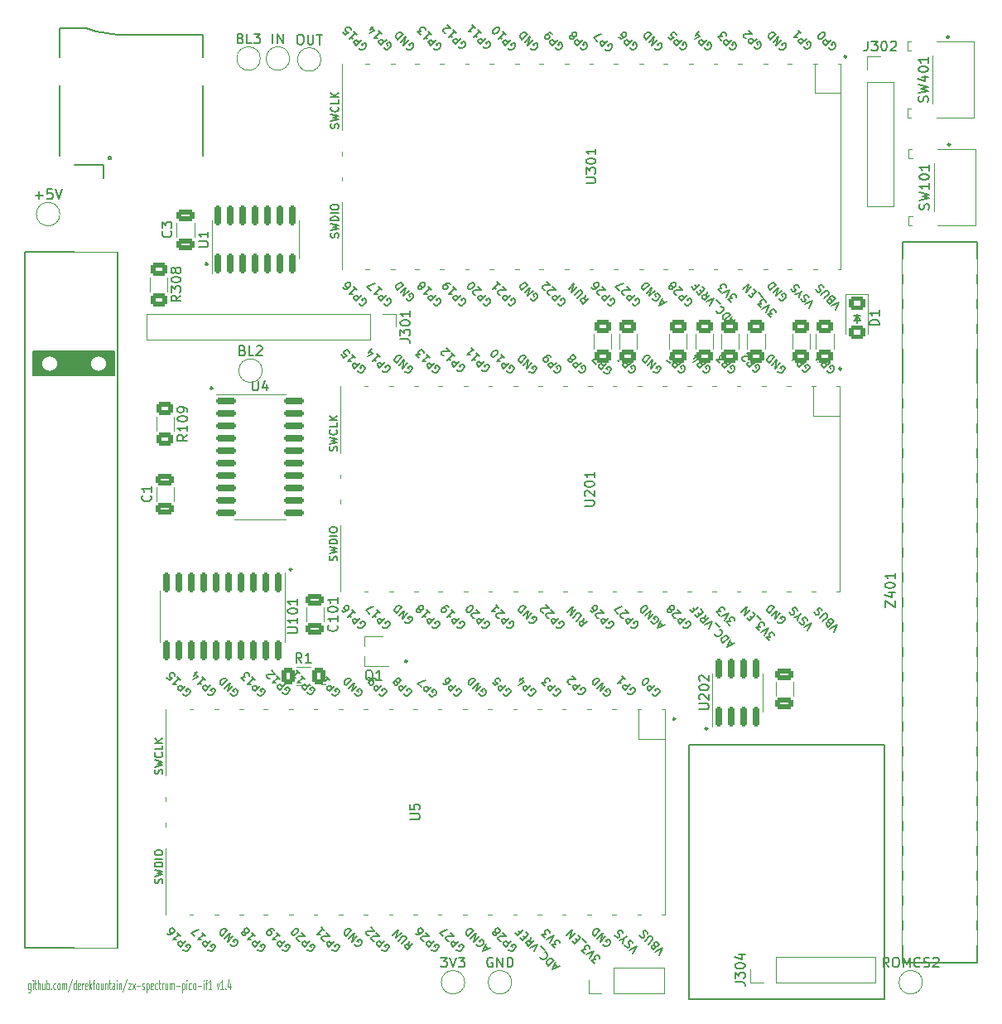
<source format=gto>
G04 #@! TF.GenerationSoftware,KiCad,Pcbnew,(6.0.0)*
G04 #@! TF.CreationDate,2023-11-06T12:19:40+00:00*
G04 #@! TF.ProjectId,srom,73726f6d-2e6b-4696-9361-645f70636258,v1.3 to v1.4*
G04 #@! TF.SameCoordinates,Original*
G04 #@! TF.FileFunction,Legend,Top*
G04 #@! TF.FilePolarity,Positive*
%FSLAX46Y46*%
G04 Gerber Fmt 4.6, Leading zero omitted, Abs format (unit mm)*
G04 Created by KiCad (PCBNEW (6.0.0)) date 2023-11-06 12:19:40*
%MOMM*%
%LPD*%
G01*
G04 APERTURE LIST*
G04 Aperture macros list*
%AMRoundRect*
0 Rectangle with rounded corners*
0 $1 Rounding radius*
0 $2 $3 $4 $5 $6 $7 $8 $9 X,Y pos of 4 corners*
0 Add a 4 corners polygon primitive as box body*
4,1,4,$2,$3,$4,$5,$6,$7,$8,$9,$2,$3,0*
0 Add four circle primitives for the rounded corners*
1,1,$1+$1,$2,$3*
1,1,$1+$1,$4,$5*
1,1,$1+$1,$6,$7*
1,1,$1+$1,$8,$9*
0 Add four rect primitives between the rounded corners*
20,1,$1+$1,$2,$3,$4,$5,0*
20,1,$1+$1,$4,$5,$6,$7,0*
20,1,$1+$1,$6,$7,$8,$9,0*
20,1,$1+$1,$8,$9,$2,$3,0*%
G04 Aperture macros list end*
%ADD10C,0.150000*%
%ADD11C,0.216421*%
%ADD12C,0.125000*%
%ADD13C,0.120000*%
%ADD14C,2.200000*%
%ADD15C,1.700000*%
%ADD16C,4.300000*%
%ADD17C,2.000000*%
%ADD18R,7.620000X1.524000*%
%ADD19RoundRect,0.250000X-0.625000X0.400000X-0.625000X-0.400000X0.625000X-0.400000X0.625000X0.400000X0*%
%ADD20O,1.800000X1.800000*%
%ADD21O,1.500000X1.500000*%
%ADD22O,1.700000X1.700000*%
%ADD23R,1.700000X3.500000*%
%ADD24R,1.700000X1.700000*%
%ADD25R,3.500000X1.700000*%
%ADD26R,2.000000X0.650000*%
%ADD27RoundRect,0.150000X-0.837500X-0.150000X0.837500X-0.150000X0.837500X0.150000X-0.837500X0.150000X0*%
%ADD28RoundRect,0.250000X0.650000X-0.325000X0.650000X0.325000X-0.650000X0.325000X-0.650000X-0.325000X0*%
%ADD29R,0.700000X1.600000*%
%ADD30R,1.200000X2.200000*%
%ADD31R,1.600000X1.400000*%
%ADD32R,1.200000X1.400000*%
%ADD33RoundRect,0.150000X0.150000X-0.825000X0.150000X0.825000X-0.150000X0.825000X-0.150000X-0.825000X0*%
%ADD34RoundRect,0.250000X-0.400000X-0.625000X0.400000X-0.625000X0.400000X0.625000X-0.400000X0.625000X0*%
%ADD35RoundRect,0.250000X-0.650000X0.325000X-0.650000X-0.325000X0.650000X-0.325000X0.650000X0.325000X0*%
%ADD36RoundRect,0.150000X-0.150000X0.837500X-0.150000X-0.837500X0.150000X-0.837500X0.150000X0.837500X0*%
%ADD37RoundRect,0.250001X-0.624999X0.462499X-0.624999X-0.462499X0.624999X-0.462499X0.624999X0.462499X0*%
%ADD38C,1.524000*%
G04 APERTURE END LIST*
D10*
X132985000Y-99920000D02*
X132975000Y-100860000D01*
D11*
X86958210Y-135440000D02*
G75*
G03*
X86958210Y-135440000I-108210J0D01*
G01*
D10*
X48700000Y-103740000D02*
X56990000Y-103740000D01*
X56990000Y-103740000D02*
X56990000Y-106200000D01*
X56990000Y-106200000D02*
X48700000Y-106200000D01*
X48700000Y-106200000D02*
X48700000Y-103740000D01*
G36*
X48700000Y-103740000D02*
G01*
X56990000Y-103740000D01*
X56990000Y-106200000D01*
X48700000Y-106200000D01*
X48700000Y-103740000D01*
G37*
D11*
X114358210Y-141340000D02*
G75*
G03*
X114358210Y-141340000I-108210J0D01*
G01*
D10*
X115750000Y-143940000D02*
X135750000Y-143940000D01*
X135750000Y-143940000D02*
X135750000Y-169940000D01*
X135750000Y-169940000D02*
X115750000Y-169940000D01*
X115750000Y-169940000D02*
X115750000Y-143940000D01*
D11*
X131358210Y-105540000D02*
G75*
G03*
X131358210Y-105540000I-108210J0D01*
G01*
D10*
X132975000Y-100140000D02*
X132675000Y-100630000D01*
D11*
X67058210Y-107540000D02*
G75*
G03*
X67058210Y-107540000I-108210J0D01*
G01*
X142458210Y-82640000D02*
G75*
G03*
X142458210Y-82640000I-108210J0D01*
G01*
D10*
X132615000Y-100130000D02*
X133285000Y-100130000D01*
D11*
X75158210Y-126040000D02*
G75*
G03*
X75158210Y-126040000I-108210J0D01*
G01*
X66558210Y-94840000D02*
G75*
G03*
X66558210Y-94840000I-108210J0D01*
G01*
X117658210Y-142340000D02*
G75*
G03*
X117658210Y-142340000I-108210J0D01*
G01*
X142358210Y-71640000D02*
G75*
G03*
X142358210Y-71640000I-108210J0D01*
G01*
D10*
X133315000Y-100640000D02*
X132975000Y-100140000D01*
D11*
X131858210Y-73640000D02*
G75*
G03*
X131858210Y-73640000I-108210J0D01*
G01*
D10*
X132635000Y-100640000D02*
X133315000Y-100640000D01*
D12*
X48442857Y-168325714D02*
X48442857Y-169135238D01*
X48419047Y-169230476D01*
X48395238Y-169278095D01*
X48347619Y-169325714D01*
X48276190Y-169325714D01*
X48228571Y-169278095D01*
X48442857Y-168944761D02*
X48395238Y-168992380D01*
X48300000Y-168992380D01*
X48252380Y-168944761D01*
X48228571Y-168897142D01*
X48204761Y-168801904D01*
X48204761Y-168516190D01*
X48228571Y-168420952D01*
X48252380Y-168373333D01*
X48300000Y-168325714D01*
X48395238Y-168325714D01*
X48442857Y-168373333D01*
X48680952Y-168992380D02*
X48680952Y-168325714D01*
X48680952Y-167992380D02*
X48657142Y-168040000D01*
X48680952Y-168087619D01*
X48704761Y-168040000D01*
X48680952Y-167992380D01*
X48680952Y-168087619D01*
X48847619Y-168325714D02*
X49038095Y-168325714D01*
X48919047Y-167992380D02*
X48919047Y-168849523D01*
X48942857Y-168944761D01*
X48990476Y-168992380D01*
X49038095Y-168992380D01*
X49204761Y-168992380D02*
X49204761Y-167992380D01*
X49419047Y-168992380D02*
X49419047Y-168468571D01*
X49395238Y-168373333D01*
X49347619Y-168325714D01*
X49276190Y-168325714D01*
X49228571Y-168373333D01*
X49204761Y-168420952D01*
X49871428Y-168325714D02*
X49871428Y-168992380D01*
X49657142Y-168325714D02*
X49657142Y-168849523D01*
X49680952Y-168944761D01*
X49728571Y-168992380D01*
X49800000Y-168992380D01*
X49847619Y-168944761D01*
X49871428Y-168897142D01*
X50109523Y-168992380D02*
X50109523Y-167992380D01*
X50109523Y-168373333D02*
X50157142Y-168325714D01*
X50252380Y-168325714D01*
X50300000Y-168373333D01*
X50323809Y-168420952D01*
X50347619Y-168516190D01*
X50347619Y-168801904D01*
X50323809Y-168897142D01*
X50300000Y-168944761D01*
X50252380Y-168992380D01*
X50157142Y-168992380D01*
X50109523Y-168944761D01*
X50561904Y-168897142D02*
X50585714Y-168944761D01*
X50561904Y-168992380D01*
X50538095Y-168944761D01*
X50561904Y-168897142D01*
X50561904Y-168992380D01*
X51014285Y-168944761D02*
X50966666Y-168992380D01*
X50871428Y-168992380D01*
X50823809Y-168944761D01*
X50800000Y-168897142D01*
X50776190Y-168801904D01*
X50776190Y-168516190D01*
X50800000Y-168420952D01*
X50823809Y-168373333D01*
X50871428Y-168325714D01*
X50966666Y-168325714D01*
X51014285Y-168373333D01*
X51300000Y-168992380D02*
X51252380Y-168944761D01*
X51228571Y-168897142D01*
X51204761Y-168801904D01*
X51204761Y-168516190D01*
X51228571Y-168420952D01*
X51252380Y-168373333D01*
X51300000Y-168325714D01*
X51371428Y-168325714D01*
X51419047Y-168373333D01*
X51442857Y-168420952D01*
X51466666Y-168516190D01*
X51466666Y-168801904D01*
X51442857Y-168897142D01*
X51419047Y-168944761D01*
X51371428Y-168992380D01*
X51300000Y-168992380D01*
X51680952Y-168992380D02*
X51680952Y-168325714D01*
X51680952Y-168420952D02*
X51704761Y-168373333D01*
X51752380Y-168325714D01*
X51823809Y-168325714D01*
X51871428Y-168373333D01*
X51895238Y-168468571D01*
X51895238Y-168992380D01*
X51895238Y-168468571D02*
X51919047Y-168373333D01*
X51966666Y-168325714D01*
X52038095Y-168325714D01*
X52085714Y-168373333D01*
X52109523Y-168468571D01*
X52109523Y-168992380D01*
X52704761Y-167944761D02*
X52276190Y-169230476D01*
X53085714Y-168992380D02*
X53085714Y-167992380D01*
X53085714Y-168944761D02*
X53038095Y-168992380D01*
X52942857Y-168992380D01*
X52895238Y-168944761D01*
X52871428Y-168897142D01*
X52847619Y-168801904D01*
X52847619Y-168516190D01*
X52871428Y-168420952D01*
X52895238Y-168373333D01*
X52942857Y-168325714D01*
X53038095Y-168325714D01*
X53085714Y-168373333D01*
X53514285Y-168944761D02*
X53466666Y-168992380D01*
X53371428Y-168992380D01*
X53323809Y-168944761D01*
X53300000Y-168849523D01*
X53300000Y-168468571D01*
X53323809Y-168373333D01*
X53371428Y-168325714D01*
X53466666Y-168325714D01*
X53514285Y-168373333D01*
X53538095Y-168468571D01*
X53538095Y-168563809D01*
X53300000Y-168659047D01*
X53752380Y-168992380D02*
X53752380Y-168325714D01*
X53752380Y-168516190D02*
X53776190Y-168420952D01*
X53800000Y-168373333D01*
X53847619Y-168325714D01*
X53895238Y-168325714D01*
X54252380Y-168944761D02*
X54204761Y-168992380D01*
X54109523Y-168992380D01*
X54061904Y-168944761D01*
X54038095Y-168849523D01*
X54038095Y-168468571D01*
X54061904Y-168373333D01*
X54109523Y-168325714D01*
X54204761Y-168325714D01*
X54252380Y-168373333D01*
X54276190Y-168468571D01*
X54276190Y-168563809D01*
X54038095Y-168659047D01*
X54490476Y-168992380D02*
X54490476Y-167992380D01*
X54538095Y-168611428D02*
X54680952Y-168992380D01*
X54680952Y-168325714D02*
X54490476Y-168706666D01*
X54823809Y-168325714D02*
X55014285Y-168325714D01*
X54895238Y-168992380D02*
X54895238Y-168135238D01*
X54919047Y-168040000D01*
X54966666Y-167992380D01*
X55014285Y-167992380D01*
X55252380Y-168992380D02*
X55204761Y-168944761D01*
X55180952Y-168897142D01*
X55157142Y-168801904D01*
X55157142Y-168516190D01*
X55180952Y-168420952D01*
X55204761Y-168373333D01*
X55252380Y-168325714D01*
X55323809Y-168325714D01*
X55371428Y-168373333D01*
X55395238Y-168420952D01*
X55419047Y-168516190D01*
X55419047Y-168801904D01*
X55395238Y-168897142D01*
X55371428Y-168944761D01*
X55323809Y-168992380D01*
X55252380Y-168992380D01*
X55847619Y-168325714D02*
X55847619Y-168992380D01*
X55633333Y-168325714D02*
X55633333Y-168849523D01*
X55657142Y-168944761D01*
X55704761Y-168992380D01*
X55776190Y-168992380D01*
X55823809Y-168944761D01*
X55847619Y-168897142D01*
X56085714Y-168325714D02*
X56085714Y-168992380D01*
X56085714Y-168420952D02*
X56109523Y-168373333D01*
X56157142Y-168325714D01*
X56228571Y-168325714D01*
X56276190Y-168373333D01*
X56300000Y-168468571D01*
X56300000Y-168992380D01*
X56466666Y-168325714D02*
X56657142Y-168325714D01*
X56538095Y-167992380D02*
X56538095Y-168849523D01*
X56561904Y-168944761D01*
X56609523Y-168992380D01*
X56657142Y-168992380D01*
X57038095Y-168992380D02*
X57038095Y-168468571D01*
X57014285Y-168373333D01*
X56966666Y-168325714D01*
X56871428Y-168325714D01*
X56823809Y-168373333D01*
X57038095Y-168944761D02*
X56990476Y-168992380D01*
X56871428Y-168992380D01*
X56823809Y-168944761D01*
X56800000Y-168849523D01*
X56800000Y-168754285D01*
X56823809Y-168659047D01*
X56871428Y-168611428D01*
X56990476Y-168611428D01*
X57038095Y-168563809D01*
X57276190Y-168992380D02*
X57276190Y-168325714D01*
X57276190Y-167992380D02*
X57252380Y-168040000D01*
X57276190Y-168087619D01*
X57300000Y-168040000D01*
X57276190Y-167992380D01*
X57276190Y-168087619D01*
X57514285Y-168325714D02*
X57514285Y-168992380D01*
X57514285Y-168420952D02*
X57538095Y-168373333D01*
X57585714Y-168325714D01*
X57657142Y-168325714D01*
X57704761Y-168373333D01*
X57728571Y-168468571D01*
X57728571Y-168992380D01*
X58323809Y-167944761D02*
X57895238Y-169230476D01*
X58442857Y-168325714D02*
X58704761Y-168325714D01*
X58442857Y-168992380D01*
X58704761Y-168992380D01*
X58847619Y-168992380D02*
X59109523Y-168325714D01*
X58847619Y-168325714D02*
X59109523Y-168992380D01*
X59300000Y-168611428D02*
X59680952Y-168611428D01*
X59895238Y-168944761D02*
X59942857Y-168992380D01*
X60038095Y-168992380D01*
X60085714Y-168944761D01*
X60109523Y-168849523D01*
X60109523Y-168801904D01*
X60085714Y-168706666D01*
X60038095Y-168659047D01*
X59966666Y-168659047D01*
X59919047Y-168611428D01*
X59895238Y-168516190D01*
X59895238Y-168468571D01*
X59919047Y-168373333D01*
X59966666Y-168325714D01*
X60038095Y-168325714D01*
X60085714Y-168373333D01*
X60323809Y-168325714D02*
X60323809Y-169325714D01*
X60323809Y-168373333D02*
X60371428Y-168325714D01*
X60466666Y-168325714D01*
X60514285Y-168373333D01*
X60538095Y-168420952D01*
X60561904Y-168516190D01*
X60561904Y-168801904D01*
X60538095Y-168897142D01*
X60514285Y-168944761D01*
X60466666Y-168992380D01*
X60371428Y-168992380D01*
X60323809Y-168944761D01*
X60966666Y-168944761D02*
X60919047Y-168992380D01*
X60823809Y-168992380D01*
X60776190Y-168944761D01*
X60752380Y-168849523D01*
X60752380Y-168468571D01*
X60776190Y-168373333D01*
X60823809Y-168325714D01*
X60919047Y-168325714D01*
X60966666Y-168373333D01*
X60990476Y-168468571D01*
X60990476Y-168563809D01*
X60752380Y-168659047D01*
X61419047Y-168944761D02*
X61371428Y-168992380D01*
X61276190Y-168992380D01*
X61228571Y-168944761D01*
X61204761Y-168897142D01*
X61180952Y-168801904D01*
X61180952Y-168516190D01*
X61204761Y-168420952D01*
X61228571Y-168373333D01*
X61276190Y-168325714D01*
X61371428Y-168325714D01*
X61419047Y-168373333D01*
X61561904Y-168325714D02*
X61752380Y-168325714D01*
X61633333Y-167992380D02*
X61633333Y-168849523D01*
X61657142Y-168944761D01*
X61704761Y-168992380D01*
X61752380Y-168992380D01*
X61919047Y-168992380D02*
X61919047Y-168325714D01*
X61919047Y-168516190D02*
X61942857Y-168420952D01*
X61966666Y-168373333D01*
X62014285Y-168325714D01*
X62061904Y-168325714D01*
X62442857Y-168325714D02*
X62442857Y-168992380D01*
X62228571Y-168325714D02*
X62228571Y-168849523D01*
X62252380Y-168944761D01*
X62300000Y-168992380D01*
X62371428Y-168992380D01*
X62419047Y-168944761D01*
X62442857Y-168897142D01*
X62680952Y-168992380D02*
X62680952Y-168325714D01*
X62680952Y-168420952D02*
X62704761Y-168373333D01*
X62752380Y-168325714D01*
X62823809Y-168325714D01*
X62871428Y-168373333D01*
X62895238Y-168468571D01*
X62895238Y-168992380D01*
X62895238Y-168468571D02*
X62919047Y-168373333D01*
X62966666Y-168325714D01*
X63038095Y-168325714D01*
X63085714Y-168373333D01*
X63109523Y-168468571D01*
X63109523Y-168992380D01*
X63347619Y-168611428D02*
X63728571Y-168611428D01*
X63966666Y-168325714D02*
X63966666Y-169325714D01*
X63966666Y-168373333D02*
X64014285Y-168325714D01*
X64109523Y-168325714D01*
X64157142Y-168373333D01*
X64180952Y-168420952D01*
X64204761Y-168516190D01*
X64204761Y-168801904D01*
X64180952Y-168897142D01*
X64157142Y-168944761D01*
X64109523Y-168992380D01*
X64014285Y-168992380D01*
X63966666Y-168944761D01*
X64419047Y-168992380D02*
X64419047Y-168325714D01*
X64419047Y-167992380D02*
X64395238Y-168040000D01*
X64419047Y-168087619D01*
X64442857Y-168040000D01*
X64419047Y-167992380D01*
X64419047Y-168087619D01*
X64871428Y-168944761D02*
X64823809Y-168992380D01*
X64728571Y-168992380D01*
X64680952Y-168944761D01*
X64657142Y-168897142D01*
X64633333Y-168801904D01*
X64633333Y-168516190D01*
X64657142Y-168420952D01*
X64680952Y-168373333D01*
X64728571Y-168325714D01*
X64823809Y-168325714D01*
X64871428Y-168373333D01*
X65157142Y-168992380D02*
X65109523Y-168944761D01*
X65085714Y-168897142D01*
X65061904Y-168801904D01*
X65061904Y-168516190D01*
X65085714Y-168420952D01*
X65109523Y-168373333D01*
X65157142Y-168325714D01*
X65228571Y-168325714D01*
X65276190Y-168373333D01*
X65300000Y-168420952D01*
X65323809Y-168516190D01*
X65323809Y-168801904D01*
X65300000Y-168897142D01*
X65276190Y-168944761D01*
X65228571Y-168992380D01*
X65157142Y-168992380D01*
X65538095Y-168611428D02*
X65919047Y-168611428D01*
X66157142Y-168992380D02*
X66157142Y-168325714D01*
X66157142Y-167992380D02*
X66133333Y-168040000D01*
X66157142Y-168087619D01*
X66180952Y-168040000D01*
X66157142Y-167992380D01*
X66157142Y-168087619D01*
X66323809Y-168325714D02*
X66514285Y-168325714D01*
X66395238Y-168992380D02*
X66395238Y-168135238D01*
X66419047Y-168040000D01*
X66466666Y-167992380D01*
X66514285Y-167992380D01*
X66942857Y-168992380D02*
X66657142Y-168992380D01*
X66800000Y-168992380D02*
X66800000Y-167992380D01*
X66752380Y-168135238D01*
X66704761Y-168230476D01*
X66657142Y-168278095D01*
X67490476Y-168325714D02*
X67609523Y-168992380D01*
X67728571Y-168325714D01*
X68180952Y-168992380D02*
X67895238Y-168992380D01*
X68038095Y-168992380D02*
X68038095Y-167992380D01*
X67990476Y-168135238D01*
X67942857Y-168230476D01*
X67895238Y-168278095D01*
X68395238Y-168897142D02*
X68419047Y-168944761D01*
X68395238Y-168992380D01*
X68371428Y-168944761D01*
X68395238Y-168897142D01*
X68395238Y-168992380D01*
X68847619Y-168325714D02*
X68847619Y-168992380D01*
X68728571Y-167944761D02*
X68609523Y-168659047D01*
X68919047Y-168659047D01*
D10*
X140279761Y-89275714D02*
X140327380Y-89132857D01*
X140327380Y-88894761D01*
X140279761Y-88799523D01*
X140232142Y-88751904D01*
X140136904Y-88704285D01*
X140041666Y-88704285D01*
X139946428Y-88751904D01*
X139898809Y-88799523D01*
X139851190Y-88894761D01*
X139803571Y-89085238D01*
X139755952Y-89180476D01*
X139708333Y-89228095D01*
X139613095Y-89275714D01*
X139517857Y-89275714D01*
X139422619Y-89228095D01*
X139375000Y-89180476D01*
X139327380Y-89085238D01*
X139327380Y-88847142D01*
X139375000Y-88704285D01*
X139327380Y-88370952D02*
X140327380Y-88132857D01*
X139613095Y-87942380D01*
X140327380Y-87751904D01*
X139327380Y-87513809D01*
X140327380Y-86609047D02*
X140327380Y-87180476D01*
X140327380Y-86894761D02*
X139327380Y-86894761D01*
X139470238Y-86990000D01*
X139565476Y-87085238D01*
X139613095Y-87180476D01*
X139327380Y-85990000D02*
X139327380Y-85894761D01*
X139375000Y-85799523D01*
X139422619Y-85751904D01*
X139517857Y-85704285D01*
X139708333Y-85656666D01*
X139946428Y-85656666D01*
X140136904Y-85704285D01*
X140232142Y-85751904D01*
X140279761Y-85799523D01*
X140327380Y-85894761D01*
X140327380Y-85990000D01*
X140279761Y-86085238D01*
X140232142Y-86132857D01*
X140136904Y-86180476D01*
X139946428Y-86228095D01*
X139708333Y-86228095D01*
X139517857Y-86180476D01*
X139422619Y-86132857D01*
X139375000Y-86085238D01*
X139327380Y-85990000D01*
X140327380Y-84704285D02*
X140327380Y-85275714D01*
X140327380Y-84990000D02*
X139327380Y-84990000D01*
X139470238Y-85085238D01*
X139565476Y-85180476D01*
X139613095Y-85275714D01*
X136211904Y-166694380D02*
X135878571Y-166218190D01*
X135640476Y-166694380D02*
X135640476Y-165694380D01*
X136021428Y-165694380D01*
X136116666Y-165742000D01*
X136164285Y-165789619D01*
X136211904Y-165884857D01*
X136211904Y-166027714D01*
X136164285Y-166122952D01*
X136116666Y-166170571D01*
X136021428Y-166218190D01*
X135640476Y-166218190D01*
X136830952Y-165694380D02*
X137021428Y-165694380D01*
X137116666Y-165742000D01*
X137211904Y-165837238D01*
X137259523Y-166027714D01*
X137259523Y-166361047D01*
X137211904Y-166551523D01*
X137116666Y-166646761D01*
X137021428Y-166694380D01*
X136830952Y-166694380D01*
X136735714Y-166646761D01*
X136640476Y-166551523D01*
X136592857Y-166361047D01*
X136592857Y-166027714D01*
X136640476Y-165837238D01*
X136735714Y-165742000D01*
X136830952Y-165694380D01*
X137688095Y-166694380D02*
X137688095Y-165694380D01*
X138021428Y-166408666D01*
X138354761Y-165694380D01*
X138354761Y-166694380D01*
X139402380Y-166599142D02*
X139354761Y-166646761D01*
X139211904Y-166694380D01*
X139116666Y-166694380D01*
X138973809Y-166646761D01*
X138878571Y-166551523D01*
X138830952Y-166456285D01*
X138783333Y-166265809D01*
X138783333Y-166122952D01*
X138830952Y-165932476D01*
X138878571Y-165837238D01*
X138973809Y-165742000D01*
X139116666Y-165694380D01*
X139211904Y-165694380D01*
X139354761Y-165742000D01*
X139402380Y-165789619D01*
X139783333Y-166646761D02*
X139926190Y-166694380D01*
X140164285Y-166694380D01*
X140259523Y-166646761D01*
X140307142Y-166599142D01*
X140354761Y-166503904D01*
X140354761Y-166408666D01*
X140307142Y-166313428D01*
X140259523Y-166265809D01*
X140164285Y-166218190D01*
X139973809Y-166170571D01*
X139878571Y-166122952D01*
X139830952Y-166075333D01*
X139783333Y-165980095D01*
X139783333Y-165884857D01*
X139830952Y-165789619D01*
X139878571Y-165742000D01*
X139973809Y-165694380D01*
X140211904Y-165694380D01*
X140354761Y-165742000D01*
X140735714Y-165789619D02*
X140783333Y-165742000D01*
X140878571Y-165694380D01*
X141116666Y-165694380D01*
X141211904Y-165742000D01*
X141259523Y-165789619D01*
X141307142Y-165884857D01*
X141307142Y-165980095D01*
X141259523Y-166122952D01*
X140688095Y-166694380D01*
X141307142Y-166694380D01*
X140179761Y-78275714D02*
X140227380Y-78132857D01*
X140227380Y-77894761D01*
X140179761Y-77799523D01*
X140132142Y-77751904D01*
X140036904Y-77704285D01*
X139941666Y-77704285D01*
X139846428Y-77751904D01*
X139798809Y-77799523D01*
X139751190Y-77894761D01*
X139703571Y-78085238D01*
X139655952Y-78180476D01*
X139608333Y-78228095D01*
X139513095Y-78275714D01*
X139417857Y-78275714D01*
X139322619Y-78228095D01*
X139275000Y-78180476D01*
X139227380Y-78085238D01*
X139227380Y-77847142D01*
X139275000Y-77704285D01*
X139227380Y-77370952D02*
X140227380Y-77132857D01*
X139513095Y-76942380D01*
X140227380Y-76751904D01*
X139227380Y-76513809D01*
X139560714Y-75704285D02*
X140227380Y-75704285D01*
X139179761Y-75942380D02*
X139894047Y-76180476D01*
X139894047Y-75561428D01*
X139227380Y-74990000D02*
X139227380Y-74894761D01*
X139275000Y-74799523D01*
X139322619Y-74751904D01*
X139417857Y-74704285D01*
X139608333Y-74656666D01*
X139846428Y-74656666D01*
X140036904Y-74704285D01*
X140132142Y-74751904D01*
X140179761Y-74799523D01*
X140227380Y-74894761D01*
X140227380Y-74990000D01*
X140179761Y-75085238D01*
X140132142Y-75132857D01*
X140036904Y-75180476D01*
X139846428Y-75228095D01*
X139608333Y-75228095D01*
X139417857Y-75180476D01*
X139322619Y-75132857D01*
X139275000Y-75085238D01*
X139227380Y-74990000D01*
X140227380Y-73704285D02*
X140227380Y-74275714D01*
X140227380Y-73990000D02*
X139227380Y-73990000D01*
X139370238Y-74085238D01*
X139465476Y-74180476D01*
X139513095Y-74275714D01*
X75950000Y-71394380D02*
X76140476Y-71394380D01*
X76235714Y-71442000D01*
X76330952Y-71537238D01*
X76378571Y-71727714D01*
X76378571Y-72061047D01*
X76330952Y-72251523D01*
X76235714Y-72346761D01*
X76140476Y-72394380D01*
X75950000Y-72394380D01*
X75854761Y-72346761D01*
X75759523Y-72251523D01*
X75711904Y-72061047D01*
X75711904Y-71727714D01*
X75759523Y-71537238D01*
X75854761Y-71442000D01*
X75950000Y-71394380D01*
X76807142Y-71394380D02*
X76807142Y-72203904D01*
X76854761Y-72299142D01*
X76902380Y-72346761D01*
X76997619Y-72394380D01*
X77188095Y-72394380D01*
X77283333Y-72346761D01*
X77330952Y-72299142D01*
X77378571Y-72203904D01*
X77378571Y-71394380D01*
X77711904Y-71394380D02*
X78283333Y-71394380D01*
X77997619Y-72394380D02*
X77997619Y-71394380D01*
X135822380Y-129901904D02*
X135822380Y-129235238D01*
X136822380Y-129901904D01*
X136822380Y-129235238D01*
X136155714Y-128425714D02*
X136822380Y-128425714D01*
X135774761Y-128663809D02*
X136489047Y-128901904D01*
X136489047Y-128282857D01*
X135822380Y-127711428D02*
X135822380Y-127616190D01*
X135870000Y-127520952D01*
X135917619Y-127473333D01*
X136012857Y-127425714D01*
X136203333Y-127378095D01*
X136441428Y-127378095D01*
X136631904Y-127425714D01*
X136727142Y-127473333D01*
X136774761Y-127520952D01*
X136822380Y-127616190D01*
X136822380Y-127711428D01*
X136774761Y-127806666D01*
X136727142Y-127854285D01*
X136631904Y-127901904D01*
X136441428Y-127949523D01*
X136203333Y-127949523D01*
X136012857Y-127901904D01*
X135917619Y-127854285D01*
X135870000Y-127806666D01*
X135822380Y-127711428D01*
X136822380Y-126425714D02*
X136822380Y-126997142D01*
X136822380Y-126711428D02*
X135822380Y-126711428D01*
X135965238Y-126806666D01*
X136060476Y-126901904D01*
X136108095Y-126997142D01*
X64484880Y-112294047D02*
X64008690Y-112627380D01*
X64484880Y-112865476D02*
X63484880Y-112865476D01*
X63484880Y-112484523D01*
X63532500Y-112389285D01*
X63580119Y-112341666D01*
X63675357Y-112294047D01*
X63818214Y-112294047D01*
X63913452Y-112341666D01*
X63961071Y-112389285D01*
X64008690Y-112484523D01*
X64008690Y-112865476D01*
X64484880Y-111341666D02*
X64484880Y-111913095D01*
X64484880Y-111627380D02*
X63484880Y-111627380D01*
X63627738Y-111722619D01*
X63722976Y-111817857D01*
X63770595Y-111913095D01*
X63484880Y-110722619D02*
X63484880Y-110627380D01*
X63532500Y-110532142D01*
X63580119Y-110484523D01*
X63675357Y-110436904D01*
X63865833Y-110389285D01*
X64103928Y-110389285D01*
X64294404Y-110436904D01*
X64389642Y-110484523D01*
X64437261Y-110532142D01*
X64484880Y-110627380D01*
X64484880Y-110722619D01*
X64437261Y-110817857D01*
X64389642Y-110865476D01*
X64294404Y-110913095D01*
X64103928Y-110960714D01*
X63865833Y-110960714D01*
X63675357Y-110913095D01*
X63580119Y-110865476D01*
X63532500Y-110817857D01*
X63484880Y-110722619D01*
X64484880Y-109913095D02*
X64484880Y-109722619D01*
X64437261Y-109627380D01*
X64389642Y-109579761D01*
X64246785Y-109484523D01*
X64056309Y-109436904D01*
X63675357Y-109436904D01*
X63580119Y-109484523D01*
X63532500Y-109532142D01*
X63484880Y-109627380D01*
X63484880Y-109817857D01*
X63532500Y-109913095D01*
X63580119Y-109960714D01*
X63675357Y-110008333D01*
X63913452Y-110008333D01*
X64008690Y-109960714D01*
X64056309Y-109913095D01*
X64103928Y-109817857D01*
X64103928Y-109627380D01*
X64056309Y-109532142D01*
X64008690Y-109484523D01*
X63913452Y-109436904D01*
X48964285Y-87813428D02*
X49726190Y-87813428D01*
X49345238Y-88194380D02*
X49345238Y-87432476D01*
X50678571Y-87194380D02*
X50202380Y-87194380D01*
X50154761Y-87670571D01*
X50202380Y-87622952D01*
X50297619Y-87575333D01*
X50535714Y-87575333D01*
X50630952Y-87622952D01*
X50678571Y-87670571D01*
X50726190Y-87765809D01*
X50726190Y-88003904D01*
X50678571Y-88099142D01*
X50630952Y-88146761D01*
X50535714Y-88194380D01*
X50297619Y-88194380D01*
X50202380Y-88146761D01*
X50154761Y-88099142D01*
X51011904Y-87194380D02*
X51345238Y-88194380D01*
X51678571Y-87194380D01*
X105247380Y-86554285D02*
X106056904Y-86554285D01*
X106152142Y-86506666D01*
X106199761Y-86459047D01*
X106247380Y-86363809D01*
X106247380Y-86173333D01*
X106199761Y-86078095D01*
X106152142Y-86030476D01*
X106056904Y-85982857D01*
X105247380Y-85982857D01*
X105247380Y-85601904D02*
X105247380Y-84982857D01*
X105628333Y-85316190D01*
X105628333Y-85173333D01*
X105675952Y-85078095D01*
X105723571Y-85030476D01*
X105818809Y-84982857D01*
X106056904Y-84982857D01*
X106152142Y-85030476D01*
X106199761Y-85078095D01*
X106247380Y-85173333D01*
X106247380Y-85459047D01*
X106199761Y-85554285D01*
X106152142Y-85601904D01*
X105247380Y-84363809D02*
X105247380Y-84268571D01*
X105295000Y-84173333D01*
X105342619Y-84125714D01*
X105437857Y-84078095D01*
X105628333Y-84030476D01*
X105866428Y-84030476D01*
X106056904Y-84078095D01*
X106152142Y-84125714D01*
X106199761Y-84173333D01*
X106247380Y-84268571D01*
X106247380Y-84363809D01*
X106199761Y-84459047D01*
X106152142Y-84506666D01*
X106056904Y-84554285D01*
X105866428Y-84601904D01*
X105628333Y-84601904D01*
X105437857Y-84554285D01*
X105342619Y-84506666D01*
X105295000Y-84459047D01*
X105247380Y-84363809D01*
X106247380Y-83078095D02*
X106247380Y-83649523D01*
X106247380Y-83363809D02*
X105247380Y-83363809D01*
X105390238Y-83459047D01*
X105485476Y-83554285D01*
X105533095Y-83649523D01*
X124993155Y-98353841D02*
X125020093Y-98434653D01*
X125100905Y-98515465D01*
X125208654Y-98569340D01*
X125316404Y-98569340D01*
X125397216Y-98542402D01*
X125531903Y-98461590D01*
X125612715Y-98380778D01*
X125693528Y-98246091D01*
X125720465Y-98165279D01*
X125720465Y-98057529D01*
X125666590Y-97949780D01*
X125612715Y-97895905D01*
X125504966Y-97842030D01*
X125451091Y-97842030D01*
X125262529Y-98030592D01*
X125370279Y-98138341D01*
X125262529Y-97545719D02*
X124696844Y-98111404D01*
X124939280Y-97222470D01*
X124373595Y-97788155D01*
X124669906Y-96953096D02*
X124104221Y-97518781D01*
X123969534Y-97384094D01*
X123915659Y-97276345D01*
X123915659Y-97168595D01*
X123942597Y-97087783D01*
X124023409Y-96953096D01*
X124104221Y-96872284D01*
X124238908Y-96791471D01*
X124319720Y-96764534D01*
X124427470Y-96764534D01*
X124535219Y-96818409D01*
X124669906Y-96953096D01*
X130722309Y-99486870D02*
X131099433Y-98732622D01*
X130345186Y-99109746D01*
X130237436Y-98463248D02*
X130183561Y-98355499D01*
X130183561Y-98301624D01*
X130210499Y-98220812D01*
X130291311Y-98140000D01*
X130372123Y-98113062D01*
X130425998Y-98113062D01*
X130506810Y-98140000D01*
X130722309Y-98355499D01*
X130156624Y-98921184D01*
X129968062Y-98732622D01*
X129941125Y-98651810D01*
X129941125Y-98597935D01*
X129968062Y-98517123D01*
X130021937Y-98463248D01*
X130102749Y-98436311D01*
X130156624Y-98436311D01*
X130237436Y-98463248D01*
X130425998Y-98651810D01*
X129590938Y-98355499D02*
X130048874Y-97897563D01*
X130075812Y-97816751D01*
X130075812Y-97762876D01*
X130048874Y-97682064D01*
X129941125Y-97574314D01*
X129860312Y-97547377D01*
X129806438Y-97547377D01*
X129725625Y-97574314D01*
X129267690Y-98032250D01*
X129564001Y-97251065D02*
X129510126Y-97143316D01*
X129375439Y-97008629D01*
X129294627Y-96981691D01*
X129240752Y-96981691D01*
X129159940Y-97008629D01*
X129106065Y-97062503D01*
X129079128Y-97143316D01*
X129079128Y-97197190D01*
X129106065Y-97278003D01*
X129186877Y-97412690D01*
X129213815Y-97493502D01*
X129213815Y-97547377D01*
X129186877Y-97628189D01*
X129133003Y-97682064D01*
X129052190Y-97709001D01*
X128998316Y-97709001D01*
X128917503Y-97682064D01*
X128782816Y-97547377D01*
X128728942Y-97439627D01*
X105198435Y-98001624D02*
X105117622Y-98459560D01*
X105521683Y-98324873D02*
X104955998Y-98890558D01*
X104740499Y-98675059D01*
X104713561Y-98594247D01*
X104713561Y-98540372D01*
X104740499Y-98459560D01*
X104821311Y-98378748D01*
X104902123Y-98351810D01*
X104955998Y-98351810D01*
X105036810Y-98378748D01*
X105252309Y-98594247D01*
X104390312Y-98324873D02*
X104848248Y-97866937D01*
X104875186Y-97786125D01*
X104875186Y-97732250D01*
X104848248Y-97651438D01*
X104740499Y-97543688D01*
X104659687Y-97516751D01*
X104605812Y-97516751D01*
X104525000Y-97543688D01*
X104067064Y-98001624D01*
X104363375Y-97166564D02*
X103797690Y-97732250D01*
X104040126Y-96843316D01*
X103474441Y-97409001D01*
X86893155Y-72753841D02*
X86920093Y-72834653D01*
X87000905Y-72915465D01*
X87108654Y-72969340D01*
X87216404Y-72969340D01*
X87297216Y-72942402D01*
X87431903Y-72861590D01*
X87512715Y-72780778D01*
X87593528Y-72646091D01*
X87620465Y-72565279D01*
X87620465Y-72457529D01*
X87566590Y-72349780D01*
X87512715Y-72295905D01*
X87404966Y-72242030D01*
X87351091Y-72242030D01*
X87162529Y-72430592D01*
X87270279Y-72538341D01*
X87162529Y-71945719D02*
X86596844Y-72511404D01*
X86839280Y-71622470D01*
X86273595Y-72188155D01*
X86569906Y-71353096D02*
X86004221Y-71918781D01*
X85869534Y-71784094D01*
X85815659Y-71676345D01*
X85815659Y-71568595D01*
X85842597Y-71487783D01*
X85923409Y-71353096D01*
X86004221Y-71272284D01*
X86138908Y-71191471D01*
X86219720Y-71164534D01*
X86327470Y-71164534D01*
X86435219Y-71218409D01*
X86569906Y-71353096D01*
X113235964Y-98796402D02*
X112966590Y-98527028D01*
X113451463Y-98688653D02*
X112697216Y-99065776D01*
X113074340Y-98311529D01*
X112050719Y-98365404D02*
X112077656Y-98446216D01*
X112158468Y-98527028D01*
X112266218Y-98580903D01*
X112373967Y-98580903D01*
X112454780Y-98553966D01*
X112589467Y-98473154D01*
X112670279Y-98392341D01*
X112751091Y-98257654D01*
X112778028Y-98176842D01*
X112778028Y-98069093D01*
X112724154Y-97961343D01*
X112670279Y-97907468D01*
X112562529Y-97853593D01*
X112508654Y-97853593D01*
X112320093Y-98042155D01*
X112427842Y-98149905D01*
X112320093Y-97557282D02*
X111754407Y-98122967D01*
X111996844Y-97234033D01*
X111431158Y-97799719D01*
X111727470Y-96964659D02*
X111161784Y-97530345D01*
X111027097Y-97395658D01*
X110973223Y-97287908D01*
X110973223Y-97180158D01*
X111000160Y-97099346D01*
X111080972Y-96964659D01*
X111161784Y-96883847D01*
X111296471Y-96803035D01*
X111377284Y-96776097D01*
X111485033Y-96776097D01*
X111592783Y-96829972D01*
X111727470Y-96964659D01*
X89675592Y-98850277D02*
X89702529Y-98931089D01*
X89783341Y-99011902D01*
X89891091Y-99065776D01*
X89998841Y-99065776D01*
X90079653Y-99038839D01*
X90214340Y-98958027D01*
X90295152Y-98877215D01*
X90375964Y-98742528D01*
X90402902Y-98661715D01*
X90402902Y-98553966D01*
X90349027Y-98446216D01*
X90295152Y-98392341D01*
X90187402Y-98338467D01*
X90133528Y-98338467D01*
X89944966Y-98527028D01*
X90052715Y-98634778D01*
X89944966Y-98042155D02*
X89379280Y-98607841D01*
X89163781Y-98392341D01*
X89136844Y-98311529D01*
X89136844Y-98257654D01*
X89163781Y-98176842D01*
X89244593Y-98096030D01*
X89325406Y-98069093D01*
X89379280Y-98069093D01*
X89460093Y-98096030D01*
X89675592Y-98311529D01*
X89082969Y-97180158D02*
X89406218Y-97503407D01*
X89244593Y-97341783D02*
X88678908Y-97907468D01*
X88813595Y-97880531D01*
X88921345Y-97880531D01*
X89002157Y-97907468D01*
X88436471Y-97180158D02*
X88463409Y-97260971D01*
X88463409Y-97314845D01*
X88436471Y-97395658D01*
X88409534Y-97422595D01*
X88328722Y-97449532D01*
X88274847Y-97449532D01*
X88194035Y-97422595D01*
X88086285Y-97314845D01*
X88059348Y-97234033D01*
X88059348Y-97180158D01*
X88086285Y-97099346D01*
X88113223Y-97072409D01*
X88194035Y-97045471D01*
X88247910Y-97045471D01*
X88328722Y-97072409D01*
X88436471Y-97180158D01*
X88517284Y-97207096D01*
X88571158Y-97207096D01*
X88651971Y-97180158D01*
X88759720Y-97072409D01*
X88786658Y-96991597D01*
X88786658Y-96937722D01*
X88759720Y-96856910D01*
X88651971Y-96749160D01*
X88571158Y-96722223D01*
X88517284Y-96722223D01*
X88436471Y-96749160D01*
X88328722Y-96856910D01*
X88301784Y-96937722D01*
X88301784Y-96991597D01*
X88328722Y-97072409D01*
X102375592Y-98850277D02*
X102402529Y-98931089D01*
X102483341Y-99011902D01*
X102591091Y-99065776D01*
X102698841Y-99065776D01*
X102779653Y-99038839D01*
X102914340Y-98958027D01*
X102995152Y-98877215D01*
X103075964Y-98742528D01*
X103102902Y-98661715D01*
X103102902Y-98553966D01*
X103049027Y-98446216D01*
X102995152Y-98392341D01*
X102887402Y-98338467D01*
X102833528Y-98338467D01*
X102644966Y-98527028D01*
X102752715Y-98634778D01*
X102644966Y-98042155D02*
X102079280Y-98607841D01*
X101863781Y-98392341D01*
X101836844Y-98311529D01*
X101836844Y-98257654D01*
X101863781Y-98176842D01*
X101944593Y-98096030D01*
X102025406Y-98069093D01*
X102079280Y-98069093D01*
X102160093Y-98096030D01*
X102375592Y-98311529D01*
X101594407Y-98015218D02*
X101540532Y-98015218D01*
X101459720Y-97988280D01*
X101325033Y-97853593D01*
X101298096Y-97772781D01*
X101298096Y-97718906D01*
X101325033Y-97638094D01*
X101378908Y-97584219D01*
X101486658Y-97530345D01*
X102133155Y-97530345D01*
X101782969Y-97180158D01*
X101055659Y-97476470D02*
X101001784Y-97476470D01*
X100920972Y-97449532D01*
X100786285Y-97314845D01*
X100759348Y-97234033D01*
X100759348Y-97180158D01*
X100786285Y-97099346D01*
X100840160Y-97045471D01*
X100947910Y-96991597D01*
X101594407Y-96991597D01*
X101244221Y-96641410D01*
X112293155Y-72753841D02*
X112320093Y-72834653D01*
X112400905Y-72915465D01*
X112508654Y-72969340D01*
X112616404Y-72969340D01*
X112697216Y-72942402D01*
X112831903Y-72861590D01*
X112912715Y-72780778D01*
X112993528Y-72646091D01*
X113020465Y-72565279D01*
X113020465Y-72457529D01*
X112966590Y-72349780D01*
X112912715Y-72295905D01*
X112804966Y-72242030D01*
X112751091Y-72242030D01*
X112562529Y-72430592D01*
X112670279Y-72538341D01*
X112562529Y-71945719D02*
X111996844Y-72511404D01*
X112239280Y-71622470D01*
X111673595Y-72188155D01*
X111969906Y-71353096D02*
X111404221Y-71918781D01*
X111269534Y-71784094D01*
X111215659Y-71676345D01*
X111215659Y-71568595D01*
X111242597Y-71487783D01*
X111323409Y-71353096D01*
X111404221Y-71272284D01*
X111538908Y-71191471D01*
X111619720Y-71164534D01*
X111727470Y-71164534D01*
X111835219Y-71218409D01*
X111969906Y-71353096D01*
X119886218Y-72726903D02*
X119913155Y-72807715D01*
X119993967Y-72888528D01*
X120101717Y-72942402D01*
X120209467Y-72942402D01*
X120290279Y-72915465D01*
X120424966Y-72834653D01*
X120505778Y-72753841D01*
X120586590Y-72619154D01*
X120613528Y-72538341D01*
X120613528Y-72430592D01*
X120559653Y-72322842D01*
X120505778Y-72268967D01*
X120398028Y-72215093D01*
X120344154Y-72215093D01*
X120155592Y-72403654D01*
X120263341Y-72511404D01*
X120155592Y-71918781D02*
X119589906Y-72484467D01*
X119374407Y-72268967D01*
X119347470Y-72188155D01*
X119347470Y-72134280D01*
X119374407Y-72053468D01*
X119455219Y-71972656D01*
X119536032Y-71945719D01*
X119589906Y-71945719D01*
X119670719Y-71972656D01*
X119886218Y-72188155D01*
X119078096Y-71972656D02*
X118727910Y-71622470D01*
X119131971Y-71595532D01*
X119051158Y-71514720D01*
X119024221Y-71433908D01*
X119024221Y-71380033D01*
X119051158Y-71299221D01*
X119185845Y-71164534D01*
X119266658Y-71137597D01*
X119320532Y-71137597D01*
X119401345Y-71164534D01*
X119562969Y-71326158D01*
X119589906Y-71406971D01*
X119589906Y-71460845D01*
X99593155Y-72753841D02*
X99620093Y-72834653D01*
X99700905Y-72915465D01*
X99808654Y-72969340D01*
X99916404Y-72969340D01*
X99997216Y-72942402D01*
X100131903Y-72861590D01*
X100212715Y-72780778D01*
X100293528Y-72646091D01*
X100320465Y-72565279D01*
X100320465Y-72457529D01*
X100266590Y-72349780D01*
X100212715Y-72295905D01*
X100104966Y-72242030D01*
X100051091Y-72242030D01*
X99862529Y-72430592D01*
X99970279Y-72538341D01*
X99862529Y-71945719D02*
X99296844Y-72511404D01*
X99539280Y-71622470D01*
X98973595Y-72188155D01*
X99269906Y-71353096D02*
X98704221Y-71918781D01*
X98569534Y-71784094D01*
X98515659Y-71676345D01*
X98515659Y-71568595D01*
X98542597Y-71487783D01*
X98623409Y-71353096D01*
X98704221Y-71272284D01*
X98838908Y-71191471D01*
X98919720Y-71164534D01*
X99027470Y-71164534D01*
X99135219Y-71218409D01*
X99269906Y-71353096D01*
X79918809Y-92135238D02*
X79956904Y-92020952D01*
X79956904Y-91830476D01*
X79918809Y-91754285D01*
X79880714Y-91716190D01*
X79804523Y-91678095D01*
X79728333Y-91678095D01*
X79652142Y-91716190D01*
X79614047Y-91754285D01*
X79575952Y-91830476D01*
X79537857Y-91982857D01*
X79499761Y-92059047D01*
X79461666Y-92097142D01*
X79385476Y-92135238D01*
X79309285Y-92135238D01*
X79233095Y-92097142D01*
X79195000Y-92059047D01*
X79156904Y-91982857D01*
X79156904Y-91792380D01*
X79195000Y-91678095D01*
X79156904Y-91411428D02*
X79956904Y-91220952D01*
X79385476Y-91068571D01*
X79956904Y-90916190D01*
X79156904Y-90725714D01*
X79956904Y-90420952D02*
X79156904Y-90420952D01*
X79156904Y-90230476D01*
X79195000Y-90116190D01*
X79271190Y-90040000D01*
X79347380Y-90001904D01*
X79499761Y-89963809D01*
X79614047Y-89963809D01*
X79766428Y-90001904D01*
X79842619Y-90040000D01*
X79918809Y-90116190D01*
X79956904Y-90230476D01*
X79956904Y-90420952D01*
X79956904Y-89620952D02*
X79156904Y-89620952D01*
X79156904Y-89087619D02*
X79156904Y-88935238D01*
X79195000Y-88859047D01*
X79271190Y-88782857D01*
X79423571Y-88744761D01*
X79690238Y-88744761D01*
X79842619Y-88782857D01*
X79918809Y-88859047D01*
X79956904Y-88935238D01*
X79956904Y-89087619D01*
X79918809Y-89163809D01*
X79842619Y-89240000D01*
X79690238Y-89278095D01*
X79423571Y-89278095D01*
X79271190Y-89240000D01*
X79195000Y-89163809D01*
X79156904Y-89087619D01*
X82055592Y-98850277D02*
X82082529Y-98931089D01*
X82163341Y-99011902D01*
X82271091Y-99065776D01*
X82378841Y-99065776D01*
X82459653Y-99038839D01*
X82594340Y-98958027D01*
X82675152Y-98877215D01*
X82755964Y-98742528D01*
X82782902Y-98661715D01*
X82782902Y-98553966D01*
X82729027Y-98446216D01*
X82675152Y-98392341D01*
X82567402Y-98338467D01*
X82513528Y-98338467D01*
X82324966Y-98527028D01*
X82432715Y-98634778D01*
X82324966Y-98042155D02*
X81759280Y-98607841D01*
X81543781Y-98392341D01*
X81516844Y-98311529D01*
X81516844Y-98257654D01*
X81543781Y-98176842D01*
X81624593Y-98096030D01*
X81705406Y-98069093D01*
X81759280Y-98069093D01*
X81840093Y-98096030D01*
X82055592Y-98311529D01*
X81462969Y-97180158D02*
X81786218Y-97503407D01*
X81624593Y-97341783D02*
X81058908Y-97907468D01*
X81193595Y-97880531D01*
X81301345Y-97880531D01*
X81382157Y-97907468D01*
X80412410Y-97260971D02*
X80520160Y-97368720D01*
X80600972Y-97395658D01*
X80654847Y-97395658D01*
X80789534Y-97368720D01*
X80924221Y-97287908D01*
X81139720Y-97072409D01*
X81166658Y-96991597D01*
X81166658Y-96937722D01*
X81139720Y-96856910D01*
X81031971Y-96749160D01*
X80951158Y-96722223D01*
X80897284Y-96722223D01*
X80816471Y-96749160D01*
X80681784Y-96883847D01*
X80654847Y-96964659D01*
X80654847Y-97018534D01*
X80681784Y-97099346D01*
X80789534Y-97207096D01*
X80870346Y-97234033D01*
X80924221Y-97234033D01*
X81005033Y-97207096D01*
X104646218Y-72726903D02*
X104673155Y-72807715D01*
X104753967Y-72888528D01*
X104861717Y-72942402D01*
X104969467Y-72942402D01*
X105050279Y-72915465D01*
X105184966Y-72834653D01*
X105265778Y-72753841D01*
X105346590Y-72619154D01*
X105373528Y-72538341D01*
X105373528Y-72430592D01*
X105319653Y-72322842D01*
X105265778Y-72268967D01*
X105158028Y-72215093D01*
X105104154Y-72215093D01*
X104915592Y-72403654D01*
X105023341Y-72511404D01*
X104915592Y-71918781D02*
X104349906Y-72484467D01*
X104134407Y-72268967D01*
X104107470Y-72188155D01*
X104107470Y-72134280D01*
X104134407Y-72053468D01*
X104215219Y-71972656D01*
X104296032Y-71945719D01*
X104349906Y-71945719D01*
X104430719Y-71972656D01*
X104646218Y-72188155D01*
X103945845Y-71595532D02*
X103972783Y-71676345D01*
X103972783Y-71730219D01*
X103945845Y-71811032D01*
X103918908Y-71837969D01*
X103838096Y-71864906D01*
X103784221Y-71864906D01*
X103703409Y-71837969D01*
X103595659Y-71730219D01*
X103568722Y-71649407D01*
X103568722Y-71595532D01*
X103595659Y-71514720D01*
X103622597Y-71487783D01*
X103703409Y-71460845D01*
X103757284Y-71460845D01*
X103838096Y-71487783D01*
X103945845Y-71595532D01*
X104026658Y-71622470D01*
X104080532Y-71622470D01*
X104161345Y-71595532D01*
X104269094Y-71487783D01*
X104296032Y-71406971D01*
X104296032Y-71353096D01*
X104269094Y-71272284D01*
X104161345Y-71164534D01*
X104080532Y-71137597D01*
X104026658Y-71137597D01*
X103945845Y-71164534D01*
X103838096Y-71272284D01*
X103811158Y-71353096D01*
X103811158Y-71406971D01*
X103838096Y-71487783D01*
X79918809Y-80949523D02*
X79956904Y-80835238D01*
X79956904Y-80644761D01*
X79918809Y-80568571D01*
X79880714Y-80530476D01*
X79804523Y-80492380D01*
X79728333Y-80492380D01*
X79652142Y-80530476D01*
X79614047Y-80568571D01*
X79575952Y-80644761D01*
X79537857Y-80797142D01*
X79499761Y-80873333D01*
X79461666Y-80911428D01*
X79385476Y-80949523D01*
X79309285Y-80949523D01*
X79233095Y-80911428D01*
X79195000Y-80873333D01*
X79156904Y-80797142D01*
X79156904Y-80606666D01*
X79195000Y-80492380D01*
X79156904Y-80225714D02*
X79956904Y-80035238D01*
X79385476Y-79882857D01*
X79956904Y-79730476D01*
X79156904Y-79540000D01*
X79880714Y-78778095D02*
X79918809Y-78816190D01*
X79956904Y-78930476D01*
X79956904Y-79006666D01*
X79918809Y-79120952D01*
X79842619Y-79197142D01*
X79766428Y-79235238D01*
X79614047Y-79273333D01*
X79499761Y-79273333D01*
X79347380Y-79235238D01*
X79271190Y-79197142D01*
X79195000Y-79120952D01*
X79156904Y-79006666D01*
X79156904Y-78930476D01*
X79195000Y-78816190D01*
X79233095Y-78778095D01*
X79956904Y-78054285D02*
X79956904Y-78435238D01*
X79156904Y-78435238D01*
X79956904Y-77787619D02*
X79156904Y-77787619D01*
X79956904Y-77330476D02*
X79499761Y-77673333D01*
X79156904Y-77330476D02*
X79614047Y-77787619D01*
X107455592Y-98850277D02*
X107482529Y-98931089D01*
X107563341Y-99011902D01*
X107671091Y-99065776D01*
X107778841Y-99065776D01*
X107859653Y-99038839D01*
X107994340Y-98958027D01*
X108075152Y-98877215D01*
X108155964Y-98742528D01*
X108182902Y-98661715D01*
X108182902Y-98553966D01*
X108129027Y-98446216D01*
X108075152Y-98392341D01*
X107967402Y-98338467D01*
X107913528Y-98338467D01*
X107724966Y-98527028D01*
X107832715Y-98634778D01*
X107724966Y-98042155D02*
X107159280Y-98607841D01*
X106943781Y-98392341D01*
X106916844Y-98311529D01*
X106916844Y-98257654D01*
X106943781Y-98176842D01*
X107024593Y-98096030D01*
X107105406Y-98069093D01*
X107159280Y-98069093D01*
X107240093Y-98096030D01*
X107455592Y-98311529D01*
X106674407Y-98015218D02*
X106620532Y-98015218D01*
X106539720Y-97988280D01*
X106405033Y-97853593D01*
X106378096Y-97772781D01*
X106378096Y-97718906D01*
X106405033Y-97638094D01*
X106458908Y-97584219D01*
X106566658Y-97530345D01*
X107213155Y-97530345D01*
X106862969Y-97180158D01*
X105812410Y-97260971D02*
X105920160Y-97368720D01*
X106000972Y-97395658D01*
X106054847Y-97395658D01*
X106189534Y-97368720D01*
X106324221Y-97287908D01*
X106539720Y-97072409D01*
X106566658Y-96991597D01*
X106566658Y-96937722D01*
X106539720Y-96856910D01*
X106431971Y-96749160D01*
X106351158Y-96722223D01*
X106297284Y-96722223D01*
X106216471Y-96749160D01*
X106081784Y-96883847D01*
X106054847Y-96964659D01*
X106054847Y-97018534D01*
X106081784Y-97099346D01*
X106189534Y-97207096D01*
X106270346Y-97234033D01*
X106324221Y-97234033D01*
X106405033Y-97207096D01*
X109985592Y-98850277D02*
X110012529Y-98931089D01*
X110093341Y-99011902D01*
X110201091Y-99065776D01*
X110308841Y-99065776D01*
X110389653Y-99038839D01*
X110524340Y-98958027D01*
X110605152Y-98877215D01*
X110685964Y-98742528D01*
X110712902Y-98661715D01*
X110712902Y-98553966D01*
X110659027Y-98446216D01*
X110605152Y-98392341D01*
X110497402Y-98338467D01*
X110443528Y-98338467D01*
X110254966Y-98527028D01*
X110362715Y-98634778D01*
X110254966Y-98042155D02*
X109689280Y-98607841D01*
X109473781Y-98392341D01*
X109446844Y-98311529D01*
X109446844Y-98257654D01*
X109473781Y-98176842D01*
X109554593Y-98096030D01*
X109635406Y-98069093D01*
X109689280Y-98069093D01*
X109770093Y-98096030D01*
X109985592Y-98311529D01*
X109204407Y-98015218D02*
X109150532Y-98015218D01*
X109069720Y-97988280D01*
X108935033Y-97853593D01*
X108908096Y-97772781D01*
X108908096Y-97718906D01*
X108935033Y-97638094D01*
X108988908Y-97584219D01*
X109096658Y-97530345D01*
X109743155Y-97530345D01*
X109392969Y-97180158D01*
X108638722Y-97557282D02*
X108261598Y-97180158D01*
X109069720Y-96856910D01*
X102106218Y-72726903D02*
X102133155Y-72807715D01*
X102213967Y-72888528D01*
X102321717Y-72942402D01*
X102429467Y-72942402D01*
X102510279Y-72915465D01*
X102644966Y-72834653D01*
X102725778Y-72753841D01*
X102806590Y-72619154D01*
X102833528Y-72538341D01*
X102833528Y-72430592D01*
X102779653Y-72322842D01*
X102725778Y-72268967D01*
X102618028Y-72215093D01*
X102564154Y-72215093D01*
X102375592Y-72403654D01*
X102483341Y-72511404D01*
X102375592Y-71918781D02*
X101809906Y-72484467D01*
X101594407Y-72268967D01*
X101567470Y-72188155D01*
X101567470Y-72134280D01*
X101594407Y-72053468D01*
X101675219Y-71972656D01*
X101756032Y-71945719D01*
X101809906Y-71945719D01*
X101890719Y-71972656D01*
X102106218Y-72188155D01*
X101782969Y-71326158D02*
X101675219Y-71218409D01*
X101594407Y-71191471D01*
X101540532Y-71191471D01*
X101405845Y-71218409D01*
X101271158Y-71299221D01*
X101055659Y-71514720D01*
X101028722Y-71595532D01*
X101028722Y-71649407D01*
X101055659Y-71730219D01*
X101163409Y-71837969D01*
X101244221Y-71864906D01*
X101298096Y-71864906D01*
X101378908Y-71837969D01*
X101513595Y-71703282D01*
X101540532Y-71622470D01*
X101540532Y-71568595D01*
X101513595Y-71487783D01*
X101405845Y-71380033D01*
X101325033Y-71353096D01*
X101271158Y-71353096D01*
X101190346Y-71380033D01*
X114806218Y-72726903D02*
X114833155Y-72807715D01*
X114913967Y-72888528D01*
X115021717Y-72942402D01*
X115129467Y-72942402D01*
X115210279Y-72915465D01*
X115344966Y-72834653D01*
X115425778Y-72753841D01*
X115506590Y-72619154D01*
X115533528Y-72538341D01*
X115533528Y-72430592D01*
X115479653Y-72322842D01*
X115425778Y-72268967D01*
X115318028Y-72215093D01*
X115264154Y-72215093D01*
X115075592Y-72403654D01*
X115183341Y-72511404D01*
X115075592Y-71918781D02*
X114509906Y-72484467D01*
X114294407Y-72268967D01*
X114267470Y-72188155D01*
X114267470Y-72134280D01*
X114294407Y-72053468D01*
X114375219Y-71972656D01*
X114456032Y-71945719D01*
X114509906Y-71945719D01*
X114590719Y-71972656D01*
X114806218Y-72188155D01*
X113674847Y-71649407D02*
X113944221Y-71918781D01*
X114240532Y-71676345D01*
X114186658Y-71676345D01*
X114105845Y-71649407D01*
X113971158Y-71514720D01*
X113944221Y-71433908D01*
X113944221Y-71380033D01*
X113971158Y-71299221D01*
X114105845Y-71164534D01*
X114186658Y-71137597D01*
X114240532Y-71137597D01*
X114321345Y-71164534D01*
X114456032Y-71299221D01*
X114482969Y-71380033D01*
X114482969Y-71433908D01*
X94755592Y-98850277D02*
X94782529Y-98931089D01*
X94863341Y-99011902D01*
X94971091Y-99065776D01*
X95078841Y-99065776D01*
X95159653Y-99038839D01*
X95294340Y-98958027D01*
X95375152Y-98877215D01*
X95455964Y-98742528D01*
X95482902Y-98661715D01*
X95482902Y-98553966D01*
X95429027Y-98446216D01*
X95375152Y-98392341D01*
X95267402Y-98338467D01*
X95213528Y-98338467D01*
X95024966Y-98527028D01*
X95132715Y-98634778D01*
X95024966Y-98042155D02*
X94459280Y-98607841D01*
X94243781Y-98392341D01*
X94216844Y-98311529D01*
X94216844Y-98257654D01*
X94243781Y-98176842D01*
X94324593Y-98096030D01*
X94405406Y-98069093D01*
X94459280Y-98069093D01*
X94540093Y-98096030D01*
X94755592Y-98311529D01*
X93974407Y-98015218D02*
X93920532Y-98015218D01*
X93839720Y-97988280D01*
X93705033Y-97853593D01*
X93678096Y-97772781D01*
X93678096Y-97718906D01*
X93705033Y-97638094D01*
X93758908Y-97584219D01*
X93866658Y-97530345D01*
X94513155Y-97530345D01*
X94162969Y-97180158D01*
X93247097Y-97395658D02*
X93193223Y-97341783D01*
X93166285Y-97260971D01*
X93166285Y-97207096D01*
X93193223Y-97126284D01*
X93274035Y-96991597D01*
X93408722Y-96856910D01*
X93543409Y-96776097D01*
X93624221Y-96749160D01*
X93678096Y-96749160D01*
X93758908Y-96776097D01*
X93812783Y-96829972D01*
X93839720Y-96910784D01*
X93839720Y-96964659D01*
X93812783Y-97045471D01*
X93731971Y-97180158D01*
X93597284Y-97314845D01*
X93462597Y-97395658D01*
X93381784Y-97422595D01*
X93327910Y-97422595D01*
X93247097Y-97395658D01*
X120328773Y-100685211D02*
X120059399Y-100415837D01*
X120544272Y-100577462D02*
X119790025Y-100954585D01*
X120167149Y-100200338D01*
X119978587Y-100011776D02*
X119412902Y-100577462D01*
X119278215Y-100442775D01*
X119224340Y-100335025D01*
X119224340Y-100227276D01*
X119251277Y-100146463D01*
X119332089Y-100011776D01*
X119412902Y-99930964D01*
X119547589Y-99850152D01*
X119628401Y-99823215D01*
X119736150Y-99823215D01*
X119843900Y-99877089D01*
X119978587Y-100011776D01*
X119035778Y-99176717D02*
X119089653Y-99176717D01*
X119197402Y-99230592D01*
X119251277Y-99284467D01*
X119305152Y-99392216D01*
X119305152Y-99499966D01*
X119278215Y-99580778D01*
X119197402Y-99715465D01*
X119116590Y-99796277D01*
X118981903Y-99877089D01*
X118901091Y-99904027D01*
X118793341Y-99904027D01*
X118685592Y-99850152D01*
X118631717Y-99796277D01*
X118577842Y-99688528D01*
X118577842Y-99634653D01*
X119035778Y-98961218D02*
X118604780Y-98530219D01*
X117931345Y-99095905D02*
X118308468Y-98341658D01*
X117554221Y-98718781D01*
X117608096Y-97641285D02*
X117527284Y-98099221D01*
X117931345Y-97964534D02*
X117365659Y-98530219D01*
X117150160Y-98314720D01*
X117123223Y-98233908D01*
X117123223Y-98180033D01*
X117150160Y-98099221D01*
X117230972Y-98018409D01*
X117311784Y-97991471D01*
X117365659Y-97991471D01*
X117446471Y-98018409D01*
X117661971Y-98233908D01*
X117069348Y-97695160D02*
X116880786Y-97506598D01*
X117096285Y-97129475D02*
X117365659Y-97398849D01*
X116799974Y-97964534D01*
X116530600Y-97695160D01*
X116368975Y-96994788D02*
X116557537Y-97183349D01*
X116853849Y-96887038D02*
X116288163Y-97452723D01*
X116018789Y-97183349D01*
X120085592Y-98750152D02*
X119735406Y-98399966D01*
X120139467Y-98373028D01*
X120058654Y-98292216D01*
X120031717Y-98211404D01*
X120031717Y-98157529D01*
X120058654Y-98076717D01*
X120193341Y-97942030D01*
X120274154Y-97915093D01*
X120328028Y-97915093D01*
X120408841Y-97942030D01*
X120570465Y-98103654D01*
X120597402Y-98184467D01*
X120597402Y-98238341D01*
X119573781Y-98238341D02*
X119950905Y-97484094D01*
X119196658Y-97861218D01*
X119061971Y-97726531D02*
X118711784Y-97376345D01*
X119115845Y-97349407D01*
X119035033Y-97268595D01*
X119008096Y-97187783D01*
X119008096Y-97133908D01*
X119035033Y-97053096D01*
X119169720Y-96918409D01*
X119250532Y-96891471D01*
X119304407Y-96891471D01*
X119385219Y-96918409D01*
X119546844Y-97080033D01*
X119573781Y-97160845D01*
X119573781Y-97214720D01*
X89675592Y-72742277D02*
X89702529Y-72823089D01*
X89783341Y-72903902D01*
X89891091Y-72957776D01*
X89998841Y-72957776D01*
X90079653Y-72930839D01*
X90214340Y-72850027D01*
X90295152Y-72769215D01*
X90375964Y-72634528D01*
X90402902Y-72553715D01*
X90402902Y-72445966D01*
X90349027Y-72338216D01*
X90295152Y-72284341D01*
X90187402Y-72230467D01*
X90133528Y-72230467D01*
X89944966Y-72419028D01*
X90052715Y-72526778D01*
X89944966Y-71934155D02*
X89379280Y-72499841D01*
X89163781Y-72284341D01*
X89136844Y-72203529D01*
X89136844Y-72149654D01*
X89163781Y-72068842D01*
X89244593Y-71988030D01*
X89325406Y-71961093D01*
X89379280Y-71961093D01*
X89460093Y-71988030D01*
X89675592Y-72203529D01*
X89082969Y-71072158D02*
X89406218Y-71395407D01*
X89244593Y-71233783D02*
X88678908Y-71799468D01*
X88813595Y-71772531D01*
X88921345Y-71772531D01*
X89002157Y-71799468D01*
X88328722Y-71449282D02*
X87978536Y-71099096D01*
X88382597Y-71072158D01*
X88301784Y-70991346D01*
X88274847Y-70910534D01*
X88274847Y-70856659D01*
X88301784Y-70775847D01*
X88436471Y-70641160D01*
X88517284Y-70614223D01*
X88571158Y-70614223D01*
X88651971Y-70641160D01*
X88813595Y-70802784D01*
X88840532Y-70883597D01*
X88840532Y-70937471D01*
X84595592Y-72696277D02*
X84622529Y-72777089D01*
X84703341Y-72857902D01*
X84811091Y-72911776D01*
X84918841Y-72911776D01*
X84999653Y-72884839D01*
X85134340Y-72804027D01*
X85215152Y-72723215D01*
X85295964Y-72588528D01*
X85322902Y-72507715D01*
X85322902Y-72399966D01*
X85269027Y-72292216D01*
X85215152Y-72238341D01*
X85107402Y-72184467D01*
X85053528Y-72184467D01*
X84864966Y-72373028D01*
X84972715Y-72480778D01*
X84864966Y-71888155D02*
X84299280Y-72453841D01*
X84083781Y-72238341D01*
X84056844Y-72157529D01*
X84056844Y-72103654D01*
X84083781Y-72022842D01*
X84164593Y-71942030D01*
X84245406Y-71915093D01*
X84299280Y-71915093D01*
X84380093Y-71942030D01*
X84595592Y-72157529D01*
X84002969Y-71026158D02*
X84326218Y-71349407D01*
X84164593Y-71187783D02*
X83598908Y-71753468D01*
X83733595Y-71726531D01*
X83841345Y-71726531D01*
X83922157Y-71753468D01*
X83140972Y-70918409D02*
X83518096Y-70541285D01*
X83060160Y-71268595D02*
X83598908Y-70999221D01*
X83248722Y-70649035D01*
X128044966Y-99319526D02*
X128422089Y-98565279D01*
X127667842Y-98942402D01*
X128044966Y-98242030D02*
X127991091Y-98134280D01*
X127856404Y-97999593D01*
X127775592Y-97972656D01*
X127721717Y-97972656D01*
X127640905Y-97999593D01*
X127587030Y-98053468D01*
X127560093Y-98134280D01*
X127560093Y-98188155D01*
X127587030Y-98268967D01*
X127667842Y-98403654D01*
X127694780Y-98484467D01*
X127694780Y-98538341D01*
X127667842Y-98619154D01*
X127613967Y-98673028D01*
X127533155Y-98699966D01*
X127479280Y-98699966D01*
X127398468Y-98673028D01*
X127263781Y-98538341D01*
X127209906Y-98430592D01*
X127129094Y-97811032D02*
X127398468Y-97541658D01*
X127021345Y-98295905D02*
X127129094Y-97811032D01*
X126644221Y-97918781D01*
X127021345Y-97218409D02*
X126967470Y-97110659D01*
X126832783Y-96975972D01*
X126751971Y-96949035D01*
X126698096Y-96949035D01*
X126617284Y-96975972D01*
X126563409Y-97029847D01*
X126536471Y-97110659D01*
X126536471Y-97164534D01*
X126563409Y-97245346D01*
X126644221Y-97380033D01*
X126671158Y-97460845D01*
X126671158Y-97514720D01*
X126644221Y-97595532D01*
X126590346Y-97649407D01*
X126509534Y-97676345D01*
X126455659Y-97676345D01*
X126374847Y-97649407D01*
X126240160Y-97514720D01*
X126186285Y-97406971D01*
X107216218Y-72826903D02*
X107243155Y-72907715D01*
X107323967Y-72988528D01*
X107431717Y-73042402D01*
X107539467Y-73042402D01*
X107620279Y-73015465D01*
X107754966Y-72934653D01*
X107835778Y-72853841D01*
X107916590Y-72719154D01*
X107943528Y-72638341D01*
X107943528Y-72530592D01*
X107889653Y-72422842D01*
X107835778Y-72368967D01*
X107728028Y-72315093D01*
X107674154Y-72315093D01*
X107485592Y-72503654D01*
X107593341Y-72611404D01*
X107485592Y-72018781D02*
X106919906Y-72584467D01*
X106704407Y-72368967D01*
X106677470Y-72288155D01*
X106677470Y-72234280D01*
X106704407Y-72153468D01*
X106785219Y-72072656D01*
X106866032Y-72045719D01*
X106919906Y-72045719D01*
X107000719Y-72072656D01*
X107216218Y-72288155D01*
X106408096Y-72072656D02*
X106030972Y-71695532D01*
X106839094Y-71372284D01*
X127516218Y-72626903D02*
X127543155Y-72707715D01*
X127623967Y-72788528D01*
X127731717Y-72842402D01*
X127839467Y-72842402D01*
X127920279Y-72815465D01*
X128054966Y-72734653D01*
X128135778Y-72653841D01*
X128216590Y-72519154D01*
X128243528Y-72438341D01*
X128243528Y-72330592D01*
X128189653Y-72222842D01*
X128135778Y-72168967D01*
X128028028Y-72115093D01*
X127974154Y-72115093D01*
X127785592Y-72303654D01*
X127893341Y-72411404D01*
X127785592Y-71818781D02*
X127219906Y-72384467D01*
X127004407Y-72168967D01*
X126977470Y-72088155D01*
X126977470Y-72034280D01*
X127004407Y-71953468D01*
X127085219Y-71872656D01*
X127166032Y-71845719D01*
X127219906Y-71845719D01*
X127300719Y-71872656D01*
X127516218Y-72088155D01*
X126923595Y-70956784D02*
X127246844Y-71280033D01*
X127085219Y-71118409D02*
X126519534Y-71684094D01*
X126654221Y-71657157D01*
X126761971Y-71657157D01*
X126842783Y-71684094D01*
X99593155Y-98353841D02*
X99620093Y-98434653D01*
X99700905Y-98515465D01*
X99808654Y-98569340D01*
X99916404Y-98569340D01*
X99997216Y-98542402D01*
X100131903Y-98461590D01*
X100212715Y-98380778D01*
X100293528Y-98246091D01*
X100320465Y-98165279D01*
X100320465Y-98057529D01*
X100266590Y-97949780D01*
X100212715Y-97895905D01*
X100104966Y-97842030D01*
X100051091Y-97842030D01*
X99862529Y-98030592D01*
X99970279Y-98138341D01*
X99862529Y-97545719D02*
X99296844Y-98111404D01*
X99539280Y-97222470D01*
X98973595Y-97788155D01*
X99269906Y-96953096D02*
X98704221Y-97518781D01*
X98569534Y-97384094D01*
X98515659Y-97276345D01*
X98515659Y-97168595D01*
X98542597Y-97087783D01*
X98623409Y-96953096D01*
X98704221Y-96872284D01*
X98838908Y-96791471D01*
X98919720Y-96764534D01*
X99027470Y-96764534D01*
X99135219Y-96818409D01*
X99269906Y-96953096D01*
X94755592Y-72596277D02*
X94782529Y-72677089D01*
X94863341Y-72757902D01*
X94971091Y-72811776D01*
X95078841Y-72811776D01*
X95159653Y-72784839D01*
X95294340Y-72704027D01*
X95375152Y-72623215D01*
X95455964Y-72488528D01*
X95482902Y-72407715D01*
X95482902Y-72299966D01*
X95429027Y-72192216D01*
X95375152Y-72138341D01*
X95267402Y-72084467D01*
X95213528Y-72084467D01*
X95024966Y-72273028D01*
X95132715Y-72380778D01*
X95024966Y-71788155D02*
X94459280Y-72353841D01*
X94243781Y-72138341D01*
X94216844Y-72057529D01*
X94216844Y-72003654D01*
X94243781Y-71922842D01*
X94324593Y-71842030D01*
X94405406Y-71815093D01*
X94459280Y-71815093D01*
X94540093Y-71842030D01*
X94755592Y-72057529D01*
X94162969Y-70926158D02*
X94486218Y-71249407D01*
X94324593Y-71087783D02*
X93758908Y-71653468D01*
X93893595Y-71626531D01*
X94001345Y-71626531D01*
X94082157Y-71653468D01*
X93624221Y-70387410D02*
X93947470Y-70710659D01*
X93785845Y-70549035D02*
X93220160Y-71114720D01*
X93354847Y-71087783D01*
X93462597Y-71087783D01*
X93543409Y-71114720D01*
X82055592Y-72742277D02*
X82082529Y-72823089D01*
X82163341Y-72903902D01*
X82271091Y-72957776D01*
X82378841Y-72957776D01*
X82459653Y-72930839D01*
X82594340Y-72850027D01*
X82675152Y-72769215D01*
X82755964Y-72634528D01*
X82782902Y-72553715D01*
X82782902Y-72445966D01*
X82729027Y-72338216D01*
X82675152Y-72284341D01*
X82567402Y-72230467D01*
X82513528Y-72230467D01*
X82324966Y-72419028D01*
X82432715Y-72526778D01*
X82324966Y-71934155D02*
X81759280Y-72499841D01*
X81543781Y-72284341D01*
X81516844Y-72203529D01*
X81516844Y-72149654D01*
X81543781Y-72068842D01*
X81624593Y-71988030D01*
X81705406Y-71961093D01*
X81759280Y-71961093D01*
X81840093Y-71988030D01*
X82055592Y-72203529D01*
X81462969Y-71072158D02*
X81786218Y-71395407D01*
X81624593Y-71233783D02*
X81058908Y-71799468D01*
X81193595Y-71772531D01*
X81301345Y-71772531D01*
X81382157Y-71799468D01*
X80385473Y-71126033D02*
X80654847Y-71395407D01*
X80951158Y-71152971D01*
X80897284Y-71152971D01*
X80816471Y-71126033D01*
X80681784Y-70991346D01*
X80654847Y-70910534D01*
X80654847Y-70856659D01*
X80681784Y-70775847D01*
X80816471Y-70641160D01*
X80897284Y-70614223D01*
X80951158Y-70614223D01*
X81031971Y-70641160D01*
X81166658Y-70775847D01*
X81193595Y-70856659D01*
X81193595Y-70910534D01*
X86893155Y-98353841D02*
X86920093Y-98434653D01*
X87000905Y-98515465D01*
X87108654Y-98569340D01*
X87216404Y-98569340D01*
X87297216Y-98542402D01*
X87431903Y-98461590D01*
X87512715Y-98380778D01*
X87593528Y-98246091D01*
X87620465Y-98165279D01*
X87620465Y-98057529D01*
X87566590Y-97949780D01*
X87512715Y-97895905D01*
X87404966Y-97842030D01*
X87351091Y-97842030D01*
X87162529Y-98030592D01*
X87270279Y-98138341D01*
X87162529Y-97545719D02*
X86596844Y-98111404D01*
X86839280Y-97222470D01*
X86273595Y-97788155D01*
X86569906Y-96953096D02*
X86004221Y-97518781D01*
X85869534Y-97384094D01*
X85815659Y-97276345D01*
X85815659Y-97168595D01*
X85842597Y-97087783D01*
X85923409Y-96953096D01*
X86004221Y-96872284D01*
X86138908Y-96791471D01*
X86219720Y-96764534D01*
X86327470Y-96764534D01*
X86435219Y-96818409D01*
X86569906Y-96953096D01*
X124153308Y-100317868D02*
X123803122Y-99967682D01*
X124207183Y-99940744D01*
X124126370Y-99859932D01*
X124099433Y-99779120D01*
X124099433Y-99725245D01*
X124126370Y-99644433D01*
X124261057Y-99509746D01*
X124341870Y-99482809D01*
X124395744Y-99482809D01*
X124476557Y-99509746D01*
X124638181Y-99671370D01*
X124665118Y-99752183D01*
X124665118Y-99806057D01*
X123641497Y-99806057D02*
X124018621Y-99051810D01*
X123264374Y-99428934D01*
X123129687Y-99294247D02*
X122779500Y-98944061D01*
X123183561Y-98917123D01*
X123102749Y-98836311D01*
X123075812Y-98755499D01*
X123075812Y-98701624D01*
X123102749Y-98620812D01*
X123237436Y-98486125D01*
X123318248Y-98459187D01*
X123372123Y-98459187D01*
X123452935Y-98486125D01*
X123614560Y-98647749D01*
X123641497Y-98728561D01*
X123641497Y-98782436D01*
X123291311Y-98216751D02*
X122860312Y-97785752D01*
X122375439Y-98001251D02*
X122186877Y-97812690D01*
X122402377Y-97435566D02*
X122671751Y-97704940D01*
X122106065Y-98270625D01*
X121836691Y-98001251D01*
X122159940Y-97193129D02*
X121594255Y-97758815D01*
X121836691Y-96869881D01*
X121271006Y-97435566D01*
X124993155Y-72753841D02*
X125020093Y-72834653D01*
X125100905Y-72915465D01*
X125208654Y-72969340D01*
X125316404Y-72969340D01*
X125397216Y-72942402D01*
X125531903Y-72861590D01*
X125612715Y-72780778D01*
X125693528Y-72646091D01*
X125720465Y-72565279D01*
X125720465Y-72457529D01*
X125666590Y-72349780D01*
X125612715Y-72295905D01*
X125504966Y-72242030D01*
X125451091Y-72242030D01*
X125262529Y-72430592D01*
X125370279Y-72538341D01*
X125262529Y-71945719D02*
X124696844Y-72511404D01*
X124939280Y-71622470D01*
X124373595Y-72188155D01*
X124669906Y-71353096D02*
X124104221Y-71918781D01*
X123969534Y-71784094D01*
X123915659Y-71676345D01*
X123915659Y-71568595D01*
X123942597Y-71487783D01*
X124023409Y-71353096D01*
X124104221Y-71272284D01*
X124238908Y-71191471D01*
X124319720Y-71164534D01*
X124427470Y-71164534D01*
X124535219Y-71218409D01*
X124669906Y-71353096D01*
X97295592Y-72742277D02*
X97322529Y-72823089D01*
X97403341Y-72903902D01*
X97511091Y-72957776D01*
X97618841Y-72957776D01*
X97699653Y-72930839D01*
X97834340Y-72850027D01*
X97915152Y-72769215D01*
X97995964Y-72634528D01*
X98022902Y-72553715D01*
X98022902Y-72445966D01*
X97969027Y-72338216D01*
X97915152Y-72284341D01*
X97807402Y-72230467D01*
X97753528Y-72230467D01*
X97564966Y-72419028D01*
X97672715Y-72526778D01*
X97564966Y-71934155D02*
X96999280Y-72499841D01*
X96783781Y-72284341D01*
X96756844Y-72203529D01*
X96756844Y-72149654D01*
X96783781Y-72068842D01*
X96864593Y-71988030D01*
X96945406Y-71961093D01*
X96999280Y-71961093D01*
X97080093Y-71988030D01*
X97295592Y-72203529D01*
X96702969Y-71072158D02*
X97026218Y-71395407D01*
X96864593Y-71233783D02*
X96298908Y-71799468D01*
X96433595Y-71772531D01*
X96541345Y-71772531D01*
X96622157Y-71799468D01*
X95787097Y-71287658D02*
X95733223Y-71233783D01*
X95706285Y-71152971D01*
X95706285Y-71099096D01*
X95733223Y-71018284D01*
X95814035Y-70883597D01*
X95948722Y-70748910D01*
X96083409Y-70668097D01*
X96164221Y-70641160D01*
X96218096Y-70641160D01*
X96298908Y-70668097D01*
X96352783Y-70721972D01*
X96379720Y-70802784D01*
X96379720Y-70856659D01*
X96352783Y-70937471D01*
X96271971Y-71072158D01*
X96137284Y-71206845D01*
X96002597Y-71287658D01*
X95921784Y-71314595D01*
X95867910Y-71314595D01*
X95787097Y-71287658D01*
X92215592Y-98850277D02*
X92242529Y-98931089D01*
X92323341Y-99011902D01*
X92431091Y-99065776D01*
X92538841Y-99065776D01*
X92619653Y-99038839D01*
X92754340Y-98958027D01*
X92835152Y-98877215D01*
X92915964Y-98742528D01*
X92942902Y-98661715D01*
X92942902Y-98553966D01*
X92889027Y-98446216D01*
X92835152Y-98392341D01*
X92727402Y-98338467D01*
X92673528Y-98338467D01*
X92484966Y-98527028D01*
X92592715Y-98634778D01*
X92484966Y-98042155D02*
X91919280Y-98607841D01*
X91703781Y-98392341D01*
X91676844Y-98311529D01*
X91676844Y-98257654D01*
X91703781Y-98176842D01*
X91784593Y-98096030D01*
X91865406Y-98069093D01*
X91919280Y-98069093D01*
X92000093Y-98096030D01*
X92215592Y-98311529D01*
X91622969Y-97180158D02*
X91946218Y-97503407D01*
X91784593Y-97341783D02*
X91218908Y-97907468D01*
X91353595Y-97880531D01*
X91461345Y-97880531D01*
X91542157Y-97907468D01*
X91353595Y-96910784D02*
X91245845Y-96803035D01*
X91165033Y-96776097D01*
X91111158Y-96776097D01*
X90976471Y-96803035D01*
X90841784Y-96883847D01*
X90626285Y-97099346D01*
X90599348Y-97180158D01*
X90599348Y-97234033D01*
X90626285Y-97314845D01*
X90734035Y-97422595D01*
X90814847Y-97449532D01*
X90868722Y-97449532D01*
X90949534Y-97422595D01*
X91084221Y-97287908D01*
X91111158Y-97207096D01*
X91111158Y-97153221D01*
X91084221Y-97072409D01*
X90976471Y-96964659D01*
X90895659Y-96937722D01*
X90841784Y-96937722D01*
X90760972Y-96964659D01*
X84595592Y-98850277D02*
X84622529Y-98931089D01*
X84703341Y-99011902D01*
X84811091Y-99065776D01*
X84918841Y-99065776D01*
X84999653Y-99038839D01*
X85134340Y-98958027D01*
X85215152Y-98877215D01*
X85295964Y-98742528D01*
X85322902Y-98661715D01*
X85322902Y-98553966D01*
X85269027Y-98446216D01*
X85215152Y-98392341D01*
X85107402Y-98338467D01*
X85053528Y-98338467D01*
X84864966Y-98527028D01*
X84972715Y-98634778D01*
X84864966Y-98042155D02*
X84299280Y-98607841D01*
X84083781Y-98392341D01*
X84056844Y-98311529D01*
X84056844Y-98257654D01*
X84083781Y-98176842D01*
X84164593Y-98096030D01*
X84245406Y-98069093D01*
X84299280Y-98069093D01*
X84380093Y-98096030D01*
X84595592Y-98311529D01*
X84002969Y-97180158D02*
X84326218Y-97503407D01*
X84164593Y-97341783D02*
X83598908Y-97907468D01*
X83733595Y-97880531D01*
X83841345Y-97880531D01*
X83922157Y-97907468D01*
X83248722Y-97557282D02*
X82871598Y-97180158D01*
X83679720Y-96856910D01*
X92215592Y-72596277D02*
X92242529Y-72677089D01*
X92323341Y-72757902D01*
X92431091Y-72811776D01*
X92538841Y-72811776D01*
X92619653Y-72784839D01*
X92754340Y-72704027D01*
X92835152Y-72623215D01*
X92915964Y-72488528D01*
X92942902Y-72407715D01*
X92942902Y-72299966D01*
X92889027Y-72192216D01*
X92835152Y-72138341D01*
X92727402Y-72084467D01*
X92673528Y-72084467D01*
X92484966Y-72273028D01*
X92592715Y-72380778D01*
X92484966Y-71788155D02*
X91919280Y-72353841D01*
X91703781Y-72138341D01*
X91676844Y-72057529D01*
X91676844Y-72003654D01*
X91703781Y-71922842D01*
X91784593Y-71842030D01*
X91865406Y-71815093D01*
X91919280Y-71815093D01*
X92000093Y-71842030D01*
X92215592Y-72057529D01*
X91622969Y-70926158D02*
X91946218Y-71249407D01*
X91784593Y-71087783D02*
X91218908Y-71653468D01*
X91353595Y-71626531D01*
X91461345Y-71626531D01*
X91542157Y-71653468D01*
X90895659Y-71222470D02*
X90841784Y-71222470D01*
X90760972Y-71195532D01*
X90626285Y-71060845D01*
X90599348Y-70980033D01*
X90599348Y-70926158D01*
X90626285Y-70845346D01*
X90680160Y-70791471D01*
X90787910Y-70737597D01*
X91434407Y-70737597D01*
X91084221Y-70387410D01*
X117346218Y-72726903D02*
X117373155Y-72807715D01*
X117453967Y-72888528D01*
X117561717Y-72942402D01*
X117669467Y-72942402D01*
X117750279Y-72915465D01*
X117884966Y-72834653D01*
X117965778Y-72753841D01*
X118046590Y-72619154D01*
X118073528Y-72538341D01*
X118073528Y-72430592D01*
X118019653Y-72322842D01*
X117965778Y-72268967D01*
X117858028Y-72215093D01*
X117804154Y-72215093D01*
X117615592Y-72403654D01*
X117723341Y-72511404D01*
X117615592Y-71918781D02*
X117049906Y-72484467D01*
X116834407Y-72268967D01*
X116807470Y-72188155D01*
X116807470Y-72134280D01*
X116834407Y-72053468D01*
X116915219Y-71972656D01*
X116996032Y-71945719D01*
X117049906Y-71945719D01*
X117130719Y-71972656D01*
X117346218Y-72188155D01*
X116430346Y-71487783D02*
X116807470Y-71110659D01*
X116349534Y-71837969D02*
X116888282Y-71568595D01*
X116538096Y-71218409D01*
X130046218Y-72726903D02*
X130073155Y-72807715D01*
X130153967Y-72888528D01*
X130261717Y-72942402D01*
X130369467Y-72942402D01*
X130450279Y-72915465D01*
X130584966Y-72834653D01*
X130665778Y-72753841D01*
X130746590Y-72619154D01*
X130773528Y-72538341D01*
X130773528Y-72430592D01*
X130719653Y-72322842D01*
X130665778Y-72268967D01*
X130558028Y-72215093D01*
X130504154Y-72215093D01*
X130315592Y-72403654D01*
X130423341Y-72511404D01*
X130315592Y-71918781D02*
X129749906Y-72484467D01*
X129534407Y-72268967D01*
X129507470Y-72188155D01*
X129507470Y-72134280D01*
X129534407Y-72053468D01*
X129615219Y-71972656D01*
X129696032Y-71945719D01*
X129749906Y-71945719D01*
X129830719Y-71972656D01*
X130046218Y-72188155D01*
X129076471Y-71811032D02*
X129022597Y-71757157D01*
X128995659Y-71676345D01*
X128995659Y-71622470D01*
X129022597Y-71541658D01*
X129103409Y-71406971D01*
X129238096Y-71272284D01*
X129372783Y-71191471D01*
X129453595Y-71164534D01*
X129507470Y-71164534D01*
X129588282Y-71191471D01*
X129642157Y-71245346D01*
X129669094Y-71326158D01*
X129669094Y-71380033D01*
X129642157Y-71460845D01*
X129561345Y-71595532D01*
X129426658Y-71730219D01*
X129291971Y-71811032D01*
X129211158Y-71837969D01*
X129157284Y-71837969D01*
X129076471Y-71811032D01*
X122426218Y-72626903D02*
X122453155Y-72707715D01*
X122533967Y-72788528D01*
X122641717Y-72842402D01*
X122749467Y-72842402D01*
X122830279Y-72815465D01*
X122964966Y-72734653D01*
X123045778Y-72653841D01*
X123126590Y-72519154D01*
X123153528Y-72438341D01*
X123153528Y-72330592D01*
X123099653Y-72222842D01*
X123045778Y-72168967D01*
X122938028Y-72115093D01*
X122884154Y-72115093D01*
X122695592Y-72303654D01*
X122803341Y-72411404D01*
X122695592Y-71818781D02*
X122129906Y-72384467D01*
X121914407Y-72168967D01*
X121887470Y-72088155D01*
X121887470Y-72034280D01*
X121914407Y-71953468D01*
X121995219Y-71872656D01*
X122076032Y-71845719D01*
X122129906Y-71845719D01*
X122210719Y-71872656D01*
X122426218Y-72088155D01*
X121645033Y-71791844D02*
X121591158Y-71791844D01*
X121510346Y-71764906D01*
X121375659Y-71630219D01*
X121348722Y-71549407D01*
X121348722Y-71495532D01*
X121375659Y-71414720D01*
X121429534Y-71360845D01*
X121537284Y-71306971D01*
X122183781Y-71306971D01*
X121833595Y-70956784D01*
X97285592Y-98850277D02*
X97312529Y-98931089D01*
X97393341Y-99011902D01*
X97501091Y-99065776D01*
X97608841Y-99065776D01*
X97689653Y-99038839D01*
X97824340Y-98958027D01*
X97905152Y-98877215D01*
X97985964Y-98742528D01*
X98012902Y-98661715D01*
X98012902Y-98553966D01*
X97959027Y-98446216D01*
X97905152Y-98392341D01*
X97797402Y-98338467D01*
X97743528Y-98338467D01*
X97554966Y-98527028D01*
X97662715Y-98634778D01*
X97554966Y-98042155D02*
X96989280Y-98607841D01*
X96773781Y-98392341D01*
X96746844Y-98311529D01*
X96746844Y-98257654D01*
X96773781Y-98176842D01*
X96854593Y-98096030D01*
X96935406Y-98069093D01*
X96989280Y-98069093D01*
X97070093Y-98096030D01*
X97285592Y-98311529D01*
X96504407Y-98015218D02*
X96450532Y-98015218D01*
X96369720Y-97988280D01*
X96235033Y-97853593D01*
X96208096Y-97772781D01*
X96208096Y-97718906D01*
X96235033Y-97638094D01*
X96288908Y-97584219D01*
X96396658Y-97530345D01*
X97043155Y-97530345D01*
X96692969Y-97180158D01*
X96154221Y-96641410D02*
X96477470Y-96964659D01*
X96315845Y-96803035D02*
X95750160Y-97368720D01*
X95884847Y-97341783D01*
X95992597Y-97341783D01*
X96073409Y-97368720D01*
X109726218Y-72726903D02*
X109753155Y-72807715D01*
X109833967Y-72888528D01*
X109941717Y-72942402D01*
X110049467Y-72942402D01*
X110130279Y-72915465D01*
X110264966Y-72834653D01*
X110345778Y-72753841D01*
X110426590Y-72619154D01*
X110453528Y-72538341D01*
X110453528Y-72430592D01*
X110399653Y-72322842D01*
X110345778Y-72268967D01*
X110238028Y-72215093D01*
X110184154Y-72215093D01*
X109995592Y-72403654D01*
X110103341Y-72511404D01*
X109995592Y-71918781D02*
X109429906Y-72484467D01*
X109214407Y-72268967D01*
X109187470Y-72188155D01*
X109187470Y-72134280D01*
X109214407Y-72053468D01*
X109295219Y-71972656D01*
X109376032Y-71945719D01*
X109429906Y-71945719D01*
X109510719Y-71972656D01*
X109726218Y-72188155D01*
X108621784Y-71676345D02*
X108729534Y-71784094D01*
X108810346Y-71811032D01*
X108864221Y-71811032D01*
X108998908Y-71784094D01*
X109133595Y-71703282D01*
X109349094Y-71487783D01*
X109376032Y-71406971D01*
X109376032Y-71353096D01*
X109349094Y-71272284D01*
X109241345Y-71164534D01*
X109160532Y-71137597D01*
X109106658Y-71137597D01*
X109025845Y-71164534D01*
X108891158Y-71299221D01*
X108864221Y-71380033D01*
X108864221Y-71433908D01*
X108891158Y-71514720D01*
X108998908Y-71622470D01*
X109079720Y-71649407D01*
X109133595Y-71649407D01*
X109214407Y-71622470D01*
X115329592Y-98850277D02*
X115356529Y-98931089D01*
X115437341Y-99011902D01*
X115545091Y-99065776D01*
X115652841Y-99065776D01*
X115733653Y-99038839D01*
X115868340Y-98958027D01*
X115949152Y-98877215D01*
X116029964Y-98742528D01*
X116056902Y-98661715D01*
X116056902Y-98553966D01*
X116003027Y-98446216D01*
X115949152Y-98392341D01*
X115841402Y-98338467D01*
X115787528Y-98338467D01*
X115598966Y-98527028D01*
X115706715Y-98634778D01*
X115598966Y-98042155D02*
X115033280Y-98607841D01*
X114817781Y-98392341D01*
X114790844Y-98311529D01*
X114790844Y-98257654D01*
X114817781Y-98176842D01*
X114898593Y-98096030D01*
X114979406Y-98069093D01*
X115033280Y-98069093D01*
X115114093Y-98096030D01*
X115329592Y-98311529D01*
X114548407Y-98015218D02*
X114494532Y-98015218D01*
X114413720Y-97988280D01*
X114279033Y-97853593D01*
X114252096Y-97772781D01*
X114252096Y-97718906D01*
X114279033Y-97638094D01*
X114332908Y-97584219D01*
X114440658Y-97530345D01*
X115087155Y-97530345D01*
X114736969Y-97180158D01*
X114090471Y-97180158D02*
X114117409Y-97260971D01*
X114117409Y-97314845D01*
X114090471Y-97395658D01*
X114063534Y-97422595D01*
X113982722Y-97449532D01*
X113928847Y-97449532D01*
X113848035Y-97422595D01*
X113740285Y-97314845D01*
X113713348Y-97234033D01*
X113713348Y-97180158D01*
X113740285Y-97099346D01*
X113767223Y-97072409D01*
X113848035Y-97045471D01*
X113901910Y-97045471D01*
X113982722Y-97072409D01*
X114090471Y-97180158D01*
X114171284Y-97207096D01*
X114225158Y-97207096D01*
X114305971Y-97180158D01*
X114413720Y-97072409D01*
X114440658Y-96991597D01*
X114440658Y-96937722D01*
X114413720Y-96856910D01*
X114305971Y-96749160D01*
X114225158Y-96722223D01*
X114171284Y-96722223D01*
X114090471Y-96749160D01*
X113982722Y-96856910D01*
X113955784Y-96937722D01*
X113955784Y-96991597D01*
X113982722Y-97072409D01*
X95688095Y-165742000D02*
X95592857Y-165694380D01*
X95450000Y-165694380D01*
X95307142Y-165742000D01*
X95211904Y-165837238D01*
X95164285Y-165932476D01*
X95116666Y-166122952D01*
X95116666Y-166265809D01*
X95164285Y-166456285D01*
X95211904Y-166551523D01*
X95307142Y-166646761D01*
X95450000Y-166694380D01*
X95545238Y-166694380D01*
X95688095Y-166646761D01*
X95735714Y-166599142D01*
X95735714Y-166265809D01*
X95545238Y-166265809D01*
X96164285Y-166694380D02*
X96164285Y-165694380D01*
X96735714Y-166694380D01*
X96735714Y-165694380D01*
X97211904Y-166694380D02*
X97211904Y-165694380D01*
X97450000Y-165694380D01*
X97592857Y-165742000D01*
X97688095Y-165837238D01*
X97735714Y-165932476D01*
X97783333Y-166122952D01*
X97783333Y-166265809D01*
X97735714Y-166456285D01*
X97688095Y-166551523D01*
X97592857Y-166646761D01*
X97450000Y-166694380D01*
X97211904Y-166694380D01*
X90411904Y-165694380D02*
X91030952Y-165694380D01*
X90697619Y-166075333D01*
X90840476Y-166075333D01*
X90935714Y-166122952D01*
X90983333Y-166170571D01*
X91030952Y-166265809D01*
X91030952Y-166503904D01*
X90983333Y-166599142D01*
X90935714Y-166646761D01*
X90840476Y-166694380D01*
X90554761Y-166694380D01*
X90459523Y-166646761D01*
X90411904Y-166599142D01*
X91316666Y-165694380D02*
X91650000Y-166694380D01*
X91983333Y-165694380D01*
X92221428Y-165694380D02*
X92840476Y-165694380D01*
X92507142Y-166075333D01*
X92650000Y-166075333D01*
X92745238Y-166122952D01*
X92792857Y-166170571D01*
X92840476Y-166265809D01*
X92840476Y-166503904D01*
X92792857Y-166599142D01*
X92745238Y-166646761D01*
X92650000Y-166694380D01*
X92364285Y-166694380D01*
X92269047Y-166646761D01*
X92221428Y-166599142D01*
X83454761Y-137437619D02*
X83359523Y-137390000D01*
X83264285Y-137294761D01*
X83121428Y-137151904D01*
X83026190Y-137104285D01*
X82930952Y-137104285D01*
X82978571Y-137342380D02*
X82883333Y-137294761D01*
X82788095Y-137199523D01*
X82740476Y-137009047D01*
X82740476Y-136675714D01*
X82788095Y-136485238D01*
X82883333Y-136390000D01*
X82978571Y-136342380D01*
X83169047Y-136342380D01*
X83264285Y-136390000D01*
X83359523Y-136485238D01*
X83407142Y-136675714D01*
X83407142Y-137009047D01*
X83359523Y-137199523D01*
X83264285Y-137294761D01*
X83169047Y-137342380D01*
X82978571Y-137342380D01*
X84359523Y-137342380D02*
X83788095Y-137342380D01*
X84073809Y-137342380D02*
X84073809Y-136342380D01*
X83978571Y-136485238D01*
X83883333Y-136580476D01*
X83788095Y-136628095D01*
X71150595Y-106777380D02*
X71150595Y-107586904D01*
X71198214Y-107682142D01*
X71245833Y-107729761D01*
X71341071Y-107777380D01*
X71531547Y-107777380D01*
X71626785Y-107729761D01*
X71674404Y-107682142D01*
X71722023Y-107586904D01*
X71722023Y-106777380D01*
X72626785Y-107110714D02*
X72626785Y-107777380D01*
X72388690Y-106729761D02*
X72150595Y-107444047D01*
X72769642Y-107444047D01*
X70140476Y-103670571D02*
X70283333Y-103718190D01*
X70330952Y-103765809D01*
X70378571Y-103861047D01*
X70378571Y-104003904D01*
X70330952Y-104099142D01*
X70283333Y-104146761D01*
X70188095Y-104194380D01*
X69807142Y-104194380D01*
X69807142Y-103194380D01*
X70140476Y-103194380D01*
X70235714Y-103242000D01*
X70283333Y-103289619D01*
X70330952Y-103384857D01*
X70330952Y-103480095D01*
X70283333Y-103575333D01*
X70235714Y-103622952D01*
X70140476Y-103670571D01*
X69807142Y-103670571D01*
X71283333Y-104194380D02*
X70807142Y-104194380D01*
X70807142Y-103194380D01*
X71569047Y-103289619D02*
X71616666Y-103242000D01*
X71711904Y-103194380D01*
X71950000Y-103194380D01*
X72045238Y-103242000D01*
X72092857Y-103289619D01*
X72140476Y-103384857D01*
X72140476Y-103480095D01*
X72092857Y-103622952D01*
X71521428Y-104194380D01*
X72140476Y-104194380D01*
X62807142Y-91491666D02*
X62854761Y-91539285D01*
X62902380Y-91682142D01*
X62902380Y-91777380D01*
X62854761Y-91920238D01*
X62759523Y-92015476D01*
X62664285Y-92063095D01*
X62473809Y-92110714D01*
X62330952Y-92110714D01*
X62140476Y-92063095D01*
X62045238Y-92015476D01*
X61950000Y-91920238D01*
X61902380Y-91777380D01*
X61902380Y-91682142D01*
X61950000Y-91539285D01*
X61997619Y-91491666D01*
X61902380Y-91158333D02*
X61902380Y-90539285D01*
X62283333Y-90872619D01*
X62283333Y-90729761D01*
X62330952Y-90634523D01*
X62378571Y-90586904D01*
X62473809Y-90539285D01*
X62711904Y-90539285D01*
X62807142Y-90586904D01*
X62854761Y-90634523D01*
X62902380Y-90729761D01*
X62902380Y-91015476D01*
X62854761Y-91110714D01*
X62807142Y-91158333D01*
X116802380Y-140354285D02*
X117611904Y-140354285D01*
X117707142Y-140306666D01*
X117754761Y-140259047D01*
X117802380Y-140163809D01*
X117802380Y-139973333D01*
X117754761Y-139878095D01*
X117707142Y-139830476D01*
X117611904Y-139782857D01*
X116802380Y-139782857D01*
X116897619Y-139354285D02*
X116850000Y-139306666D01*
X116802380Y-139211428D01*
X116802380Y-138973333D01*
X116850000Y-138878095D01*
X116897619Y-138830476D01*
X116992857Y-138782857D01*
X117088095Y-138782857D01*
X117230952Y-138830476D01*
X117802380Y-139401904D01*
X117802380Y-138782857D01*
X116802380Y-138163809D02*
X116802380Y-138068571D01*
X116850000Y-137973333D01*
X116897619Y-137925714D01*
X116992857Y-137878095D01*
X117183333Y-137830476D01*
X117421428Y-137830476D01*
X117611904Y-137878095D01*
X117707142Y-137925714D01*
X117754761Y-137973333D01*
X117802380Y-138068571D01*
X117802380Y-138163809D01*
X117754761Y-138259047D01*
X117707142Y-138306666D01*
X117611904Y-138354285D01*
X117421428Y-138401904D01*
X117183333Y-138401904D01*
X116992857Y-138354285D01*
X116897619Y-138306666D01*
X116850000Y-138259047D01*
X116802380Y-138163809D01*
X116897619Y-137449523D02*
X116850000Y-137401904D01*
X116802380Y-137306666D01*
X116802380Y-137068571D01*
X116850000Y-136973333D01*
X116897619Y-136925714D01*
X116992857Y-136878095D01*
X117088095Y-136878095D01*
X117230952Y-136925714D01*
X117802380Y-137497142D01*
X117802380Y-136878095D01*
X65622380Y-93101904D02*
X66431904Y-93101904D01*
X66527142Y-93054285D01*
X66574761Y-93006666D01*
X66622380Y-92911428D01*
X66622380Y-92720952D01*
X66574761Y-92625714D01*
X66527142Y-92578095D01*
X66431904Y-92530476D01*
X65622380Y-92530476D01*
X66622380Y-91530476D02*
X66622380Y-92101904D01*
X66622380Y-91816190D02*
X65622380Y-91816190D01*
X65765238Y-91911428D01*
X65860476Y-92006666D01*
X65908095Y-92101904D01*
X120497380Y-168225714D02*
X121211666Y-168225714D01*
X121354523Y-168273333D01*
X121449761Y-168368571D01*
X121497380Y-168511428D01*
X121497380Y-168606666D01*
X120497380Y-167844761D02*
X120497380Y-167225714D01*
X120878333Y-167559047D01*
X120878333Y-167416190D01*
X120925952Y-167320952D01*
X120973571Y-167273333D01*
X121068809Y-167225714D01*
X121306904Y-167225714D01*
X121402142Y-167273333D01*
X121449761Y-167320952D01*
X121497380Y-167416190D01*
X121497380Y-167701904D01*
X121449761Y-167797142D01*
X121402142Y-167844761D01*
X120497380Y-166606666D02*
X120497380Y-166511428D01*
X120545000Y-166416190D01*
X120592619Y-166368571D01*
X120687857Y-166320952D01*
X120878333Y-166273333D01*
X121116428Y-166273333D01*
X121306904Y-166320952D01*
X121402142Y-166368571D01*
X121449761Y-166416190D01*
X121497380Y-166511428D01*
X121497380Y-166606666D01*
X121449761Y-166701904D01*
X121402142Y-166749523D01*
X121306904Y-166797142D01*
X121116428Y-166844761D01*
X120878333Y-166844761D01*
X120687857Y-166797142D01*
X120592619Y-166749523D01*
X120545000Y-166701904D01*
X120497380Y-166606666D01*
X120830714Y-165416190D02*
X121497380Y-165416190D01*
X120449761Y-165654285D02*
X121164047Y-165892380D01*
X121164047Y-165273333D01*
X86257380Y-102525714D02*
X86971666Y-102525714D01*
X87114523Y-102573333D01*
X87209761Y-102668571D01*
X87257380Y-102811428D01*
X87257380Y-102906666D01*
X86257380Y-102144761D02*
X86257380Y-101525714D01*
X86638333Y-101859047D01*
X86638333Y-101716190D01*
X86685952Y-101620952D01*
X86733571Y-101573333D01*
X86828809Y-101525714D01*
X87066904Y-101525714D01*
X87162142Y-101573333D01*
X87209761Y-101620952D01*
X87257380Y-101716190D01*
X87257380Y-102001904D01*
X87209761Y-102097142D01*
X87162142Y-102144761D01*
X86257380Y-100906666D02*
X86257380Y-100811428D01*
X86305000Y-100716190D01*
X86352619Y-100668571D01*
X86447857Y-100620952D01*
X86638333Y-100573333D01*
X86876428Y-100573333D01*
X87066904Y-100620952D01*
X87162142Y-100668571D01*
X87209761Y-100716190D01*
X87257380Y-100811428D01*
X87257380Y-100906666D01*
X87209761Y-101001904D01*
X87162142Y-101049523D01*
X87066904Y-101097142D01*
X86876428Y-101144761D01*
X86638333Y-101144761D01*
X86447857Y-101097142D01*
X86352619Y-101049523D01*
X86305000Y-101001904D01*
X86257380Y-100906666D01*
X87257380Y-99620952D02*
X87257380Y-100192380D01*
X87257380Y-99906666D02*
X86257380Y-99906666D01*
X86400238Y-100001904D01*
X86495476Y-100097142D01*
X86543095Y-100192380D01*
X69940476Y-71770571D02*
X70083333Y-71818190D01*
X70130952Y-71865809D01*
X70178571Y-71961047D01*
X70178571Y-72103904D01*
X70130952Y-72199142D01*
X70083333Y-72246761D01*
X69988095Y-72294380D01*
X69607142Y-72294380D01*
X69607142Y-71294380D01*
X69940476Y-71294380D01*
X70035714Y-71342000D01*
X70083333Y-71389619D01*
X70130952Y-71484857D01*
X70130952Y-71580095D01*
X70083333Y-71675333D01*
X70035714Y-71722952D01*
X69940476Y-71770571D01*
X69607142Y-71770571D01*
X71083333Y-72294380D02*
X70607142Y-72294380D01*
X70607142Y-71294380D01*
X71321428Y-71294380D02*
X71940476Y-71294380D01*
X71607142Y-71675333D01*
X71750000Y-71675333D01*
X71845238Y-71722952D01*
X71892857Y-71770571D01*
X71940476Y-71865809D01*
X71940476Y-72103904D01*
X71892857Y-72199142D01*
X71845238Y-72246761D01*
X71750000Y-72294380D01*
X71464285Y-72294380D01*
X71369047Y-72246761D01*
X71321428Y-72199142D01*
X105102380Y-119554285D02*
X105911904Y-119554285D01*
X106007142Y-119506666D01*
X106054761Y-119459047D01*
X106102380Y-119363809D01*
X106102380Y-119173333D01*
X106054761Y-119078095D01*
X106007142Y-119030476D01*
X105911904Y-118982857D01*
X105102380Y-118982857D01*
X105197619Y-118554285D02*
X105150000Y-118506666D01*
X105102380Y-118411428D01*
X105102380Y-118173333D01*
X105150000Y-118078095D01*
X105197619Y-118030476D01*
X105292857Y-117982857D01*
X105388095Y-117982857D01*
X105530952Y-118030476D01*
X106102380Y-118601904D01*
X106102380Y-117982857D01*
X105102380Y-117363809D02*
X105102380Y-117268571D01*
X105150000Y-117173333D01*
X105197619Y-117125714D01*
X105292857Y-117078095D01*
X105483333Y-117030476D01*
X105721428Y-117030476D01*
X105911904Y-117078095D01*
X106007142Y-117125714D01*
X106054761Y-117173333D01*
X106102380Y-117268571D01*
X106102380Y-117363809D01*
X106054761Y-117459047D01*
X106007142Y-117506666D01*
X105911904Y-117554285D01*
X105721428Y-117601904D01*
X105483333Y-117601904D01*
X105292857Y-117554285D01*
X105197619Y-117506666D01*
X105150000Y-117459047D01*
X105102380Y-117363809D01*
X106102380Y-116078095D02*
X106102380Y-116649523D01*
X106102380Y-116363809D02*
X105102380Y-116363809D01*
X105245238Y-116459047D01*
X105340476Y-116554285D01*
X105388095Y-116649523D01*
X97140592Y-131850277D02*
X97167529Y-131931089D01*
X97248341Y-132011902D01*
X97356091Y-132065776D01*
X97463841Y-132065776D01*
X97544653Y-132038839D01*
X97679340Y-131958027D01*
X97760152Y-131877215D01*
X97840964Y-131742528D01*
X97867902Y-131661715D01*
X97867902Y-131553966D01*
X97814027Y-131446216D01*
X97760152Y-131392341D01*
X97652402Y-131338467D01*
X97598528Y-131338467D01*
X97409966Y-131527028D01*
X97517715Y-131634778D01*
X97409966Y-131042155D02*
X96844280Y-131607841D01*
X96628781Y-131392341D01*
X96601844Y-131311529D01*
X96601844Y-131257654D01*
X96628781Y-131176842D01*
X96709593Y-131096030D01*
X96790406Y-131069093D01*
X96844280Y-131069093D01*
X96925093Y-131096030D01*
X97140592Y-131311529D01*
X96359407Y-131015218D02*
X96305532Y-131015218D01*
X96224720Y-130988280D01*
X96090033Y-130853593D01*
X96063096Y-130772781D01*
X96063096Y-130718906D01*
X96090033Y-130638094D01*
X96143908Y-130584219D01*
X96251658Y-130530345D01*
X96898155Y-130530345D01*
X96547969Y-130180158D01*
X96009221Y-129641410D02*
X96332470Y-129964659D01*
X96170845Y-129803035D02*
X95605160Y-130368720D01*
X95739847Y-130341783D01*
X95847597Y-130341783D01*
X95928409Y-130368720D01*
X99448155Y-105753841D02*
X99475093Y-105834653D01*
X99555905Y-105915465D01*
X99663654Y-105969340D01*
X99771404Y-105969340D01*
X99852216Y-105942402D01*
X99986903Y-105861590D01*
X100067715Y-105780778D01*
X100148528Y-105646091D01*
X100175465Y-105565279D01*
X100175465Y-105457529D01*
X100121590Y-105349780D01*
X100067715Y-105295905D01*
X99959966Y-105242030D01*
X99906091Y-105242030D01*
X99717529Y-105430592D01*
X99825279Y-105538341D01*
X99717529Y-104945719D02*
X99151844Y-105511404D01*
X99394280Y-104622470D01*
X98828595Y-105188155D01*
X99124906Y-104353096D02*
X98559221Y-104918781D01*
X98424534Y-104784094D01*
X98370659Y-104676345D01*
X98370659Y-104568595D01*
X98397597Y-104487783D01*
X98478409Y-104353096D01*
X98559221Y-104272284D01*
X98693908Y-104191471D01*
X98774720Y-104164534D01*
X98882470Y-104164534D01*
X98990219Y-104218409D01*
X99124906Y-104353096D01*
X130577309Y-132486870D02*
X130954433Y-131732622D01*
X130200186Y-132109746D01*
X130092436Y-131463248D02*
X130038561Y-131355499D01*
X130038561Y-131301624D01*
X130065499Y-131220812D01*
X130146311Y-131140000D01*
X130227123Y-131113062D01*
X130280998Y-131113062D01*
X130361810Y-131140000D01*
X130577309Y-131355499D01*
X130011624Y-131921184D01*
X129823062Y-131732622D01*
X129796125Y-131651810D01*
X129796125Y-131597935D01*
X129823062Y-131517123D01*
X129876937Y-131463248D01*
X129957749Y-131436311D01*
X130011624Y-131436311D01*
X130092436Y-131463248D01*
X130280998Y-131651810D01*
X129445938Y-131355499D02*
X129903874Y-130897563D01*
X129930812Y-130816751D01*
X129930812Y-130762876D01*
X129903874Y-130682064D01*
X129796125Y-130574314D01*
X129715312Y-130547377D01*
X129661438Y-130547377D01*
X129580625Y-130574314D01*
X129122690Y-131032250D01*
X129419001Y-130251065D02*
X129365126Y-130143316D01*
X129230439Y-130008629D01*
X129149627Y-129981691D01*
X129095752Y-129981691D01*
X129014940Y-130008629D01*
X128961065Y-130062503D01*
X128934128Y-130143316D01*
X128934128Y-130197190D01*
X128961065Y-130278003D01*
X129041877Y-130412690D01*
X129068815Y-130493502D01*
X129068815Y-130547377D01*
X129041877Y-130628189D01*
X128988003Y-130682064D01*
X128907190Y-130709001D01*
X128853316Y-130709001D01*
X128772503Y-130682064D01*
X128637816Y-130547377D01*
X128583942Y-130439627D01*
X86748155Y-105753841D02*
X86775093Y-105834653D01*
X86855905Y-105915465D01*
X86963654Y-105969340D01*
X87071404Y-105969340D01*
X87152216Y-105942402D01*
X87286903Y-105861590D01*
X87367715Y-105780778D01*
X87448528Y-105646091D01*
X87475465Y-105565279D01*
X87475465Y-105457529D01*
X87421590Y-105349780D01*
X87367715Y-105295905D01*
X87259966Y-105242030D01*
X87206091Y-105242030D01*
X87017529Y-105430592D01*
X87125279Y-105538341D01*
X87017529Y-104945719D02*
X86451844Y-105511404D01*
X86694280Y-104622470D01*
X86128595Y-105188155D01*
X86424906Y-104353096D02*
X85859221Y-104918781D01*
X85724534Y-104784094D01*
X85670659Y-104676345D01*
X85670659Y-104568595D01*
X85697597Y-104487783D01*
X85778409Y-104353096D01*
X85859221Y-104272284D01*
X85993908Y-104191471D01*
X86074720Y-104164534D01*
X86182470Y-104164534D01*
X86290219Y-104218409D01*
X86424906Y-104353096D01*
X124848155Y-105753841D02*
X124875093Y-105834653D01*
X124955905Y-105915465D01*
X125063654Y-105969340D01*
X125171404Y-105969340D01*
X125252216Y-105942402D01*
X125386903Y-105861590D01*
X125467715Y-105780778D01*
X125548528Y-105646091D01*
X125575465Y-105565279D01*
X125575465Y-105457529D01*
X125521590Y-105349780D01*
X125467715Y-105295905D01*
X125359966Y-105242030D01*
X125306091Y-105242030D01*
X125117529Y-105430592D01*
X125225279Y-105538341D01*
X125117529Y-104945719D02*
X124551844Y-105511404D01*
X124794280Y-104622470D01*
X124228595Y-105188155D01*
X124524906Y-104353096D02*
X123959221Y-104918781D01*
X123824534Y-104784094D01*
X123770659Y-104676345D01*
X123770659Y-104568595D01*
X123797597Y-104487783D01*
X123878409Y-104353096D01*
X123959221Y-104272284D01*
X124093908Y-104191471D01*
X124174720Y-104164534D01*
X124282470Y-104164534D01*
X124390219Y-104218409D01*
X124524906Y-104353096D01*
X109581218Y-105726903D02*
X109608155Y-105807715D01*
X109688967Y-105888528D01*
X109796717Y-105942402D01*
X109904467Y-105942402D01*
X109985279Y-105915465D01*
X110119966Y-105834653D01*
X110200778Y-105753841D01*
X110281590Y-105619154D01*
X110308528Y-105538341D01*
X110308528Y-105430592D01*
X110254653Y-105322842D01*
X110200778Y-105268967D01*
X110093028Y-105215093D01*
X110039154Y-105215093D01*
X109850592Y-105403654D01*
X109958341Y-105511404D01*
X109850592Y-104918781D02*
X109284906Y-105484467D01*
X109069407Y-105268967D01*
X109042470Y-105188155D01*
X109042470Y-105134280D01*
X109069407Y-105053468D01*
X109150219Y-104972656D01*
X109231032Y-104945719D01*
X109284906Y-104945719D01*
X109365719Y-104972656D01*
X109581218Y-105188155D01*
X108476784Y-104676345D02*
X108584534Y-104784094D01*
X108665346Y-104811032D01*
X108719221Y-104811032D01*
X108853908Y-104784094D01*
X108988595Y-104703282D01*
X109204094Y-104487783D01*
X109231032Y-104406971D01*
X109231032Y-104353096D01*
X109204094Y-104272284D01*
X109096345Y-104164534D01*
X109015532Y-104137597D01*
X108961658Y-104137597D01*
X108880845Y-104164534D01*
X108746158Y-104299221D01*
X108719221Y-104380033D01*
X108719221Y-104433908D01*
X108746158Y-104514720D01*
X108853908Y-104622470D01*
X108934720Y-104649407D01*
X108988595Y-104649407D01*
X109069407Y-104622470D01*
X94610592Y-105596277D02*
X94637529Y-105677089D01*
X94718341Y-105757902D01*
X94826091Y-105811776D01*
X94933841Y-105811776D01*
X95014653Y-105784839D01*
X95149340Y-105704027D01*
X95230152Y-105623215D01*
X95310964Y-105488528D01*
X95337902Y-105407715D01*
X95337902Y-105299966D01*
X95284027Y-105192216D01*
X95230152Y-105138341D01*
X95122402Y-105084467D01*
X95068528Y-105084467D01*
X94879966Y-105273028D01*
X94987715Y-105380778D01*
X94879966Y-104788155D02*
X94314280Y-105353841D01*
X94098781Y-105138341D01*
X94071844Y-105057529D01*
X94071844Y-105003654D01*
X94098781Y-104922842D01*
X94179593Y-104842030D01*
X94260406Y-104815093D01*
X94314280Y-104815093D01*
X94395093Y-104842030D01*
X94610592Y-105057529D01*
X94017969Y-103926158D02*
X94341218Y-104249407D01*
X94179593Y-104087783D02*
X93613908Y-104653468D01*
X93748595Y-104626531D01*
X93856345Y-104626531D01*
X93937157Y-104653468D01*
X93479221Y-103387410D02*
X93802470Y-103710659D01*
X93640845Y-103549035D02*
X93075160Y-104114720D01*
X93209847Y-104087783D01*
X93317597Y-104087783D01*
X93398409Y-104114720D01*
X117201218Y-105726903D02*
X117228155Y-105807715D01*
X117308967Y-105888528D01*
X117416717Y-105942402D01*
X117524467Y-105942402D01*
X117605279Y-105915465D01*
X117739966Y-105834653D01*
X117820778Y-105753841D01*
X117901590Y-105619154D01*
X117928528Y-105538341D01*
X117928528Y-105430592D01*
X117874653Y-105322842D01*
X117820778Y-105268967D01*
X117713028Y-105215093D01*
X117659154Y-105215093D01*
X117470592Y-105403654D01*
X117578341Y-105511404D01*
X117470592Y-104918781D02*
X116904906Y-105484467D01*
X116689407Y-105268967D01*
X116662470Y-105188155D01*
X116662470Y-105134280D01*
X116689407Y-105053468D01*
X116770219Y-104972656D01*
X116851032Y-104945719D01*
X116904906Y-104945719D01*
X116985719Y-104972656D01*
X117201218Y-105188155D01*
X116285346Y-104487783D02*
X116662470Y-104110659D01*
X116204534Y-104837969D02*
X116743282Y-104568595D01*
X116393096Y-104218409D01*
X124008308Y-133317868D02*
X123658122Y-132967682D01*
X124062183Y-132940744D01*
X123981370Y-132859932D01*
X123954433Y-132779120D01*
X123954433Y-132725245D01*
X123981370Y-132644433D01*
X124116057Y-132509746D01*
X124196870Y-132482809D01*
X124250744Y-132482809D01*
X124331557Y-132509746D01*
X124493181Y-132671370D01*
X124520118Y-132752183D01*
X124520118Y-132806057D01*
X123496497Y-132806057D02*
X123873621Y-132051810D01*
X123119374Y-132428934D01*
X122984687Y-132294247D02*
X122634500Y-131944061D01*
X123038561Y-131917123D01*
X122957749Y-131836311D01*
X122930812Y-131755499D01*
X122930812Y-131701624D01*
X122957749Y-131620812D01*
X123092436Y-131486125D01*
X123173248Y-131459187D01*
X123227123Y-131459187D01*
X123307935Y-131486125D01*
X123469560Y-131647749D01*
X123496497Y-131728561D01*
X123496497Y-131782436D01*
X123146311Y-131216751D02*
X122715312Y-130785752D01*
X122230439Y-131001251D02*
X122041877Y-130812690D01*
X122257377Y-130435566D02*
X122526751Y-130704940D01*
X121961065Y-131270625D01*
X121691691Y-131001251D01*
X122014940Y-130193129D02*
X121449255Y-130758815D01*
X121691691Y-129869881D01*
X121126006Y-130435566D01*
X81910592Y-131850277D02*
X81937529Y-131931089D01*
X82018341Y-132011902D01*
X82126091Y-132065776D01*
X82233841Y-132065776D01*
X82314653Y-132038839D01*
X82449340Y-131958027D01*
X82530152Y-131877215D01*
X82610964Y-131742528D01*
X82637902Y-131661715D01*
X82637902Y-131553966D01*
X82584027Y-131446216D01*
X82530152Y-131392341D01*
X82422402Y-131338467D01*
X82368528Y-131338467D01*
X82179966Y-131527028D01*
X82287715Y-131634778D01*
X82179966Y-131042155D02*
X81614280Y-131607841D01*
X81398781Y-131392341D01*
X81371844Y-131311529D01*
X81371844Y-131257654D01*
X81398781Y-131176842D01*
X81479593Y-131096030D01*
X81560406Y-131069093D01*
X81614280Y-131069093D01*
X81695093Y-131096030D01*
X81910592Y-131311529D01*
X81317969Y-130180158D02*
X81641218Y-130503407D01*
X81479593Y-130341783D02*
X80913908Y-130907468D01*
X81048595Y-130880531D01*
X81156345Y-130880531D01*
X81237157Y-130907468D01*
X80267410Y-130260971D02*
X80375160Y-130368720D01*
X80455972Y-130395658D01*
X80509847Y-130395658D01*
X80644534Y-130368720D01*
X80779221Y-130287908D01*
X80994720Y-130072409D01*
X81021658Y-129991597D01*
X81021658Y-129937722D01*
X80994720Y-129856910D01*
X80886971Y-129749160D01*
X80806158Y-129722223D01*
X80752284Y-129722223D01*
X80671471Y-129749160D01*
X80536784Y-129883847D01*
X80509847Y-129964659D01*
X80509847Y-130018534D01*
X80536784Y-130099346D01*
X80644534Y-130207096D01*
X80725346Y-130234033D01*
X80779221Y-130234033D01*
X80860033Y-130207096D01*
X86748155Y-131353841D02*
X86775093Y-131434653D01*
X86855905Y-131515465D01*
X86963654Y-131569340D01*
X87071404Y-131569340D01*
X87152216Y-131542402D01*
X87286903Y-131461590D01*
X87367715Y-131380778D01*
X87448528Y-131246091D01*
X87475465Y-131165279D01*
X87475465Y-131057529D01*
X87421590Y-130949780D01*
X87367715Y-130895905D01*
X87259966Y-130842030D01*
X87206091Y-130842030D01*
X87017529Y-131030592D01*
X87125279Y-131138341D01*
X87017529Y-130545719D02*
X86451844Y-131111404D01*
X86694280Y-130222470D01*
X86128595Y-130788155D01*
X86424906Y-129953096D02*
X85859221Y-130518781D01*
X85724534Y-130384094D01*
X85670659Y-130276345D01*
X85670659Y-130168595D01*
X85697597Y-130087783D01*
X85778409Y-129953096D01*
X85859221Y-129872284D01*
X85993908Y-129791471D01*
X86074720Y-129764534D01*
X86182470Y-129764534D01*
X86290219Y-129818409D01*
X86424906Y-129953096D01*
X112148155Y-105753841D02*
X112175093Y-105834653D01*
X112255905Y-105915465D01*
X112363654Y-105969340D01*
X112471404Y-105969340D01*
X112552216Y-105942402D01*
X112686903Y-105861590D01*
X112767715Y-105780778D01*
X112848528Y-105646091D01*
X112875465Y-105565279D01*
X112875465Y-105457529D01*
X112821590Y-105349780D01*
X112767715Y-105295905D01*
X112659966Y-105242030D01*
X112606091Y-105242030D01*
X112417529Y-105430592D01*
X112525279Y-105538341D01*
X112417529Y-104945719D02*
X111851844Y-105511404D01*
X112094280Y-104622470D01*
X111528595Y-105188155D01*
X111824906Y-104353096D02*
X111259221Y-104918781D01*
X111124534Y-104784094D01*
X111070659Y-104676345D01*
X111070659Y-104568595D01*
X111097597Y-104487783D01*
X111178409Y-104353096D01*
X111259221Y-104272284D01*
X111393908Y-104191471D01*
X111474720Y-104164534D01*
X111582470Y-104164534D01*
X111690219Y-104218409D01*
X111824906Y-104353096D01*
X114661218Y-105726903D02*
X114688155Y-105807715D01*
X114768967Y-105888528D01*
X114876717Y-105942402D01*
X114984467Y-105942402D01*
X115065279Y-105915465D01*
X115199966Y-105834653D01*
X115280778Y-105753841D01*
X115361590Y-105619154D01*
X115388528Y-105538341D01*
X115388528Y-105430592D01*
X115334653Y-105322842D01*
X115280778Y-105268967D01*
X115173028Y-105215093D01*
X115119154Y-105215093D01*
X114930592Y-105403654D01*
X115038341Y-105511404D01*
X114930592Y-104918781D02*
X114364906Y-105484467D01*
X114149407Y-105268967D01*
X114122470Y-105188155D01*
X114122470Y-105134280D01*
X114149407Y-105053468D01*
X114230219Y-104972656D01*
X114311032Y-104945719D01*
X114364906Y-104945719D01*
X114445719Y-104972656D01*
X114661218Y-105188155D01*
X113529847Y-104649407D02*
X113799221Y-104918781D01*
X114095532Y-104676345D01*
X114041658Y-104676345D01*
X113960845Y-104649407D01*
X113826158Y-104514720D01*
X113799221Y-104433908D01*
X113799221Y-104380033D01*
X113826158Y-104299221D01*
X113960845Y-104164534D01*
X114041658Y-104137597D01*
X114095532Y-104137597D01*
X114176345Y-104164534D01*
X114311032Y-104299221D01*
X114337969Y-104380033D01*
X114337969Y-104433908D01*
X79773809Y-113949523D02*
X79811904Y-113835238D01*
X79811904Y-113644761D01*
X79773809Y-113568571D01*
X79735714Y-113530476D01*
X79659523Y-113492380D01*
X79583333Y-113492380D01*
X79507142Y-113530476D01*
X79469047Y-113568571D01*
X79430952Y-113644761D01*
X79392857Y-113797142D01*
X79354761Y-113873333D01*
X79316666Y-113911428D01*
X79240476Y-113949523D01*
X79164285Y-113949523D01*
X79088095Y-113911428D01*
X79050000Y-113873333D01*
X79011904Y-113797142D01*
X79011904Y-113606666D01*
X79050000Y-113492380D01*
X79011904Y-113225714D02*
X79811904Y-113035238D01*
X79240476Y-112882857D01*
X79811904Y-112730476D01*
X79011904Y-112540000D01*
X79735714Y-111778095D02*
X79773809Y-111816190D01*
X79811904Y-111930476D01*
X79811904Y-112006666D01*
X79773809Y-112120952D01*
X79697619Y-112197142D01*
X79621428Y-112235238D01*
X79469047Y-112273333D01*
X79354761Y-112273333D01*
X79202380Y-112235238D01*
X79126190Y-112197142D01*
X79050000Y-112120952D01*
X79011904Y-112006666D01*
X79011904Y-111930476D01*
X79050000Y-111816190D01*
X79088095Y-111778095D01*
X79811904Y-111054285D02*
X79811904Y-111435238D01*
X79011904Y-111435238D01*
X79811904Y-110787619D02*
X79011904Y-110787619D01*
X79811904Y-110330476D02*
X79354761Y-110673333D01*
X79011904Y-110330476D02*
X79469047Y-110787619D01*
X107310592Y-131850277D02*
X107337529Y-131931089D01*
X107418341Y-132011902D01*
X107526091Y-132065776D01*
X107633841Y-132065776D01*
X107714653Y-132038839D01*
X107849340Y-131958027D01*
X107930152Y-131877215D01*
X108010964Y-131742528D01*
X108037902Y-131661715D01*
X108037902Y-131553966D01*
X107984027Y-131446216D01*
X107930152Y-131392341D01*
X107822402Y-131338467D01*
X107768528Y-131338467D01*
X107579966Y-131527028D01*
X107687715Y-131634778D01*
X107579966Y-131042155D02*
X107014280Y-131607841D01*
X106798781Y-131392341D01*
X106771844Y-131311529D01*
X106771844Y-131257654D01*
X106798781Y-131176842D01*
X106879593Y-131096030D01*
X106960406Y-131069093D01*
X107014280Y-131069093D01*
X107095093Y-131096030D01*
X107310592Y-131311529D01*
X106529407Y-131015218D02*
X106475532Y-131015218D01*
X106394720Y-130988280D01*
X106260033Y-130853593D01*
X106233096Y-130772781D01*
X106233096Y-130718906D01*
X106260033Y-130638094D01*
X106313908Y-130584219D01*
X106421658Y-130530345D01*
X107068155Y-130530345D01*
X106717969Y-130180158D01*
X105667410Y-130260971D02*
X105775160Y-130368720D01*
X105855972Y-130395658D01*
X105909847Y-130395658D01*
X106044534Y-130368720D01*
X106179221Y-130287908D01*
X106394720Y-130072409D01*
X106421658Y-129991597D01*
X106421658Y-129937722D01*
X106394720Y-129856910D01*
X106286971Y-129749160D01*
X106206158Y-129722223D01*
X106152284Y-129722223D01*
X106071471Y-129749160D01*
X105936784Y-129883847D01*
X105909847Y-129964659D01*
X105909847Y-130018534D01*
X105936784Y-130099346D01*
X106044534Y-130207096D01*
X106125346Y-130234033D01*
X106179221Y-130234033D01*
X106260033Y-130207096D01*
X109840592Y-131850277D02*
X109867529Y-131931089D01*
X109948341Y-132011902D01*
X110056091Y-132065776D01*
X110163841Y-132065776D01*
X110244653Y-132038839D01*
X110379340Y-131958027D01*
X110460152Y-131877215D01*
X110540964Y-131742528D01*
X110567902Y-131661715D01*
X110567902Y-131553966D01*
X110514027Y-131446216D01*
X110460152Y-131392341D01*
X110352402Y-131338467D01*
X110298528Y-131338467D01*
X110109966Y-131527028D01*
X110217715Y-131634778D01*
X110109966Y-131042155D02*
X109544280Y-131607841D01*
X109328781Y-131392341D01*
X109301844Y-131311529D01*
X109301844Y-131257654D01*
X109328781Y-131176842D01*
X109409593Y-131096030D01*
X109490406Y-131069093D01*
X109544280Y-131069093D01*
X109625093Y-131096030D01*
X109840592Y-131311529D01*
X109059407Y-131015218D02*
X109005532Y-131015218D01*
X108924720Y-130988280D01*
X108790033Y-130853593D01*
X108763096Y-130772781D01*
X108763096Y-130718906D01*
X108790033Y-130638094D01*
X108843908Y-130584219D01*
X108951658Y-130530345D01*
X109598155Y-130530345D01*
X109247969Y-130180158D01*
X108493722Y-130557282D02*
X108116598Y-130180158D01*
X108924720Y-129856910D01*
X94610592Y-131850277D02*
X94637529Y-131931089D01*
X94718341Y-132011902D01*
X94826091Y-132065776D01*
X94933841Y-132065776D01*
X95014653Y-132038839D01*
X95149340Y-131958027D01*
X95230152Y-131877215D01*
X95310964Y-131742528D01*
X95337902Y-131661715D01*
X95337902Y-131553966D01*
X95284027Y-131446216D01*
X95230152Y-131392341D01*
X95122402Y-131338467D01*
X95068528Y-131338467D01*
X94879966Y-131527028D01*
X94987715Y-131634778D01*
X94879966Y-131042155D02*
X94314280Y-131607841D01*
X94098781Y-131392341D01*
X94071844Y-131311529D01*
X94071844Y-131257654D01*
X94098781Y-131176842D01*
X94179593Y-131096030D01*
X94260406Y-131069093D01*
X94314280Y-131069093D01*
X94395093Y-131096030D01*
X94610592Y-131311529D01*
X93829407Y-131015218D02*
X93775532Y-131015218D01*
X93694720Y-130988280D01*
X93560033Y-130853593D01*
X93533096Y-130772781D01*
X93533096Y-130718906D01*
X93560033Y-130638094D01*
X93613908Y-130584219D01*
X93721658Y-130530345D01*
X94368155Y-130530345D01*
X94017969Y-130180158D01*
X93102097Y-130395658D02*
X93048223Y-130341783D01*
X93021285Y-130260971D01*
X93021285Y-130207096D01*
X93048223Y-130126284D01*
X93129035Y-129991597D01*
X93263722Y-129856910D01*
X93398409Y-129776097D01*
X93479221Y-129749160D01*
X93533096Y-129749160D01*
X93613908Y-129776097D01*
X93667783Y-129829972D01*
X93694720Y-129910784D01*
X93694720Y-129964659D01*
X93667783Y-130045471D01*
X93586971Y-130180158D01*
X93452284Y-130314845D01*
X93317597Y-130395658D01*
X93236784Y-130422595D01*
X93182910Y-130422595D01*
X93102097Y-130395658D01*
X84450592Y-105696277D02*
X84477529Y-105777089D01*
X84558341Y-105857902D01*
X84666091Y-105911776D01*
X84773841Y-105911776D01*
X84854653Y-105884839D01*
X84989340Y-105804027D01*
X85070152Y-105723215D01*
X85150964Y-105588528D01*
X85177902Y-105507715D01*
X85177902Y-105399966D01*
X85124027Y-105292216D01*
X85070152Y-105238341D01*
X84962402Y-105184467D01*
X84908528Y-105184467D01*
X84719966Y-105373028D01*
X84827715Y-105480778D01*
X84719966Y-104888155D02*
X84154280Y-105453841D01*
X83938781Y-105238341D01*
X83911844Y-105157529D01*
X83911844Y-105103654D01*
X83938781Y-105022842D01*
X84019593Y-104942030D01*
X84100406Y-104915093D01*
X84154280Y-104915093D01*
X84235093Y-104942030D01*
X84450592Y-105157529D01*
X83857969Y-104026158D02*
X84181218Y-104349407D01*
X84019593Y-104187783D02*
X83453908Y-104753468D01*
X83588595Y-104726531D01*
X83696345Y-104726531D01*
X83777157Y-104753468D01*
X82995972Y-103918409D02*
X83373096Y-103541285D01*
X82915160Y-104268595D02*
X83453908Y-103999221D01*
X83103722Y-103649035D01*
X84450592Y-131850277D02*
X84477529Y-131931089D01*
X84558341Y-132011902D01*
X84666091Y-132065776D01*
X84773841Y-132065776D01*
X84854653Y-132038839D01*
X84989340Y-131958027D01*
X85070152Y-131877215D01*
X85150964Y-131742528D01*
X85177902Y-131661715D01*
X85177902Y-131553966D01*
X85124027Y-131446216D01*
X85070152Y-131392341D01*
X84962402Y-131338467D01*
X84908528Y-131338467D01*
X84719966Y-131527028D01*
X84827715Y-131634778D01*
X84719966Y-131042155D02*
X84154280Y-131607841D01*
X83938781Y-131392341D01*
X83911844Y-131311529D01*
X83911844Y-131257654D01*
X83938781Y-131176842D01*
X84019593Y-131096030D01*
X84100406Y-131069093D01*
X84154280Y-131069093D01*
X84235093Y-131096030D01*
X84450592Y-131311529D01*
X83857969Y-130180158D02*
X84181218Y-130503407D01*
X84019593Y-130341783D02*
X83453908Y-130907468D01*
X83588595Y-130880531D01*
X83696345Y-130880531D01*
X83777157Y-130907468D01*
X83103722Y-130557282D02*
X82726598Y-130180158D01*
X83534720Y-129856910D01*
X107071218Y-105826903D02*
X107098155Y-105907715D01*
X107178967Y-105988528D01*
X107286717Y-106042402D01*
X107394467Y-106042402D01*
X107475279Y-106015465D01*
X107609966Y-105934653D01*
X107690778Y-105853841D01*
X107771590Y-105719154D01*
X107798528Y-105638341D01*
X107798528Y-105530592D01*
X107744653Y-105422842D01*
X107690778Y-105368967D01*
X107583028Y-105315093D01*
X107529154Y-105315093D01*
X107340592Y-105503654D01*
X107448341Y-105611404D01*
X107340592Y-105018781D02*
X106774906Y-105584467D01*
X106559407Y-105368967D01*
X106532470Y-105288155D01*
X106532470Y-105234280D01*
X106559407Y-105153468D01*
X106640219Y-105072656D01*
X106721032Y-105045719D01*
X106774906Y-105045719D01*
X106855719Y-105072656D01*
X107071218Y-105288155D01*
X106263096Y-105072656D02*
X105885972Y-104695532D01*
X106694094Y-104372284D01*
X127371218Y-105626903D02*
X127398155Y-105707715D01*
X127478967Y-105788528D01*
X127586717Y-105842402D01*
X127694467Y-105842402D01*
X127775279Y-105815465D01*
X127909966Y-105734653D01*
X127990778Y-105653841D01*
X128071590Y-105519154D01*
X128098528Y-105438341D01*
X128098528Y-105330592D01*
X128044653Y-105222842D01*
X127990778Y-105168967D01*
X127883028Y-105115093D01*
X127829154Y-105115093D01*
X127640592Y-105303654D01*
X127748341Y-105411404D01*
X127640592Y-104818781D02*
X127074906Y-105384467D01*
X126859407Y-105168967D01*
X126832470Y-105088155D01*
X126832470Y-105034280D01*
X126859407Y-104953468D01*
X126940219Y-104872656D01*
X127021032Y-104845719D01*
X127074906Y-104845719D01*
X127155719Y-104872656D01*
X127371218Y-105088155D01*
X126778595Y-103956784D02*
X127101844Y-104280033D01*
X126940219Y-104118409D02*
X126374534Y-104684094D01*
X126509221Y-104657157D01*
X126616971Y-104657157D01*
X126697783Y-104684094D01*
X92070592Y-131850277D02*
X92097529Y-131931089D01*
X92178341Y-132011902D01*
X92286091Y-132065776D01*
X92393841Y-132065776D01*
X92474653Y-132038839D01*
X92609340Y-131958027D01*
X92690152Y-131877215D01*
X92770964Y-131742528D01*
X92797902Y-131661715D01*
X92797902Y-131553966D01*
X92744027Y-131446216D01*
X92690152Y-131392341D01*
X92582402Y-131338467D01*
X92528528Y-131338467D01*
X92339966Y-131527028D01*
X92447715Y-131634778D01*
X92339966Y-131042155D02*
X91774280Y-131607841D01*
X91558781Y-131392341D01*
X91531844Y-131311529D01*
X91531844Y-131257654D01*
X91558781Y-131176842D01*
X91639593Y-131096030D01*
X91720406Y-131069093D01*
X91774280Y-131069093D01*
X91855093Y-131096030D01*
X92070592Y-131311529D01*
X91477969Y-130180158D02*
X91801218Y-130503407D01*
X91639593Y-130341783D02*
X91073908Y-130907468D01*
X91208595Y-130880531D01*
X91316345Y-130880531D01*
X91397157Y-130907468D01*
X91208595Y-129910784D02*
X91100845Y-129803035D01*
X91020033Y-129776097D01*
X90966158Y-129776097D01*
X90831471Y-129803035D01*
X90696784Y-129883847D01*
X90481285Y-130099346D01*
X90454348Y-130180158D01*
X90454348Y-130234033D01*
X90481285Y-130314845D01*
X90589035Y-130422595D01*
X90669847Y-130449532D01*
X90723722Y-130449532D01*
X90804534Y-130422595D01*
X90939221Y-130287908D01*
X90966158Y-130207096D01*
X90966158Y-130153221D01*
X90939221Y-130072409D01*
X90831471Y-129964659D01*
X90750659Y-129937722D01*
X90696784Y-129937722D01*
X90615972Y-129964659D01*
X119741218Y-105726903D02*
X119768155Y-105807715D01*
X119848967Y-105888528D01*
X119956717Y-105942402D01*
X120064467Y-105942402D01*
X120145279Y-105915465D01*
X120279966Y-105834653D01*
X120360778Y-105753841D01*
X120441590Y-105619154D01*
X120468528Y-105538341D01*
X120468528Y-105430592D01*
X120414653Y-105322842D01*
X120360778Y-105268967D01*
X120253028Y-105215093D01*
X120199154Y-105215093D01*
X120010592Y-105403654D01*
X120118341Y-105511404D01*
X120010592Y-104918781D02*
X119444906Y-105484467D01*
X119229407Y-105268967D01*
X119202470Y-105188155D01*
X119202470Y-105134280D01*
X119229407Y-105053468D01*
X119310219Y-104972656D01*
X119391032Y-104945719D01*
X119444906Y-104945719D01*
X119525719Y-104972656D01*
X119741218Y-105188155D01*
X118933096Y-104972656D02*
X118582910Y-104622470D01*
X118986971Y-104595532D01*
X118906158Y-104514720D01*
X118879221Y-104433908D01*
X118879221Y-104380033D01*
X118906158Y-104299221D01*
X119040845Y-104164534D01*
X119121658Y-104137597D01*
X119175532Y-104137597D01*
X119256345Y-104164534D01*
X119417969Y-104326158D01*
X119444906Y-104406971D01*
X119444906Y-104460845D01*
X115184592Y-131850277D02*
X115211529Y-131931089D01*
X115292341Y-132011902D01*
X115400091Y-132065776D01*
X115507841Y-132065776D01*
X115588653Y-132038839D01*
X115723340Y-131958027D01*
X115804152Y-131877215D01*
X115884964Y-131742528D01*
X115911902Y-131661715D01*
X115911902Y-131553966D01*
X115858027Y-131446216D01*
X115804152Y-131392341D01*
X115696402Y-131338467D01*
X115642528Y-131338467D01*
X115453966Y-131527028D01*
X115561715Y-131634778D01*
X115453966Y-131042155D02*
X114888280Y-131607841D01*
X114672781Y-131392341D01*
X114645844Y-131311529D01*
X114645844Y-131257654D01*
X114672781Y-131176842D01*
X114753593Y-131096030D01*
X114834406Y-131069093D01*
X114888280Y-131069093D01*
X114969093Y-131096030D01*
X115184592Y-131311529D01*
X114403407Y-131015218D02*
X114349532Y-131015218D01*
X114268720Y-130988280D01*
X114134033Y-130853593D01*
X114107096Y-130772781D01*
X114107096Y-130718906D01*
X114134033Y-130638094D01*
X114187908Y-130584219D01*
X114295658Y-130530345D01*
X114942155Y-130530345D01*
X114591969Y-130180158D01*
X113945471Y-130180158D02*
X113972409Y-130260971D01*
X113972409Y-130314845D01*
X113945471Y-130395658D01*
X113918534Y-130422595D01*
X113837722Y-130449532D01*
X113783847Y-130449532D01*
X113703035Y-130422595D01*
X113595285Y-130314845D01*
X113568348Y-130234033D01*
X113568348Y-130180158D01*
X113595285Y-130099346D01*
X113622223Y-130072409D01*
X113703035Y-130045471D01*
X113756910Y-130045471D01*
X113837722Y-130072409D01*
X113945471Y-130180158D01*
X114026284Y-130207096D01*
X114080158Y-130207096D01*
X114160971Y-130180158D01*
X114268720Y-130072409D01*
X114295658Y-129991597D01*
X114295658Y-129937722D01*
X114268720Y-129856910D01*
X114160971Y-129749160D01*
X114080158Y-129722223D01*
X114026284Y-129722223D01*
X113945471Y-129749160D01*
X113837722Y-129856910D01*
X113810784Y-129937722D01*
X113810784Y-129991597D01*
X113837722Y-130072409D01*
X89530592Y-131850277D02*
X89557529Y-131931089D01*
X89638341Y-132011902D01*
X89746091Y-132065776D01*
X89853841Y-132065776D01*
X89934653Y-132038839D01*
X90069340Y-131958027D01*
X90150152Y-131877215D01*
X90230964Y-131742528D01*
X90257902Y-131661715D01*
X90257902Y-131553966D01*
X90204027Y-131446216D01*
X90150152Y-131392341D01*
X90042402Y-131338467D01*
X89988528Y-131338467D01*
X89799966Y-131527028D01*
X89907715Y-131634778D01*
X89799966Y-131042155D02*
X89234280Y-131607841D01*
X89018781Y-131392341D01*
X88991844Y-131311529D01*
X88991844Y-131257654D01*
X89018781Y-131176842D01*
X89099593Y-131096030D01*
X89180406Y-131069093D01*
X89234280Y-131069093D01*
X89315093Y-131096030D01*
X89530592Y-131311529D01*
X88937969Y-130180158D02*
X89261218Y-130503407D01*
X89099593Y-130341783D02*
X88533908Y-130907468D01*
X88668595Y-130880531D01*
X88776345Y-130880531D01*
X88857157Y-130907468D01*
X88291471Y-130180158D02*
X88318409Y-130260971D01*
X88318409Y-130314845D01*
X88291471Y-130395658D01*
X88264534Y-130422595D01*
X88183722Y-130449532D01*
X88129847Y-130449532D01*
X88049035Y-130422595D01*
X87941285Y-130314845D01*
X87914348Y-130234033D01*
X87914348Y-130180158D01*
X87941285Y-130099346D01*
X87968223Y-130072409D01*
X88049035Y-130045471D01*
X88102910Y-130045471D01*
X88183722Y-130072409D01*
X88291471Y-130180158D01*
X88372284Y-130207096D01*
X88426158Y-130207096D01*
X88506971Y-130180158D01*
X88614720Y-130072409D01*
X88641658Y-129991597D01*
X88641658Y-129937722D01*
X88614720Y-129856910D01*
X88506971Y-129749160D01*
X88426158Y-129722223D01*
X88372284Y-129722223D01*
X88291471Y-129749160D01*
X88183722Y-129856910D01*
X88156784Y-129937722D01*
X88156784Y-129991597D01*
X88183722Y-130072409D01*
X99448155Y-131353841D02*
X99475093Y-131434653D01*
X99555905Y-131515465D01*
X99663654Y-131569340D01*
X99771404Y-131569340D01*
X99852216Y-131542402D01*
X99986903Y-131461590D01*
X100067715Y-131380778D01*
X100148528Y-131246091D01*
X100175465Y-131165279D01*
X100175465Y-131057529D01*
X100121590Y-130949780D01*
X100067715Y-130895905D01*
X99959966Y-130842030D01*
X99906091Y-130842030D01*
X99717529Y-131030592D01*
X99825279Y-131138341D01*
X99717529Y-130545719D02*
X99151844Y-131111404D01*
X99394280Y-130222470D01*
X98828595Y-130788155D01*
X99124906Y-129953096D02*
X98559221Y-130518781D01*
X98424534Y-130384094D01*
X98370659Y-130276345D01*
X98370659Y-130168595D01*
X98397597Y-130087783D01*
X98478409Y-129953096D01*
X98559221Y-129872284D01*
X98693908Y-129791471D01*
X98774720Y-129764534D01*
X98882470Y-129764534D01*
X98990219Y-129818409D01*
X99124906Y-129953096D01*
X113090964Y-131796402D02*
X112821590Y-131527028D01*
X113306463Y-131688653D02*
X112552216Y-132065776D01*
X112929340Y-131311529D01*
X111905719Y-131365404D02*
X111932656Y-131446216D01*
X112013468Y-131527028D01*
X112121218Y-131580903D01*
X112228967Y-131580903D01*
X112309780Y-131553966D01*
X112444467Y-131473154D01*
X112525279Y-131392341D01*
X112606091Y-131257654D01*
X112633028Y-131176842D01*
X112633028Y-131069093D01*
X112579154Y-130961343D01*
X112525279Y-130907468D01*
X112417529Y-130853593D01*
X112363654Y-130853593D01*
X112175093Y-131042155D01*
X112282842Y-131149905D01*
X112175093Y-130557282D02*
X111609407Y-131122967D01*
X111851844Y-130234033D01*
X111286158Y-130799719D01*
X111582470Y-129964659D02*
X111016784Y-130530345D01*
X110882097Y-130395658D01*
X110828223Y-130287908D01*
X110828223Y-130180158D01*
X110855160Y-130099346D01*
X110935972Y-129964659D01*
X111016784Y-129883847D01*
X111151471Y-129803035D01*
X111232284Y-129776097D01*
X111340033Y-129776097D01*
X111447783Y-129829972D01*
X111582470Y-129964659D01*
X124848155Y-131353841D02*
X124875093Y-131434653D01*
X124955905Y-131515465D01*
X125063654Y-131569340D01*
X125171404Y-131569340D01*
X125252216Y-131542402D01*
X125386903Y-131461590D01*
X125467715Y-131380778D01*
X125548528Y-131246091D01*
X125575465Y-131165279D01*
X125575465Y-131057529D01*
X125521590Y-130949780D01*
X125467715Y-130895905D01*
X125359966Y-130842030D01*
X125306091Y-130842030D01*
X125117529Y-131030592D01*
X125225279Y-131138341D01*
X125117529Y-130545719D02*
X124551844Y-131111404D01*
X124794280Y-130222470D01*
X124228595Y-130788155D01*
X124524906Y-129953096D02*
X123959221Y-130518781D01*
X123824534Y-130384094D01*
X123770659Y-130276345D01*
X123770659Y-130168595D01*
X123797597Y-130087783D01*
X123878409Y-129953096D01*
X123959221Y-129872284D01*
X124093908Y-129791471D01*
X124174720Y-129764534D01*
X124282470Y-129764534D01*
X124390219Y-129818409D01*
X124524906Y-129953096D01*
X102230592Y-131850277D02*
X102257529Y-131931089D01*
X102338341Y-132011902D01*
X102446091Y-132065776D01*
X102553841Y-132065776D01*
X102634653Y-132038839D01*
X102769340Y-131958027D01*
X102850152Y-131877215D01*
X102930964Y-131742528D01*
X102957902Y-131661715D01*
X102957902Y-131553966D01*
X102904027Y-131446216D01*
X102850152Y-131392341D01*
X102742402Y-131338467D01*
X102688528Y-131338467D01*
X102499966Y-131527028D01*
X102607715Y-131634778D01*
X102499966Y-131042155D02*
X101934280Y-131607841D01*
X101718781Y-131392341D01*
X101691844Y-131311529D01*
X101691844Y-131257654D01*
X101718781Y-131176842D01*
X101799593Y-131096030D01*
X101880406Y-131069093D01*
X101934280Y-131069093D01*
X102015093Y-131096030D01*
X102230592Y-131311529D01*
X101449407Y-131015218D02*
X101395532Y-131015218D01*
X101314720Y-130988280D01*
X101180033Y-130853593D01*
X101153096Y-130772781D01*
X101153096Y-130718906D01*
X101180033Y-130638094D01*
X101233908Y-130584219D01*
X101341658Y-130530345D01*
X101988155Y-130530345D01*
X101637969Y-130180158D01*
X100910659Y-130476470D02*
X100856784Y-130476470D01*
X100775972Y-130449532D01*
X100641285Y-130314845D01*
X100614348Y-130234033D01*
X100614348Y-130180158D01*
X100641285Y-130099346D01*
X100695160Y-130045471D01*
X100802910Y-129991597D01*
X101449407Y-129991597D01*
X101099221Y-129641410D01*
X97150592Y-105742277D02*
X97177529Y-105823089D01*
X97258341Y-105903902D01*
X97366091Y-105957776D01*
X97473841Y-105957776D01*
X97554653Y-105930839D01*
X97689340Y-105850027D01*
X97770152Y-105769215D01*
X97850964Y-105634528D01*
X97877902Y-105553715D01*
X97877902Y-105445966D01*
X97824027Y-105338216D01*
X97770152Y-105284341D01*
X97662402Y-105230467D01*
X97608528Y-105230467D01*
X97419966Y-105419028D01*
X97527715Y-105526778D01*
X97419966Y-104934155D02*
X96854280Y-105499841D01*
X96638781Y-105284341D01*
X96611844Y-105203529D01*
X96611844Y-105149654D01*
X96638781Y-105068842D01*
X96719593Y-104988030D01*
X96800406Y-104961093D01*
X96854280Y-104961093D01*
X96935093Y-104988030D01*
X97150592Y-105203529D01*
X96557969Y-104072158D02*
X96881218Y-104395407D01*
X96719593Y-104233783D02*
X96153908Y-104799468D01*
X96288595Y-104772531D01*
X96396345Y-104772531D01*
X96477157Y-104799468D01*
X95642097Y-104287658D02*
X95588223Y-104233783D01*
X95561285Y-104152971D01*
X95561285Y-104099096D01*
X95588223Y-104018284D01*
X95669035Y-103883597D01*
X95803722Y-103748910D01*
X95938409Y-103668097D01*
X96019221Y-103641160D01*
X96073096Y-103641160D01*
X96153908Y-103668097D01*
X96207783Y-103721972D01*
X96234720Y-103802784D01*
X96234720Y-103856659D01*
X96207783Y-103937471D01*
X96126971Y-104072158D01*
X95992284Y-104206845D01*
X95857597Y-104287658D01*
X95776784Y-104314595D01*
X95722910Y-104314595D01*
X95642097Y-104287658D01*
X101961218Y-105726903D02*
X101988155Y-105807715D01*
X102068967Y-105888528D01*
X102176717Y-105942402D01*
X102284467Y-105942402D01*
X102365279Y-105915465D01*
X102499966Y-105834653D01*
X102580778Y-105753841D01*
X102661590Y-105619154D01*
X102688528Y-105538341D01*
X102688528Y-105430592D01*
X102634653Y-105322842D01*
X102580778Y-105268967D01*
X102473028Y-105215093D01*
X102419154Y-105215093D01*
X102230592Y-105403654D01*
X102338341Y-105511404D01*
X102230592Y-104918781D02*
X101664906Y-105484467D01*
X101449407Y-105268967D01*
X101422470Y-105188155D01*
X101422470Y-105134280D01*
X101449407Y-105053468D01*
X101530219Y-104972656D01*
X101611032Y-104945719D01*
X101664906Y-104945719D01*
X101745719Y-104972656D01*
X101961218Y-105188155D01*
X101637969Y-104326158D02*
X101530219Y-104218409D01*
X101449407Y-104191471D01*
X101395532Y-104191471D01*
X101260845Y-104218409D01*
X101126158Y-104299221D01*
X100910659Y-104514720D01*
X100883722Y-104595532D01*
X100883722Y-104649407D01*
X100910659Y-104730219D01*
X101018409Y-104837969D01*
X101099221Y-104864906D01*
X101153096Y-104864906D01*
X101233908Y-104837969D01*
X101368595Y-104703282D01*
X101395532Y-104622470D01*
X101395532Y-104568595D01*
X101368595Y-104487783D01*
X101260845Y-104380033D01*
X101180033Y-104353096D01*
X101126158Y-104353096D01*
X101045346Y-104380033D01*
X89530592Y-105742277D02*
X89557529Y-105823089D01*
X89638341Y-105903902D01*
X89746091Y-105957776D01*
X89853841Y-105957776D01*
X89934653Y-105930839D01*
X90069340Y-105850027D01*
X90150152Y-105769215D01*
X90230964Y-105634528D01*
X90257902Y-105553715D01*
X90257902Y-105445966D01*
X90204027Y-105338216D01*
X90150152Y-105284341D01*
X90042402Y-105230467D01*
X89988528Y-105230467D01*
X89799966Y-105419028D01*
X89907715Y-105526778D01*
X89799966Y-104934155D02*
X89234280Y-105499841D01*
X89018781Y-105284341D01*
X88991844Y-105203529D01*
X88991844Y-105149654D01*
X89018781Y-105068842D01*
X89099593Y-104988030D01*
X89180406Y-104961093D01*
X89234280Y-104961093D01*
X89315093Y-104988030D01*
X89530592Y-105203529D01*
X88937969Y-104072158D02*
X89261218Y-104395407D01*
X89099593Y-104233783D02*
X88533908Y-104799468D01*
X88668595Y-104772531D01*
X88776345Y-104772531D01*
X88857157Y-104799468D01*
X88183722Y-104449282D02*
X87833536Y-104099096D01*
X88237597Y-104072158D01*
X88156784Y-103991346D01*
X88129847Y-103910534D01*
X88129847Y-103856659D01*
X88156784Y-103775847D01*
X88291471Y-103641160D01*
X88372284Y-103614223D01*
X88426158Y-103614223D01*
X88506971Y-103641160D01*
X88668595Y-103802784D01*
X88695532Y-103883597D01*
X88695532Y-103937471D01*
X92070592Y-105596277D02*
X92097529Y-105677089D01*
X92178341Y-105757902D01*
X92286091Y-105811776D01*
X92393841Y-105811776D01*
X92474653Y-105784839D01*
X92609340Y-105704027D01*
X92690152Y-105623215D01*
X92770964Y-105488528D01*
X92797902Y-105407715D01*
X92797902Y-105299966D01*
X92744027Y-105192216D01*
X92690152Y-105138341D01*
X92582402Y-105084467D01*
X92528528Y-105084467D01*
X92339966Y-105273028D01*
X92447715Y-105380778D01*
X92339966Y-104788155D02*
X91774280Y-105353841D01*
X91558781Y-105138341D01*
X91531844Y-105057529D01*
X91531844Y-105003654D01*
X91558781Y-104922842D01*
X91639593Y-104842030D01*
X91720406Y-104815093D01*
X91774280Y-104815093D01*
X91855093Y-104842030D01*
X92070592Y-105057529D01*
X91477969Y-103926158D02*
X91801218Y-104249407D01*
X91639593Y-104087783D02*
X91073908Y-104653468D01*
X91208595Y-104626531D01*
X91316345Y-104626531D01*
X91397157Y-104653468D01*
X90750659Y-104222470D02*
X90696784Y-104222470D01*
X90615972Y-104195532D01*
X90481285Y-104060845D01*
X90454348Y-103980033D01*
X90454348Y-103926158D01*
X90481285Y-103845346D01*
X90535160Y-103791471D01*
X90642910Y-103737597D01*
X91289407Y-103737597D01*
X90939221Y-103387410D01*
X104501218Y-105726903D02*
X104528155Y-105807715D01*
X104608967Y-105888528D01*
X104716717Y-105942402D01*
X104824467Y-105942402D01*
X104905279Y-105915465D01*
X105039966Y-105834653D01*
X105120778Y-105753841D01*
X105201590Y-105619154D01*
X105228528Y-105538341D01*
X105228528Y-105430592D01*
X105174653Y-105322842D01*
X105120778Y-105268967D01*
X105013028Y-105215093D01*
X104959154Y-105215093D01*
X104770592Y-105403654D01*
X104878341Y-105511404D01*
X104770592Y-104918781D02*
X104204906Y-105484467D01*
X103989407Y-105268967D01*
X103962470Y-105188155D01*
X103962470Y-105134280D01*
X103989407Y-105053468D01*
X104070219Y-104972656D01*
X104151032Y-104945719D01*
X104204906Y-104945719D01*
X104285719Y-104972656D01*
X104501218Y-105188155D01*
X103800845Y-104595532D02*
X103827783Y-104676345D01*
X103827783Y-104730219D01*
X103800845Y-104811032D01*
X103773908Y-104837969D01*
X103693096Y-104864906D01*
X103639221Y-104864906D01*
X103558409Y-104837969D01*
X103450659Y-104730219D01*
X103423722Y-104649407D01*
X103423722Y-104595532D01*
X103450659Y-104514720D01*
X103477597Y-104487783D01*
X103558409Y-104460845D01*
X103612284Y-104460845D01*
X103693096Y-104487783D01*
X103800845Y-104595532D01*
X103881658Y-104622470D01*
X103935532Y-104622470D01*
X104016345Y-104595532D01*
X104124094Y-104487783D01*
X104151032Y-104406971D01*
X104151032Y-104353096D01*
X104124094Y-104272284D01*
X104016345Y-104164534D01*
X103935532Y-104137597D01*
X103881658Y-104137597D01*
X103800845Y-104164534D01*
X103693096Y-104272284D01*
X103666158Y-104353096D01*
X103666158Y-104406971D01*
X103693096Y-104487783D01*
X105053435Y-131001624D02*
X104972622Y-131459560D01*
X105376683Y-131324873D02*
X104810998Y-131890558D01*
X104595499Y-131675059D01*
X104568561Y-131594247D01*
X104568561Y-131540372D01*
X104595499Y-131459560D01*
X104676311Y-131378748D01*
X104757123Y-131351810D01*
X104810998Y-131351810D01*
X104891810Y-131378748D01*
X105107309Y-131594247D01*
X104245312Y-131324873D02*
X104703248Y-130866937D01*
X104730186Y-130786125D01*
X104730186Y-130732250D01*
X104703248Y-130651438D01*
X104595499Y-130543688D01*
X104514687Y-130516751D01*
X104460812Y-130516751D01*
X104380000Y-130543688D01*
X103922064Y-131001624D01*
X104218375Y-130166564D02*
X103652690Y-130732250D01*
X103895126Y-129843316D01*
X103329441Y-130409001D01*
X129901218Y-105726903D02*
X129928155Y-105807715D01*
X130008967Y-105888528D01*
X130116717Y-105942402D01*
X130224467Y-105942402D01*
X130305279Y-105915465D01*
X130439966Y-105834653D01*
X130520778Y-105753841D01*
X130601590Y-105619154D01*
X130628528Y-105538341D01*
X130628528Y-105430592D01*
X130574653Y-105322842D01*
X130520778Y-105268967D01*
X130413028Y-105215093D01*
X130359154Y-105215093D01*
X130170592Y-105403654D01*
X130278341Y-105511404D01*
X130170592Y-104918781D02*
X129604906Y-105484467D01*
X129389407Y-105268967D01*
X129362470Y-105188155D01*
X129362470Y-105134280D01*
X129389407Y-105053468D01*
X129470219Y-104972656D01*
X129551032Y-104945719D01*
X129604906Y-104945719D01*
X129685719Y-104972656D01*
X129901218Y-105188155D01*
X128931471Y-104811032D02*
X128877597Y-104757157D01*
X128850659Y-104676345D01*
X128850659Y-104622470D01*
X128877597Y-104541658D01*
X128958409Y-104406971D01*
X129093096Y-104272284D01*
X129227783Y-104191471D01*
X129308595Y-104164534D01*
X129362470Y-104164534D01*
X129443282Y-104191471D01*
X129497157Y-104245346D01*
X129524094Y-104326158D01*
X129524094Y-104380033D01*
X129497157Y-104460845D01*
X129416345Y-104595532D01*
X129281658Y-104730219D01*
X129146971Y-104811032D01*
X129066158Y-104837969D01*
X129012284Y-104837969D01*
X128931471Y-104811032D01*
X81910592Y-105742277D02*
X81937529Y-105823089D01*
X82018341Y-105903902D01*
X82126091Y-105957776D01*
X82233841Y-105957776D01*
X82314653Y-105930839D01*
X82449340Y-105850027D01*
X82530152Y-105769215D01*
X82610964Y-105634528D01*
X82637902Y-105553715D01*
X82637902Y-105445966D01*
X82584027Y-105338216D01*
X82530152Y-105284341D01*
X82422402Y-105230467D01*
X82368528Y-105230467D01*
X82179966Y-105419028D01*
X82287715Y-105526778D01*
X82179966Y-104934155D02*
X81614280Y-105499841D01*
X81398781Y-105284341D01*
X81371844Y-105203529D01*
X81371844Y-105149654D01*
X81398781Y-105068842D01*
X81479593Y-104988030D01*
X81560406Y-104961093D01*
X81614280Y-104961093D01*
X81695093Y-104988030D01*
X81910592Y-105203529D01*
X81317969Y-104072158D02*
X81641218Y-104395407D01*
X81479593Y-104233783D02*
X80913908Y-104799468D01*
X81048595Y-104772531D01*
X81156345Y-104772531D01*
X81237157Y-104799468D01*
X80240473Y-104126033D02*
X80509847Y-104395407D01*
X80806158Y-104152971D01*
X80752284Y-104152971D01*
X80671471Y-104126033D01*
X80536784Y-103991346D01*
X80509847Y-103910534D01*
X80509847Y-103856659D01*
X80536784Y-103775847D01*
X80671471Y-103641160D01*
X80752284Y-103614223D01*
X80806158Y-103614223D01*
X80886971Y-103641160D01*
X81021658Y-103775847D01*
X81048595Y-103856659D01*
X81048595Y-103910534D01*
X122281218Y-105626903D02*
X122308155Y-105707715D01*
X122388967Y-105788528D01*
X122496717Y-105842402D01*
X122604467Y-105842402D01*
X122685279Y-105815465D01*
X122819966Y-105734653D01*
X122900778Y-105653841D01*
X122981590Y-105519154D01*
X123008528Y-105438341D01*
X123008528Y-105330592D01*
X122954653Y-105222842D01*
X122900778Y-105168967D01*
X122793028Y-105115093D01*
X122739154Y-105115093D01*
X122550592Y-105303654D01*
X122658341Y-105411404D01*
X122550592Y-104818781D02*
X121984906Y-105384467D01*
X121769407Y-105168967D01*
X121742470Y-105088155D01*
X121742470Y-105034280D01*
X121769407Y-104953468D01*
X121850219Y-104872656D01*
X121931032Y-104845719D01*
X121984906Y-104845719D01*
X122065719Y-104872656D01*
X122281218Y-105088155D01*
X121500033Y-104791844D02*
X121446158Y-104791844D01*
X121365346Y-104764906D01*
X121230659Y-104630219D01*
X121203722Y-104549407D01*
X121203722Y-104495532D01*
X121230659Y-104414720D01*
X121284534Y-104360845D01*
X121392284Y-104306971D01*
X122038781Y-104306971D01*
X121688595Y-103956784D01*
X119940592Y-131750152D02*
X119590406Y-131399966D01*
X119994467Y-131373028D01*
X119913654Y-131292216D01*
X119886717Y-131211404D01*
X119886717Y-131157529D01*
X119913654Y-131076717D01*
X120048341Y-130942030D01*
X120129154Y-130915093D01*
X120183028Y-130915093D01*
X120263841Y-130942030D01*
X120425465Y-131103654D01*
X120452402Y-131184467D01*
X120452402Y-131238341D01*
X119428781Y-131238341D02*
X119805905Y-130484094D01*
X119051658Y-130861218D01*
X118916971Y-130726531D02*
X118566784Y-130376345D01*
X118970845Y-130349407D01*
X118890033Y-130268595D01*
X118863096Y-130187783D01*
X118863096Y-130133908D01*
X118890033Y-130053096D01*
X119024720Y-129918409D01*
X119105532Y-129891471D01*
X119159407Y-129891471D01*
X119240219Y-129918409D01*
X119401844Y-130080033D01*
X119428781Y-130160845D01*
X119428781Y-130214720D01*
X127899966Y-132319526D02*
X128277089Y-131565279D01*
X127522842Y-131942402D01*
X127899966Y-131242030D02*
X127846091Y-131134280D01*
X127711404Y-130999593D01*
X127630592Y-130972656D01*
X127576717Y-130972656D01*
X127495905Y-130999593D01*
X127442030Y-131053468D01*
X127415093Y-131134280D01*
X127415093Y-131188155D01*
X127442030Y-131268967D01*
X127522842Y-131403654D01*
X127549780Y-131484467D01*
X127549780Y-131538341D01*
X127522842Y-131619154D01*
X127468967Y-131673028D01*
X127388155Y-131699966D01*
X127334280Y-131699966D01*
X127253468Y-131673028D01*
X127118781Y-131538341D01*
X127064906Y-131430592D01*
X126984094Y-130811032D02*
X127253468Y-130541658D01*
X126876345Y-131295905D02*
X126984094Y-130811032D01*
X126499221Y-130918781D01*
X126876345Y-130218409D02*
X126822470Y-130110659D01*
X126687783Y-129975972D01*
X126606971Y-129949035D01*
X126553096Y-129949035D01*
X126472284Y-129975972D01*
X126418409Y-130029847D01*
X126391471Y-130110659D01*
X126391471Y-130164534D01*
X126418409Y-130245346D01*
X126499221Y-130380033D01*
X126526158Y-130460845D01*
X126526158Y-130514720D01*
X126499221Y-130595532D01*
X126445346Y-130649407D01*
X126364534Y-130676345D01*
X126310659Y-130676345D01*
X126229847Y-130649407D01*
X126095160Y-130514720D01*
X126041285Y-130406971D01*
X79773809Y-125135238D02*
X79811904Y-125020952D01*
X79811904Y-124830476D01*
X79773809Y-124754285D01*
X79735714Y-124716190D01*
X79659523Y-124678095D01*
X79583333Y-124678095D01*
X79507142Y-124716190D01*
X79469047Y-124754285D01*
X79430952Y-124830476D01*
X79392857Y-124982857D01*
X79354761Y-125059047D01*
X79316666Y-125097142D01*
X79240476Y-125135238D01*
X79164285Y-125135238D01*
X79088095Y-125097142D01*
X79050000Y-125059047D01*
X79011904Y-124982857D01*
X79011904Y-124792380D01*
X79050000Y-124678095D01*
X79011904Y-124411428D02*
X79811904Y-124220952D01*
X79240476Y-124068571D01*
X79811904Y-123916190D01*
X79011904Y-123725714D01*
X79811904Y-123420952D02*
X79011904Y-123420952D01*
X79011904Y-123230476D01*
X79050000Y-123116190D01*
X79126190Y-123040000D01*
X79202380Y-123001904D01*
X79354761Y-122963809D01*
X79469047Y-122963809D01*
X79621428Y-123001904D01*
X79697619Y-123040000D01*
X79773809Y-123116190D01*
X79811904Y-123230476D01*
X79811904Y-123420952D01*
X79811904Y-122620952D02*
X79011904Y-122620952D01*
X79011904Y-122087619D02*
X79011904Y-121935238D01*
X79050000Y-121859047D01*
X79126190Y-121782857D01*
X79278571Y-121744761D01*
X79545238Y-121744761D01*
X79697619Y-121782857D01*
X79773809Y-121859047D01*
X79811904Y-121935238D01*
X79811904Y-122087619D01*
X79773809Y-122163809D01*
X79697619Y-122240000D01*
X79545238Y-122278095D01*
X79278571Y-122278095D01*
X79126190Y-122240000D01*
X79050000Y-122163809D01*
X79011904Y-122087619D01*
X120183773Y-133685211D02*
X119914399Y-133415837D01*
X120399272Y-133577462D02*
X119645025Y-133954585D01*
X120022149Y-133200338D01*
X119833587Y-133011776D02*
X119267902Y-133577462D01*
X119133215Y-133442775D01*
X119079340Y-133335025D01*
X119079340Y-133227276D01*
X119106277Y-133146463D01*
X119187089Y-133011776D01*
X119267902Y-132930964D01*
X119402589Y-132850152D01*
X119483401Y-132823215D01*
X119591150Y-132823215D01*
X119698900Y-132877089D01*
X119833587Y-133011776D01*
X118890778Y-132176717D02*
X118944653Y-132176717D01*
X119052402Y-132230592D01*
X119106277Y-132284467D01*
X119160152Y-132392216D01*
X119160152Y-132499966D01*
X119133215Y-132580778D01*
X119052402Y-132715465D01*
X118971590Y-132796277D01*
X118836903Y-132877089D01*
X118756091Y-132904027D01*
X118648341Y-132904027D01*
X118540592Y-132850152D01*
X118486717Y-132796277D01*
X118432842Y-132688528D01*
X118432842Y-132634653D01*
X118890778Y-131961218D02*
X118459780Y-131530219D01*
X117786345Y-132095905D02*
X118163468Y-131341658D01*
X117409221Y-131718781D01*
X117463096Y-130641285D02*
X117382284Y-131099221D01*
X117786345Y-130964534D02*
X117220659Y-131530219D01*
X117005160Y-131314720D01*
X116978223Y-131233908D01*
X116978223Y-131180033D01*
X117005160Y-131099221D01*
X117085972Y-131018409D01*
X117166784Y-130991471D01*
X117220659Y-130991471D01*
X117301471Y-131018409D01*
X117516971Y-131233908D01*
X116924348Y-130695160D02*
X116735786Y-130506598D01*
X116951285Y-130129475D02*
X117220659Y-130398849D01*
X116654974Y-130964534D01*
X116385600Y-130695160D01*
X116223975Y-129994788D02*
X116412537Y-130183349D01*
X116708849Y-129887038D02*
X116143163Y-130452723D01*
X115873789Y-130183349D01*
X134064285Y-72062380D02*
X134064285Y-72776666D01*
X134016666Y-72919523D01*
X133921428Y-73014761D01*
X133778571Y-73062380D01*
X133683333Y-73062380D01*
X134445238Y-72062380D02*
X135064285Y-72062380D01*
X134730952Y-72443333D01*
X134873809Y-72443333D01*
X134969047Y-72490952D01*
X135016666Y-72538571D01*
X135064285Y-72633809D01*
X135064285Y-72871904D01*
X135016666Y-72967142D01*
X134969047Y-73014761D01*
X134873809Y-73062380D01*
X134588095Y-73062380D01*
X134492857Y-73014761D01*
X134445238Y-72967142D01*
X135683333Y-72062380D02*
X135778571Y-72062380D01*
X135873809Y-72110000D01*
X135921428Y-72157619D01*
X135969047Y-72252857D01*
X136016666Y-72443333D01*
X136016666Y-72681428D01*
X135969047Y-72871904D01*
X135921428Y-72967142D01*
X135873809Y-73014761D01*
X135778571Y-73062380D01*
X135683333Y-73062380D01*
X135588095Y-73014761D01*
X135540476Y-72967142D01*
X135492857Y-72871904D01*
X135445238Y-72681428D01*
X135445238Y-72443333D01*
X135492857Y-72252857D01*
X135540476Y-72157619D01*
X135588095Y-72110000D01*
X135683333Y-72062380D01*
X136397619Y-72157619D02*
X136445238Y-72110000D01*
X136540476Y-72062380D01*
X136778571Y-72062380D01*
X136873809Y-72110000D01*
X136921428Y-72157619D01*
X136969047Y-72252857D01*
X136969047Y-72348095D01*
X136921428Y-72490952D01*
X136350000Y-73062380D01*
X136969047Y-73062380D01*
X76183333Y-135572380D02*
X75850000Y-135096190D01*
X75611904Y-135572380D02*
X75611904Y-134572380D01*
X75992857Y-134572380D01*
X76088095Y-134620000D01*
X76135714Y-134667619D01*
X76183333Y-134762857D01*
X76183333Y-134905714D01*
X76135714Y-135000952D01*
X76088095Y-135048571D01*
X75992857Y-135096190D01*
X75611904Y-135096190D01*
X77135714Y-135572380D02*
X76564285Y-135572380D01*
X76850000Y-135572380D02*
X76850000Y-134572380D01*
X76754761Y-134715238D01*
X76659523Y-134810476D01*
X76564285Y-134858095D01*
X60719642Y-118506666D02*
X60767261Y-118554285D01*
X60814880Y-118697142D01*
X60814880Y-118792380D01*
X60767261Y-118935238D01*
X60672023Y-119030476D01*
X60576785Y-119078095D01*
X60386309Y-119125714D01*
X60243452Y-119125714D01*
X60052976Y-119078095D01*
X59957738Y-119030476D01*
X59862500Y-118935238D01*
X59814880Y-118792380D01*
X59814880Y-118697142D01*
X59862500Y-118554285D01*
X59910119Y-118506666D01*
X60814880Y-117554285D02*
X60814880Y-118125714D01*
X60814880Y-117840000D02*
X59814880Y-117840000D01*
X59957738Y-117935238D01*
X60052976Y-118030476D01*
X60100595Y-118125714D01*
X73226190Y-72294380D02*
X73226190Y-71294380D01*
X73702380Y-72294380D02*
X73702380Y-71294380D01*
X74273809Y-72294380D01*
X74273809Y-71294380D01*
X63822380Y-98059047D02*
X63346190Y-98392380D01*
X63822380Y-98630476D02*
X62822380Y-98630476D01*
X62822380Y-98249523D01*
X62870000Y-98154285D01*
X62917619Y-98106666D01*
X63012857Y-98059047D01*
X63155714Y-98059047D01*
X63250952Y-98106666D01*
X63298571Y-98154285D01*
X63346190Y-98249523D01*
X63346190Y-98630476D01*
X62822380Y-97725714D02*
X62822380Y-97106666D01*
X63203333Y-97440000D01*
X63203333Y-97297142D01*
X63250952Y-97201904D01*
X63298571Y-97154285D01*
X63393809Y-97106666D01*
X63631904Y-97106666D01*
X63727142Y-97154285D01*
X63774761Y-97201904D01*
X63822380Y-97297142D01*
X63822380Y-97582857D01*
X63774761Y-97678095D01*
X63727142Y-97725714D01*
X62822380Y-96487619D02*
X62822380Y-96392380D01*
X62870000Y-96297142D01*
X62917619Y-96249523D01*
X63012857Y-96201904D01*
X63203333Y-96154285D01*
X63441428Y-96154285D01*
X63631904Y-96201904D01*
X63727142Y-96249523D01*
X63774761Y-96297142D01*
X63822380Y-96392380D01*
X63822380Y-96487619D01*
X63774761Y-96582857D01*
X63727142Y-96630476D01*
X63631904Y-96678095D01*
X63441428Y-96725714D01*
X63203333Y-96725714D01*
X63012857Y-96678095D01*
X62917619Y-96630476D01*
X62870000Y-96582857D01*
X62822380Y-96487619D01*
X63250952Y-95582857D02*
X63203333Y-95678095D01*
X63155714Y-95725714D01*
X63060476Y-95773333D01*
X63012857Y-95773333D01*
X62917619Y-95725714D01*
X62870000Y-95678095D01*
X62822380Y-95582857D01*
X62822380Y-95392380D01*
X62870000Y-95297142D01*
X62917619Y-95249523D01*
X63012857Y-95201904D01*
X63060476Y-95201904D01*
X63155714Y-95249523D01*
X63203333Y-95297142D01*
X63250952Y-95392380D01*
X63250952Y-95582857D01*
X63298571Y-95678095D01*
X63346190Y-95725714D01*
X63441428Y-95773333D01*
X63631904Y-95773333D01*
X63727142Y-95725714D01*
X63774761Y-95678095D01*
X63822380Y-95582857D01*
X63822380Y-95392380D01*
X63774761Y-95297142D01*
X63727142Y-95249523D01*
X63631904Y-95201904D01*
X63441428Y-95201904D01*
X63346190Y-95249523D01*
X63298571Y-95297142D01*
X63250952Y-95392380D01*
X79757142Y-131759047D02*
X79804761Y-131806666D01*
X79852380Y-131949523D01*
X79852380Y-132044761D01*
X79804761Y-132187619D01*
X79709523Y-132282857D01*
X79614285Y-132330476D01*
X79423809Y-132378095D01*
X79280952Y-132378095D01*
X79090476Y-132330476D01*
X78995238Y-132282857D01*
X78900000Y-132187619D01*
X78852380Y-132044761D01*
X78852380Y-131949523D01*
X78900000Y-131806666D01*
X78947619Y-131759047D01*
X79852380Y-130806666D02*
X79852380Y-131378095D01*
X79852380Y-131092380D02*
X78852380Y-131092380D01*
X78995238Y-131187619D01*
X79090476Y-131282857D01*
X79138095Y-131378095D01*
X78852380Y-130187619D02*
X78852380Y-130092380D01*
X78900000Y-129997142D01*
X78947619Y-129949523D01*
X79042857Y-129901904D01*
X79233333Y-129854285D01*
X79471428Y-129854285D01*
X79661904Y-129901904D01*
X79757142Y-129949523D01*
X79804761Y-129997142D01*
X79852380Y-130092380D01*
X79852380Y-130187619D01*
X79804761Y-130282857D01*
X79757142Y-130330476D01*
X79661904Y-130378095D01*
X79471428Y-130425714D01*
X79233333Y-130425714D01*
X79042857Y-130378095D01*
X78947619Y-130330476D01*
X78900000Y-130282857D01*
X78852380Y-130187619D01*
X79852380Y-128901904D02*
X79852380Y-129473333D01*
X79852380Y-129187619D02*
X78852380Y-129187619D01*
X78995238Y-129282857D01*
X79090476Y-129378095D01*
X79138095Y-129473333D01*
X74752380Y-132554285D02*
X75561904Y-132554285D01*
X75657142Y-132506666D01*
X75704761Y-132459047D01*
X75752380Y-132363809D01*
X75752380Y-132173333D01*
X75704761Y-132078095D01*
X75657142Y-132030476D01*
X75561904Y-131982857D01*
X74752380Y-131982857D01*
X75752380Y-130982857D02*
X75752380Y-131554285D01*
X75752380Y-131268571D02*
X74752380Y-131268571D01*
X74895238Y-131363809D01*
X74990476Y-131459047D01*
X75038095Y-131554285D01*
X74752380Y-130363809D02*
X74752380Y-130268571D01*
X74800000Y-130173333D01*
X74847619Y-130125714D01*
X74942857Y-130078095D01*
X75133333Y-130030476D01*
X75371428Y-130030476D01*
X75561904Y-130078095D01*
X75657142Y-130125714D01*
X75704761Y-130173333D01*
X75752380Y-130268571D01*
X75752380Y-130363809D01*
X75704761Y-130459047D01*
X75657142Y-130506666D01*
X75561904Y-130554285D01*
X75371428Y-130601904D01*
X75133333Y-130601904D01*
X74942857Y-130554285D01*
X74847619Y-130506666D01*
X74800000Y-130459047D01*
X74752380Y-130363809D01*
X75752380Y-129078095D02*
X75752380Y-129649523D01*
X75752380Y-129363809D02*
X74752380Y-129363809D01*
X74895238Y-129459047D01*
X74990476Y-129554285D01*
X75038095Y-129649523D01*
X135222380Y-101078095D02*
X134222380Y-101078095D01*
X134222380Y-100840000D01*
X134270000Y-100697142D01*
X134365238Y-100601904D01*
X134460476Y-100554285D01*
X134650952Y-100506666D01*
X134793809Y-100506666D01*
X134984285Y-100554285D01*
X135079523Y-100601904D01*
X135174761Y-100697142D01*
X135222380Y-100840000D01*
X135222380Y-101078095D01*
X135222380Y-99554285D02*
X135222380Y-100125714D01*
X135222380Y-99840000D02*
X134222380Y-99840000D01*
X134365238Y-99935238D01*
X134460476Y-100030476D01*
X134508095Y-100125714D01*
X87247380Y-151601904D02*
X88056904Y-151601904D01*
X88152142Y-151554285D01*
X88199761Y-151506666D01*
X88247380Y-151411428D01*
X88247380Y-151220952D01*
X88199761Y-151125714D01*
X88152142Y-151078095D01*
X88056904Y-151030476D01*
X87247380Y-151030476D01*
X87247380Y-150078095D02*
X87247380Y-150554285D01*
X87723571Y-150601904D01*
X87675952Y-150554285D01*
X87628333Y-150459047D01*
X87628333Y-150220952D01*
X87675952Y-150125714D01*
X87723571Y-150078095D01*
X87818809Y-150030476D01*
X88056904Y-150030476D01*
X88152142Y-150078095D01*
X88199761Y-150125714D01*
X88247380Y-150220952D01*
X88247380Y-150459047D01*
X88199761Y-150554285D01*
X88152142Y-150601904D01*
X87198435Y-164001624D02*
X87117622Y-164459560D01*
X87521683Y-164324873D02*
X86955998Y-164890558D01*
X86740499Y-164675059D01*
X86713561Y-164594247D01*
X86713561Y-164540372D01*
X86740499Y-164459560D01*
X86821311Y-164378748D01*
X86902123Y-164351810D01*
X86955998Y-164351810D01*
X87036810Y-164378748D01*
X87252309Y-164594247D01*
X86390312Y-164324873D02*
X86848248Y-163866937D01*
X86875186Y-163786125D01*
X86875186Y-163732250D01*
X86848248Y-163651438D01*
X86740499Y-163543688D01*
X86659687Y-163516751D01*
X86605812Y-163516751D01*
X86525000Y-163543688D01*
X86067064Y-164001624D01*
X86363375Y-163166564D02*
X85797690Y-163732250D01*
X86040126Y-162843316D01*
X85474441Y-163409001D01*
X89216218Y-138826903D02*
X89243155Y-138907715D01*
X89323967Y-138988528D01*
X89431717Y-139042402D01*
X89539467Y-139042402D01*
X89620279Y-139015465D01*
X89754966Y-138934653D01*
X89835778Y-138853841D01*
X89916590Y-138719154D01*
X89943528Y-138638341D01*
X89943528Y-138530592D01*
X89889653Y-138422842D01*
X89835778Y-138368967D01*
X89728028Y-138315093D01*
X89674154Y-138315093D01*
X89485592Y-138503654D01*
X89593341Y-138611404D01*
X89485592Y-138018781D02*
X88919906Y-138584467D01*
X88704407Y-138368967D01*
X88677470Y-138288155D01*
X88677470Y-138234280D01*
X88704407Y-138153468D01*
X88785219Y-138072656D01*
X88866032Y-138045719D01*
X88919906Y-138045719D01*
X89000719Y-138072656D01*
X89216218Y-138288155D01*
X88408096Y-138072656D02*
X88030972Y-137695532D01*
X88839094Y-137372284D01*
X101886218Y-138726903D02*
X101913155Y-138807715D01*
X101993967Y-138888528D01*
X102101717Y-138942402D01*
X102209467Y-138942402D01*
X102290279Y-138915465D01*
X102424966Y-138834653D01*
X102505778Y-138753841D01*
X102586590Y-138619154D01*
X102613528Y-138538341D01*
X102613528Y-138430592D01*
X102559653Y-138322842D01*
X102505778Y-138268967D01*
X102398028Y-138215093D01*
X102344154Y-138215093D01*
X102155592Y-138403654D01*
X102263341Y-138511404D01*
X102155592Y-137918781D02*
X101589906Y-138484467D01*
X101374407Y-138268967D01*
X101347470Y-138188155D01*
X101347470Y-138134280D01*
X101374407Y-138053468D01*
X101455219Y-137972656D01*
X101536032Y-137945719D01*
X101589906Y-137945719D01*
X101670719Y-137972656D01*
X101886218Y-138188155D01*
X101078096Y-137972656D02*
X100727910Y-137622470D01*
X101131971Y-137595532D01*
X101051158Y-137514720D01*
X101024221Y-137433908D01*
X101024221Y-137380033D01*
X101051158Y-137299221D01*
X101185845Y-137164534D01*
X101266658Y-137137597D01*
X101320532Y-137137597D01*
X101401345Y-137164534D01*
X101562969Y-137326158D01*
X101589906Y-137406971D01*
X101589906Y-137460845D01*
X97329592Y-164850277D02*
X97356529Y-164931089D01*
X97437341Y-165011902D01*
X97545091Y-165065776D01*
X97652841Y-165065776D01*
X97733653Y-165038839D01*
X97868340Y-164958027D01*
X97949152Y-164877215D01*
X98029964Y-164742528D01*
X98056902Y-164661715D01*
X98056902Y-164553966D01*
X98003027Y-164446216D01*
X97949152Y-164392341D01*
X97841402Y-164338467D01*
X97787528Y-164338467D01*
X97598966Y-164527028D01*
X97706715Y-164634778D01*
X97598966Y-164042155D02*
X97033280Y-164607841D01*
X96817781Y-164392341D01*
X96790844Y-164311529D01*
X96790844Y-164257654D01*
X96817781Y-164176842D01*
X96898593Y-164096030D01*
X96979406Y-164069093D01*
X97033280Y-164069093D01*
X97114093Y-164096030D01*
X97329592Y-164311529D01*
X96548407Y-164015218D02*
X96494532Y-164015218D01*
X96413720Y-163988280D01*
X96279033Y-163853593D01*
X96252096Y-163772781D01*
X96252096Y-163718906D01*
X96279033Y-163638094D01*
X96332908Y-163584219D01*
X96440658Y-163530345D01*
X97087155Y-163530345D01*
X96736969Y-163180158D01*
X96090471Y-163180158D02*
X96117409Y-163260971D01*
X96117409Y-163314845D01*
X96090471Y-163395658D01*
X96063534Y-163422595D01*
X95982722Y-163449532D01*
X95928847Y-163449532D01*
X95848035Y-163422595D01*
X95740285Y-163314845D01*
X95713348Y-163234033D01*
X95713348Y-163180158D01*
X95740285Y-163099346D01*
X95767223Y-163072409D01*
X95848035Y-163045471D01*
X95901910Y-163045471D01*
X95982722Y-163072409D01*
X96090471Y-163180158D01*
X96171284Y-163207096D01*
X96225158Y-163207096D01*
X96305971Y-163180158D01*
X96413720Y-163072409D01*
X96440658Y-162991597D01*
X96440658Y-162937722D01*
X96413720Y-162856910D01*
X96305971Y-162749160D01*
X96225158Y-162722223D01*
X96171284Y-162722223D01*
X96090471Y-162749160D01*
X95982722Y-162856910D01*
X95955784Y-162937722D01*
X95955784Y-162991597D01*
X95982722Y-163072409D01*
X86646218Y-138726903D02*
X86673155Y-138807715D01*
X86753967Y-138888528D01*
X86861717Y-138942402D01*
X86969467Y-138942402D01*
X87050279Y-138915465D01*
X87184966Y-138834653D01*
X87265778Y-138753841D01*
X87346590Y-138619154D01*
X87373528Y-138538341D01*
X87373528Y-138430592D01*
X87319653Y-138322842D01*
X87265778Y-138268967D01*
X87158028Y-138215093D01*
X87104154Y-138215093D01*
X86915592Y-138403654D01*
X87023341Y-138511404D01*
X86915592Y-137918781D02*
X86349906Y-138484467D01*
X86134407Y-138268967D01*
X86107470Y-138188155D01*
X86107470Y-138134280D01*
X86134407Y-138053468D01*
X86215219Y-137972656D01*
X86296032Y-137945719D01*
X86349906Y-137945719D01*
X86430719Y-137972656D01*
X86646218Y-138188155D01*
X85945845Y-137595532D02*
X85972783Y-137676345D01*
X85972783Y-137730219D01*
X85945845Y-137811032D01*
X85918908Y-137837969D01*
X85838096Y-137864906D01*
X85784221Y-137864906D01*
X85703409Y-137837969D01*
X85595659Y-137730219D01*
X85568722Y-137649407D01*
X85568722Y-137595532D01*
X85595659Y-137514720D01*
X85622597Y-137487783D01*
X85703409Y-137460845D01*
X85757284Y-137460845D01*
X85838096Y-137487783D01*
X85945845Y-137595532D01*
X86026658Y-137622470D01*
X86080532Y-137622470D01*
X86161345Y-137595532D01*
X86269094Y-137487783D01*
X86296032Y-137406971D01*
X86296032Y-137353096D01*
X86269094Y-137272284D01*
X86161345Y-137164534D01*
X86080532Y-137137597D01*
X86026658Y-137137597D01*
X85945845Y-137164534D01*
X85838096Y-137272284D01*
X85811158Y-137353096D01*
X85811158Y-137406971D01*
X85838096Y-137487783D01*
X76755592Y-164850277D02*
X76782529Y-164931089D01*
X76863341Y-165011902D01*
X76971091Y-165065776D01*
X77078841Y-165065776D01*
X77159653Y-165038839D01*
X77294340Y-164958027D01*
X77375152Y-164877215D01*
X77455964Y-164742528D01*
X77482902Y-164661715D01*
X77482902Y-164553966D01*
X77429027Y-164446216D01*
X77375152Y-164392341D01*
X77267402Y-164338467D01*
X77213528Y-164338467D01*
X77024966Y-164527028D01*
X77132715Y-164634778D01*
X77024966Y-164042155D02*
X76459280Y-164607841D01*
X76243781Y-164392341D01*
X76216844Y-164311529D01*
X76216844Y-164257654D01*
X76243781Y-164176842D01*
X76324593Y-164096030D01*
X76405406Y-164069093D01*
X76459280Y-164069093D01*
X76540093Y-164096030D01*
X76755592Y-164311529D01*
X75974407Y-164015218D02*
X75920532Y-164015218D01*
X75839720Y-163988280D01*
X75705033Y-163853593D01*
X75678096Y-163772781D01*
X75678096Y-163718906D01*
X75705033Y-163638094D01*
X75758908Y-163584219D01*
X75866658Y-163530345D01*
X76513155Y-163530345D01*
X76162969Y-163180158D01*
X75247097Y-163395658D02*
X75193223Y-163341783D01*
X75166285Y-163260971D01*
X75166285Y-163207096D01*
X75193223Y-163126284D01*
X75274035Y-162991597D01*
X75408722Y-162856910D01*
X75543409Y-162776097D01*
X75624221Y-162749160D01*
X75678096Y-162749160D01*
X75758908Y-162776097D01*
X75812783Y-162829972D01*
X75839720Y-162910784D01*
X75839720Y-162964659D01*
X75812783Y-163045471D01*
X75731971Y-163180158D01*
X75597284Y-163314845D01*
X75462597Y-163395658D01*
X75381784Y-163422595D01*
X75327910Y-163422595D01*
X75247097Y-163395658D01*
X71675592Y-164850277D02*
X71702529Y-164931089D01*
X71783341Y-165011902D01*
X71891091Y-165065776D01*
X71998841Y-165065776D01*
X72079653Y-165038839D01*
X72214340Y-164958027D01*
X72295152Y-164877215D01*
X72375964Y-164742528D01*
X72402902Y-164661715D01*
X72402902Y-164553966D01*
X72349027Y-164446216D01*
X72295152Y-164392341D01*
X72187402Y-164338467D01*
X72133528Y-164338467D01*
X71944966Y-164527028D01*
X72052715Y-164634778D01*
X71944966Y-164042155D02*
X71379280Y-164607841D01*
X71163781Y-164392341D01*
X71136844Y-164311529D01*
X71136844Y-164257654D01*
X71163781Y-164176842D01*
X71244593Y-164096030D01*
X71325406Y-164069093D01*
X71379280Y-164069093D01*
X71460093Y-164096030D01*
X71675592Y-164311529D01*
X71082969Y-163180158D02*
X71406218Y-163503407D01*
X71244593Y-163341783D02*
X70678908Y-163907468D01*
X70813595Y-163880531D01*
X70921345Y-163880531D01*
X71002157Y-163907468D01*
X70436471Y-163180158D02*
X70463409Y-163260971D01*
X70463409Y-163314845D01*
X70436471Y-163395658D01*
X70409534Y-163422595D01*
X70328722Y-163449532D01*
X70274847Y-163449532D01*
X70194035Y-163422595D01*
X70086285Y-163314845D01*
X70059348Y-163234033D01*
X70059348Y-163180158D01*
X70086285Y-163099346D01*
X70113223Y-163072409D01*
X70194035Y-163045471D01*
X70247910Y-163045471D01*
X70328722Y-163072409D01*
X70436471Y-163180158D01*
X70517284Y-163207096D01*
X70571158Y-163207096D01*
X70651971Y-163180158D01*
X70759720Y-163072409D01*
X70786658Y-162991597D01*
X70786658Y-162937722D01*
X70759720Y-162856910D01*
X70651971Y-162749160D01*
X70571158Y-162722223D01*
X70517284Y-162722223D01*
X70436471Y-162749160D01*
X70328722Y-162856910D01*
X70301784Y-162937722D01*
X70301784Y-162991597D01*
X70328722Y-163072409D01*
X102328773Y-166685211D02*
X102059399Y-166415837D01*
X102544272Y-166577462D02*
X101790025Y-166954585D01*
X102167149Y-166200338D01*
X101978587Y-166011776D02*
X101412902Y-166577462D01*
X101278215Y-166442775D01*
X101224340Y-166335025D01*
X101224340Y-166227276D01*
X101251277Y-166146463D01*
X101332089Y-166011776D01*
X101412902Y-165930964D01*
X101547589Y-165850152D01*
X101628401Y-165823215D01*
X101736150Y-165823215D01*
X101843900Y-165877089D01*
X101978587Y-166011776D01*
X101035778Y-165176717D02*
X101089653Y-165176717D01*
X101197402Y-165230592D01*
X101251277Y-165284467D01*
X101305152Y-165392216D01*
X101305152Y-165499966D01*
X101278215Y-165580778D01*
X101197402Y-165715465D01*
X101116590Y-165796277D01*
X100981903Y-165877089D01*
X100901091Y-165904027D01*
X100793341Y-165904027D01*
X100685592Y-165850152D01*
X100631717Y-165796277D01*
X100577842Y-165688528D01*
X100577842Y-165634653D01*
X101035778Y-164961218D02*
X100604780Y-164530219D01*
X99931345Y-165095905D02*
X100308468Y-164341658D01*
X99554221Y-164718781D01*
X99608096Y-163641285D02*
X99527284Y-164099221D01*
X99931345Y-163964534D02*
X99365659Y-164530219D01*
X99150160Y-164314720D01*
X99123223Y-164233908D01*
X99123223Y-164180033D01*
X99150160Y-164099221D01*
X99230972Y-164018409D01*
X99311784Y-163991471D01*
X99365659Y-163991471D01*
X99446471Y-164018409D01*
X99661971Y-164233908D01*
X99069348Y-163695160D02*
X98880786Y-163506598D01*
X99096285Y-163129475D02*
X99365659Y-163398849D01*
X98799974Y-163964534D01*
X98530600Y-163695160D01*
X98368975Y-162994788D02*
X98557537Y-163183349D01*
X98853849Y-162887038D02*
X98288163Y-163452723D01*
X98018789Y-163183349D01*
X68893155Y-164353841D02*
X68920093Y-164434653D01*
X69000905Y-164515465D01*
X69108654Y-164569340D01*
X69216404Y-164569340D01*
X69297216Y-164542402D01*
X69431903Y-164461590D01*
X69512715Y-164380778D01*
X69593528Y-164246091D01*
X69620465Y-164165279D01*
X69620465Y-164057529D01*
X69566590Y-163949780D01*
X69512715Y-163895905D01*
X69404966Y-163842030D01*
X69351091Y-163842030D01*
X69162529Y-164030592D01*
X69270279Y-164138341D01*
X69162529Y-163545719D02*
X68596844Y-164111404D01*
X68839280Y-163222470D01*
X68273595Y-163788155D01*
X68569906Y-162953096D02*
X68004221Y-163518781D01*
X67869534Y-163384094D01*
X67815659Y-163276345D01*
X67815659Y-163168595D01*
X67842597Y-163087783D01*
X67923409Y-162953096D01*
X68004221Y-162872284D01*
X68138908Y-162791471D01*
X68219720Y-162764534D01*
X68327470Y-162764534D01*
X68435219Y-162818409D01*
X68569906Y-162953096D01*
X106153308Y-166317868D02*
X105803122Y-165967682D01*
X106207183Y-165940744D01*
X106126370Y-165859932D01*
X106099433Y-165779120D01*
X106099433Y-165725245D01*
X106126370Y-165644433D01*
X106261057Y-165509746D01*
X106341870Y-165482809D01*
X106395744Y-165482809D01*
X106476557Y-165509746D01*
X106638181Y-165671370D01*
X106665118Y-165752183D01*
X106665118Y-165806057D01*
X105641497Y-165806057D02*
X106018621Y-165051810D01*
X105264374Y-165428934D01*
X105129687Y-165294247D02*
X104779500Y-164944061D01*
X105183561Y-164917123D01*
X105102749Y-164836311D01*
X105075812Y-164755499D01*
X105075812Y-164701624D01*
X105102749Y-164620812D01*
X105237436Y-164486125D01*
X105318248Y-164459187D01*
X105372123Y-164459187D01*
X105452935Y-164486125D01*
X105614560Y-164647749D01*
X105641497Y-164728561D01*
X105641497Y-164782436D01*
X105291311Y-164216751D02*
X104860312Y-163785752D01*
X104375439Y-164001251D02*
X104186877Y-163812690D01*
X104402377Y-163435566D02*
X104671751Y-163704940D01*
X104106065Y-164270625D01*
X103836691Y-164001251D01*
X104159940Y-163193129D02*
X103594255Y-163758815D01*
X103836691Y-162869881D01*
X103271006Y-163435566D01*
X112722309Y-165486870D02*
X113099433Y-164732622D01*
X112345186Y-165109746D01*
X112237436Y-164463248D02*
X112183561Y-164355499D01*
X112183561Y-164301624D01*
X112210499Y-164220812D01*
X112291311Y-164140000D01*
X112372123Y-164113062D01*
X112425998Y-164113062D01*
X112506810Y-164140000D01*
X112722309Y-164355499D01*
X112156624Y-164921184D01*
X111968062Y-164732622D01*
X111941125Y-164651810D01*
X111941125Y-164597935D01*
X111968062Y-164517123D01*
X112021937Y-164463248D01*
X112102749Y-164436311D01*
X112156624Y-164436311D01*
X112237436Y-164463248D01*
X112425998Y-164651810D01*
X111590938Y-164355499D02*
X112048874Y-163897563D01*
X112075812Y-163816751D01*
X112075812Y-163762876D01*
X112048874Y-163682064D01*
X111941125Y-163574314D01*
X111860312Y-163547377D01*
X111806438Y-163547377D01*
X111725625Y-163574314D01*
X111267690Y-164032250D01*
X111564001Y-163251065D02*
X111510126Y-163143316D01*
X111375439Y-163008629D01*
X111294627Y-162981691D01*
X111240752Y-162981691D01*
X111159940Y-163008629D01*
X111106065Y-163062503D01*
X111079128Y-163143316D01*
X111079128Y-163197190D01*
X111106065Y-163278003D01*
X111186877Y-163412690D01*
X111213815Y-163493502D01*
X111213815Y-163547377D01*
X111186877Y-163628189D01*
X111133003Y-163682064D01*
X111052190Y-163709001D01*
X110998316Y-163709001D01*
X110917503Y-163682064D01*
X110782816Y-163547377D01*
X110728942Y-163439627D01*
X71675592Y-138742277D02*
X71702529Y-138823089D01*
X71783341Y-138903902D01*
X71891091Y-138957776D01*
X71998841Y-138957776D01*
X72079653Y-138930839D01*
X72214340Y-138850027D01*
X72295152Y-138769215D01*
X72375964Y-138634528D01*
X72402902Y-138553715D01*
X72402902Y-138445966D01*
X72349027Y-138338216D01*
X72295152Y-138284341D01*
X72187402Y-138230467D01*
X72133528Y-138230467D01*
X71944966Y-138419028D01*
X72052715Y-138526778D01*
X71944966Y-137934155D02*
X71379280Y-138499841D01*
X71163781Y-138284341D01*
X71136844Y-138203529D01*
X71136844Y-138149654D01*
X71163781Y-138068842D01*
X71244593Y-137988030D01*
X71325406Y-137961093D01*
X71379280Y-137961093D01*
X71460093Y-137988030D01*
X71675592Y-138203529D01*
X71082969Y-137072158D02*
X71406218Y-137395407D01*
X71244593Y-137233783D02*
X70678908Y-137799468D01*
X70813595Y-137772531D01*
X70921345Y-137772531D01*
X71002157Y-137799468D01*
X70328722Y-137449282D02*
X69978536Y-137099096D01*
X70382597Y-137072158D01*
X70301784Y-136991346D01*
X70274847Y-136910534D01*
X70274847Y-136856659D01*
X70301784Y-136775847D01*
X70436471Y-136641160D01*
X70517284Y-136614223D01*
X70571158Y-136614223D01*
X70651971Y-136641160D01*
X70813595Y-136802784D01*
X70840532Y-136883597D01*
X70840532Y-136937471D01*
X109516218Y-138626903D02*
X109543155Y-138707715D01*
X109623967Y-138788528D01*
X109731717Y-138842402D01*
X109839467Y-138842402D01*
X109920279Y-138815465D01*
X110054966Y-138734653D01*
X110135778Y-138653841D01*
X110216590Y-138519154D01*
X110243528Y-138438341D01*
X110243528Y-138330592D01*
X110189653Y-138222842D01*
X110135778Y-138168967D01*
X110028028Y-138115093D01*
X109974154Y-138115093D01*
X109785592Y-138303654D01*
X109893341Y-138411404D01*
X109785592Y-137818781D02*
X109219906Y-138384467D01*
X109004407Y-138168967D01*
X108977470Y-138088155D01*
X108977470Y-138034280D01*
X109004407Y-137953468D01*
X109085219Y-137872656D01*
X109166032Y-137845719D01*
X109219906Y-137845719D01*
X109300719Y-137872656D01*
X109516218Y-138088155D01*
X108923595Y-136956784D02*
X109246844Y-137280033D01*
X109085219Y-137118409D02*
X108519534Y-137684094D01*
X108654221Y-137657157D01*
X108761971Y-137657157D01*
X108842783Y-137684094D01*
X74215592Y-138596277D02*
X74242529Y-138677089D01*
X74323341Y-138757902D01*
X74431091Y-138811776D01*
X74538841Y-138811776D01*
X74619653Y-138784839D01*
X74754340Y-138704027D01*
X74835152Y-138623215D01*
X74915964Y-138488528D01*
X74942902Y-138407715D01*
X74942902Y-138299966D01*
X74889027Y-138192216D01*
X74835152Y-138138341D01*
X74727402Y-138084467D01*
X74673528Y-138084467D01*
X74484966Y-138273028D01*
X74592715Y-138380778D01*
X74484966Y-137788155D02*
X73919280Y-138353841D01*
X73703781Y-138138341D01*
X73676844Y-138057529D01*
X73676844Y-138003654D01*
X73703781Y-137922842D01*
X73784593Y-137842030D01*
X73865406Y-137815093D01*
X73919280Y-137815093D01*
X74000093Y-137842030D01*
X74215592Y-138057529D01*
X73622969Y-136926158D02*
X73946218Y-137249407D01*
X73784593Y-137087783D02*
X73218908Y-137653468D01*
X73353595Y-137626531D01*
X73461345Y-137626531D01*
X73542157Y-137653468D01*
X72895659Y-137222470D02*
X72841784Y-137222470D01*
X72760972Y-137195532D01*
X72626285Y-137060845D01*
X72599348Y-136980033D01*
X72599348Y-136926158D01*
X72626285Y-136845346D01*
X72680160Y-136791471D01*
X72787910Y-136737597D01*
X73434407Y-136737597D01*
X73084221Y-136387410D01*
X81593155Y-138753841D02*
X81620093Y-138834653D01*
X81700905Y-138915465D01*
X81808654Y-138969340D01*
X81916404Y-138969340D01*
X81997216Y-138942402D01*
X82131903Y-138861590D01*
X82212715Y-138780778D01*
X82293528Y-138646091D01*
X82320465Y-138565279D01*
X82320465Y-138457529D01*
X82266590Y-138349780D01*
X82212715Y-138295905D01*
X82104966Y-138242030D01*
X82051091Y-138242030D01*
X81862529Y-138430592D01*
X81970279Y-138538341D01*
X81862529Y-137945719D02*
X81296844Y-138511404D01*
X81539280Y-137622470D01*
X80973595Y-138188155D01*
X81269906Y-137353096D02*
X80704221Y-137918781D01*
X80569534Y-137784094D01*
X80515659Y-137676345D01*
X80515659Y-137568595D01*
X80542597Y-137487783D01*
X80623409Y-137353096D01*
X80704221Y-137272284D01*
X80838908Y-137191471D01*
X80919720Y-137164534D01*
X81027470Y-137164534D01*
X81135219Y-137218409D01*
X81269906Y-137353096D01*
X79285592Y-164850277D02*
X79312529Y-164931089D01*
X79393341Y-165011902D01*
X79501091Y-165065776D01*
X79608841Y-165065776D01*
X79689653Y-165038839D01*
X79824340Y-164958027D01*
X79905152Y-164877215D01*
X79985964Y-164742528D01*
X80012902Y-164661715D01*
X80012902Y-164553966D01*
X79959027Y-164446216D01*
X79905152Y-164392341D01*
X79797402Y-164338467D01*
X79743528Y-164338467D01*
X79554966Y-164527028D01*
X79662715Y-164634778D01*
X79554966Y-164042155D02*
X78989280Y-164607841D01*
X78773781Y-164392341D01*
X78746844Y-164311529D01*
X78746844Y-164257654D01*
X78773781Y-164176842D01*
X78854593Y-164096030D01*
X78935406Y-164069093D01*
X78989280Y-164069093D01*
X79070093Y-164096030D01*
X79285592Y-164311529D01*
X78504407Y-164015218D02*
X78450532Y-164015218D01*
X78369720Y-163988280D01*
X78235033Y-163853593D01*
X78208096Y-163772781D01*
X78208096Y-163718906D01*
X78235033Y-163638094D01*
X78288908Y-163584219D01*
X78396658Y-163530345D01*
X79043155Y-163530345D01*
X78692969Y-163180158D01*
X78154221Y-162641410D02*
X78477470Y-162964659D01*
X78315845Y-162803035D02*
X77750160Y-163368720D01*
X77884847Y-163341783D01*
X77992597Y-163341783D01*
X78073409Y-163368720D01*
X61918809Y-158135238D02*
X61956904Y-158020952D01*
X61956904Y-157830476D01*
X61918809Y-157754285D01*
X61880714Y-157716190D01*
X61804523Y-157678095D01*
X61728333Y-157678095D01*
X61652142Y-157716190D01*
X61614047Y-157754285D01*
X61575952Y-157830476D01*
X61537857Y-157982857D01*
X61499761Y-158059047D01*
X61461666Y-158097142D01*
X61385476Y-158135238D01*
X61309285Y-158135238D01*
X61233095Y-158097142D01*
X61195000Y-158059047D01*
X61156904Y-157982857D01*
X61156904Y-157792380D01*
X61195000Y-157678095D01*
X61156904Y-157411428D02*
X61956904Y-157220952D01*
X61385476Y-157068571D01*
X61956904Y-156916190D01*
X61156904Y-156725714D01*
X61956904Y-156420952D02*
X61156904Y-156420952D01*
X61156904Y-156230476D01*
X61195000Y-156116190D01*
X61271190Y-156040000D01*
X61347380Y-156001904D01*
X61499761Y-155963809D01*
X61614047Y-155963809D01*
X61766428Y-156001904D01*
X61842619Y-156040000D01*
X61918809Y-156116190D01*
X61956904Y-156230476D01*
X61956904Y-156420952D01*
X61956904Y-155620952D02*
X61156904Y-155620952D01*
X61156904Y-155087619D02*
X61156904Y-154935238D01*
X61195000Y-154859047D01*
X61271190Y-154782857D01*
X61423571Y-154744761D01*
X61690238Y-154744761D01*
X61842619Y-154782857D01*
X61918809Y-154859047D01*
X61956904Y-154935238D01*
X61956904Y-155087619D01*
X61918809Y-155163809D01*
X61842619Y-155240000D01*
X61690238Y-155278095D01*
X61423571Y-155278095D01*
X61271190Y-155240000D01*
X61195000Y-155163809D01*
X61156904Y-155087619D01*
X64055592Y-138742277D02*
X64082529Y-138823089D01*
X64163341Y-138903902D01*
X64271091Y-138957776D01*
X64378841Y-138957776D01*
X64459653Y-138930839D01*
X64594340Y-138850027D01*
X64675152Y-138769215D01*
X64755964Y-138634528D01*
X64782902Y-138553715D01*
X64782902Y-138445966D01*
X64729027Y-138338216D01*
X64675152Y-138284341D01*
X64567402Y-138230467D01*
X64513528Y-138230467D01*
X64324966Y-138419028D01*
X64432715Y-138526778D01*
X64324966Y-137934155D02*
X63759280Y-138499841D01*
X63543781Y-138284341D01*
X63516844Y-138203529D01*
X63516844Y-138149654D01*
X63543781Y-138068842D01*
X63624593Y-137988030D01*
X63705406Y-137961093D01*
X63759280Y-137961093D01*
X63840093Y-137988030D01*
X64055592Y-138203529D01*
X63462969Y-137072158D02*
X63786218Y-137395407D01*
X63624593Y-137233783D02*
X63058908Y-137799468D01*
X63193595Y-137772531D01*
X63301345Y-137772531D01*
X63382157Y-137799468D01*
X62385473Y-137126033D02*
X62654847Y-137395407D01*
X62951158Y-137152971D01*
X62897284Y-137152971D01*
X62816471Y-137126033D01*
X62681784Y-136991346D01*
X62654847Y-136910534D01*
X62654847Y-136856659D01*
X62681784Y-136775847D01*
X62816471Y-136641160D01*
X62897284Y-136614223D01*
X62951158Y-136614223D01*
X63031971Y-136641160D01*
X63166658Y-136775847D01*
X63193595Y-136856659D01*
X63193595Y-136910534D01*
X84106218Y-138726903D02*
X84133155Y-138807715D01*
X84213967Y-138888528D01*
X84321717Y-138942402D01*
X84429467Y-138942402D01*
X84510279Y-138915465D01*
X84644966Y-138834653D01*
X84725778Y-138753841D01*
X84806590Y-138619154D01*
X84833528Y-138538341D01*
X84833528Y-138430592D01*
X84779653Y-138322842D01*
X84725778Y-138268967D01*
X84618028Y-138215093D01*
X84564154Y-138215093D01*
X84375592Y-138403654D01*
X84483341Y-138511404D01*
X84375592Y-137918781D02*
X83809906Y-138484467D01*
X83594407Y-138268967D01*
X83567470Y-138188155D01*
X83567470Y-138134280D01*
X83594407Y-138053468D01*
X83675219Y-137972656D01*
X83756032Y-137945719D01*
X83809906Y-137945719D01*
X83890719Y-137972656D01*
X84106218Y-138188155D01*
X83782969Y-137326158D02*
X83675219Y-137218409D01*
X83594407Y-137191471D01*
X83540532Y-137191471D01*
X83405845Y-137218409D01*
X83271158Y-137299221D01*
X83055659Y-137514720D01*
X83028722Y-137595532D01*
X83028722Y-137649407D01*
X83055659Y-137730219D01*
X83163409Y-137837969D01*
X83244221Y-137864906D01*
X83298096Y-137864906D01*
X83378908Y-137837969D01*
X83513595Y-137703282D01*
X83540532Y-137622470D01*
X83540532Y-137568595D01*
X83513595Y-137487783D01*
X83405845Y-137380033D01*
X83325033Y-137353096D01*
X83271158Y-137353096D01*
X83190346Y-137380033D01*
X66595592Y-138696277D02*
X66622529Y-138777089D01*
X66703341Y-138857902D01*
X66811091Y-138911776D01*
X66918841Y-138911776D01*
X66999653Y-138884839D01*
X67134340Y-138804027D01*
X67215152Y-138723215D01*
X67295964Y-138588528D01*
X67322902Y-138507715D01*
X67322902Y-138399966D01*
X67269027Y-138292216D01*
X67215152Y-138238341D01*
X67107402Y-138184467D01*
X67053528Y-138184467D01*
X66864966Y-138373028D01*
X66972715Y-138480778D01*
X66864966Y-137888155D02*
X66299280Y-138453841D01*
X66083781Y-138238341D01*
X66056844Y-138157529D01*
X66056844Y-138103654D01*
X66083781Y-138022842D01*
X66164593Y-137942030D01*
X66245406Y-137915093D01*
X66299280Y-137915093D01*
X66380093Y-137942030D01*
X66595592Y-138157529D01*
X66002969Y-137026158D02*
X66326218Y-137349407D01*
X66164593Y-137187783D02*
X65598908Y-137753468D01*
X65733595Y-137726531D01*
X65841345Y-137726531D01*
X65922157Y-137753468D01*
X65140972Y-136918409D02*
X65518096Y-136541285D01*
X65060160Y-137268595D02*
X65598908Y-136999221D01*
X65248722Y-136649035D01*
X106993155Y-164353841D02*
X107020093Y-164434653D01*
X107100905Y-164515465D01*
X107208654Y-164569340D01*
X107316404Y-164569340D01*
X107397216Y-164542402D01*
X107531903Y-164461590D01*
X107612715Y-164380778D01*
X107693528Y-164246091D01*
X107720465Y-164165279D01*
X107720465Y-164057529D01*
X107666590Y-163949780D01*
X107612715Y-163895905D01*
X107504966Y-163842030D01*
X107451091Y-163842030D01*
X107262529Y-164030592D01*
X107370279Y-164138341D01*
X107262529Y-163545719D02*
X106696844Y-164111404D01*
X106939280Y-163222470D01*
X106373595Y-163788155D01*
X106669906Y-162953096D02*
X106104221Y-163518781D01*
X105969534Y-163384094D01*
X105915659Y-163276345D01*
X105915659Y-163168595D01*
X105942597Y-163087783D01*
X106023409Y-162953096D01*
X106104221Y-162872284D01*
X106238908Y-162791471D01*
X106319720Y-162764534D01*
X106427470Y-162764534D01*
X106535219Y-162818409D01*
X106669906Y-162953096D01*
X104426218Y-138626903D02*
X104453155Y-138707715D01*
X104533967Y-138788528D01*
X104641717Y-138842402D01*
X104749467Y-138842402D01*
X104830279Y-138815465D01*
X104964966Y-138734653D01*
X105045778Y-138653841D01*
X105126590Y-138519154D01*
X105153528Y-138438341D01*
X105153528Y-138330592D01*
X105099653Y-138222842D01*
X105045778Y-138168967D01*
X104938028Y-138115093D01*
X104884154Y-138115093D01*
X104695592Y-138303654D01*
X104803341Y-138411404D01*
X104695592Y-137818781D02*
X104129906Y-138384467D01*
X103914407Y-138168967D01*
X103887470Y-138088155D01*
X103887470Y-138034280D01*
X103914407Y-137953468D01*
X103995219Y-137872656D01*
X104076032Y-137845719D01*
X104129906Y-137845719D01*
X104210719Y-137872656D01*
X104426218Y-138088155D01*
X103645033Y-137791844D02*
X103591158Y-137791844D01*
X103510346Y-137764906D01*
X103375659Y-137630219D01*
X103348722Y-137549407D01*
X103348722Y-137495532D01*
X103375659Y-137414720D01*
X103429534Y-137360845D01*
X103537284Y-137306971D01*
X104183781Y-137306971D01*
X103833595Y-136956784D01*
X110044966Y-165319526D02*
X110422089Y-164565279D01*
X109667842Y-164942402D01*
X110044966Y-164242030D02*
X109991091Y-164134280D01*
X109856404Y-163999593D01*
X109775592Y-163972656D01*
X109721717Y-163972656D01*
X109640905Y-163999593D01*
X109587030Y-164053468D01*
X109560093Y-164134280D01*
X109560093Y-164188155D01*
X109587030Y-164268967D01*
X109667842Y-164403654D01*
X109694780Y-164484467D01*
X109694780Y-164538341D01*
X109667842Y-164619154D01*
X109613967Y-164673028D01*
X109533155Y-164699966D01*
X109479280Y-164699966D01*
X109398468Y-164673028D01*
X109263781Y-164538341D01*
X109209906Y-164430592D01*
X109129094Y-163811032D02*
X109398468Y-163541658D01*
X109021345Y-164295905D02*
X109129094Y-163811032D01*
X108644221Y-163918781D01*
X109021345Y-163218409D02*
X108967470Y-163110659D01*
X108832783Y-162975972D01*
X108751971Y-162949035D01*
X108698096Y-162949035D01*
X108617284Y-162975972D01*
X108563409Y-163029847D01*
X108536471Y-163110659D01*
X108536471Y-163164534D01*
X108563409Y-163245346D01*
X108644221Y-163380033D01*
X108671158Y-163460845D01*
X108671158Y-163514720D01*
X108644221Y-163595532D01*
X108590346Y-163649407D01*
X108509534Y-163676345D01*
X108455659Y-163676345D01*
X108374847Y-163649407D01*
X108240160Y-163514720D01*
X108186285Y-163406971D01*
X68893155Y-138753841D02*
X68920093Y-138834653D01*
X69000905Y-138915465D01*
X69108654Y-138969340D01*
X69216404Y-138969340D01*
X69297216Y-138942402D01*
X69431903Y-138861590D01*
X69512715Y-138780778D01*
X69593528Y-138646091D01*
X69620465Y-138565279D01*
X69620465Y-138457529D01*
X69566590Y-138349780D01*
X69512715Y-138295905D01*
X69404966Y-138242030D01*
X69351091Y-138242030D01*
X69162529Y-138430592D01*
X69270279Y-138538341D01*
X69162529Y-137945719D02*
X68596844Y-138511404D01*
X68839280Y-137622470D01*
X68273595Y-138188155D01*
X68569906Y-137353096D02*
X68004221Y-137918781D01*
X67869534Y-137784094D01*
X67815659Y-137676345D01*
X67815659Y-137568595D01*
X67842597Y-137487783D01*
X67923409Y-137353096D01*
X68004221Y-137272284D01*
X68138908Y-137191471D01*
X68219720Y-137164534D01*
X68327470Y-137164534D01*
X68435219Y-137218409D01*
X68569906Y-137353096D01*
X95235964Y-164796402D02*
X94966590Y-164527028D01*
X95451463Y-164688653D02*
X94697216Y-165065776D01*
X95074340Y-164311529D01*
X94050719Y-164365404D02*
X94077656Y-164446216D01*
X94158468Y-164527028D01*
X94266218Y-164580903D01*
X94373967Y-164580903D01*
X94454780Y-164553966D01*
X94589467Y-164473154D01*
X94670279Y-164392341D01*
X94751091Y-164257654D01*
X94778028Y-164176842D01*
X94778028Y-164069093D01*
X94724154Y-163961343D01*
X94670279Y-163907468D01*
X94562529Y-163853593D01*
X94508654Y-163853593D01*
X94320093Y-164042155D01*
X94427842Y-164149905D01*
X94320093Y-163557282D02*
X93754407Y-164122967D01*
X93996844Y-163234033D01*
X93431158Y-163799719D01*
X93727470Y-162964659D02*
X93161784Y-163530345D01*
X93027097Y-163395658D01*
X92973223Y-163287908D01*
X92973223Y-163180158D01*
X93000160Y-163099346D01*
X93080972Y-162964659D01*
X93161784Y-162883847D01*
X93296471Y-162803035D01*
X93377284Y-162776097D01*
X93485033Y-162776097D01*
X93592783Y-162829972D01*
X93727470Y-162964659D01*
X89455592Y-164850277D02*
X89482529Y-164931089D01*
X89563341Y-165011902D01*
X89671091Y-165065776D01*
X89778841Y-165065776D01*
X89859653Y-165038839D01*
X89994340Y-164958027D01*
X90075152Y-164877215D01*
X90155964Y-164742528D01*
X90182902Y-164661715D01*
X90182902Y-164553966D01*
X90129027Y-164446216D01*
X90075152Y-164392341D01*
X89967402Y-164338467D01*
X89913528Y-164338467D01*
X89724966Y-164527028D01*
X89832715Y-164634778D01*
X89724966Y-164042155D02*
X89159280Y-164607841D01*
X88943781Y-164392341D01*
X88916844Y-164311529D01*
X88916844Y-164257654D01*
X88943781Y-164176842D01*
X89024593Y-164096030D01*
X89105406Y-164069093D01*
X89159280Y-164069093D01*
X89240093Y-164096030D01*
X89455592Y-164311529D01*
X88674407Y-164015218D02*
X88620532Y-164015218D01*
X88539720Y-163988280D01*
X88405033Y-163853593D01*
X88378096Y-163772781D01*
X88378096Y-163718906D01*
X88405033Y-163638094D01*
X88458908Y-163584219D01*
X88566658Y-163530345D01*
X89213155Y-163530345D01*
X88862969Y-163180158D01*
X87812410Y-163260971D02*
X87920160Y-163368720D01*
X88000972Y-163395658D01*
X88054847Y-163395658D01*
X88189534Y-163368720D01*
X88324221Y-163287908D01*
X88539720Y-163072409D01*
X88566658Y-162991597D01*
X88566658Y-162937722D01*
X88539720Y-162856910D01*
X88431971Y-162749160D01*
X88351158Y-162722223D01*
X88297284Y-162722223D01*
X88216471Y-162749160D01*
X88081784Y-162883847D01*
X88054847Y-162964659D01*
X88054847Y-163018534D01*
X88081784Y-163099346D01*
X88189534Y-163207096D01*
X88270346Y-163234033D01*
X88324221Y-163234033D01*
X88405033Y-163207096D01*
X76755592Y-138596277D02*
X76782529Y-138677089D01*
X76863341Y-138757902D01*
X76971091Y-138811776D01*
X77078841Y-138811776D01*
X77159653Y-138784839D01*
X77294340Y-138704027D01*
X77375152Y-138623215D01*
X77455964Y-138488528D01*
X77482902Y-138407715D01*
X77482902Y-138299966D01*
X77429027Y-138192216D01*
X77375152Y-138138341D01*
X77267402Y-138084467D01*
X77213528Y-138084467D01*
X77024966Y-138273028D01*
X77132715Y-138380778D01*
X77024966Y-137788155D02*
X76459280Y-138353841D01*
X76243781Y-138138341D01*
X76216844Y-138057529D01*
X76216844Y-138003654D01*
X76243781Y-137922842D01*
X76324593Y-137842030D01*
X76405406Y-137815093D01*
X76459280Y-137815093D01*
X76540093Y-137842030D01*
X76755592Y-138057529D01*
X76162969Y-136926158D02*
X76486218Y-137249407D01*
X76324593Y-137087783D02*
X75758908Y-137653468D01*
X75893595Y-137626531D01*
X76001345Y-137626531D01*
X76082157Y-137653468D01*
X75624221Y-136387410D02*
X75947470Y-136710659D01*
X75785845Y-136549035D02*
X75220160Y-137114720D01*
X75354847Y-137087783D01*
X75462597Y-137087783D01*
X75543409Y-137114720D01*
X79295592Y-138742277D02*
X79322529Y-138823089D01*
X79403341Y-138903902D01*
X79511091Y-138957776D01*
X79618841Y-138957776D01*
X79699653Y-138930839D01*
X79834340Y-138850027D01*
X79915152Y-138769215D01*
X79995964Y-138634528D01*
X80022902Y-138553715D01*
X80022902Y-138445966D01*
X79969027Y-138338216D01*
X79915152Y-138284341D01*
X79807402Y-138230467D01*
X79753528Y-138230467D01*
X79564966Y-138419028D01*
X79672715Y-138526778D01*
X79564966Y-137934155D02*
X78999280Y-138499841D01*
X78783781Y-138284341D01*
X78756844Y-138203529D01*
X78756844Y-138149654D01*
X78783781Y-138068842D01*
X78864593Y-137988030D01*
X78945406Y-137961093D01*
X78999280Y-137961093D01*
X79080093Y-137988030D01*
X79295592Y-138203529D01*
X78702969Y-137072158D02*
X79026218Y-137395407D01*
X78864593Y-137233783D02*
X78298908Y-137799468D01*
X78433595Y-137772531D01*
X78541345Y-137772531D01*
X78622157Y-137799468D01*
X77787097Y-137287658D02*
X77733223Y-137233783D01*
X77706285Y-137152971D01*
X77706285Y-137099096D01*
X77733223Y-137018284D01*
X77814035Y-136883597D01*
X77948722Y-136748910D01*
X78083409Y-136668097D01*
X78164221Y-136641160D01*
X78218096Y-136641160D01*
X78298908Y-136668097D01*
X78352783Y-136721972D01*
X78379720Y-136802784D01*
X78379720Y-136856659D01*
X78352783Y-136937471D01*
X78271971Y-137072158D01*
X78137284Y-137206845D01*
X78002597Y-137287658D01*
X77921784Y-137314595D01*
X77867910Y-137314595D01*
X77787097Y-137287658D01*
X64055592Y-164850277D02*
X64082529Y-164931089D01*
X64163341Y-165011902D01*
X64271091Y-165065776D01*
X64378841Y-165065776D01*
X64459653Y-165038839D01*
X64594340Y-164958027D01*
X64675152Y-164877215D01*
X64755964Y-164742528D01*
X64782902Y-164661715D01*
X64782902Y-164553966D01*
X64729027Y-164446216D01*
X64675152Y-164392341D01*
X64567402Y-164338467D01*
X64513528Y-164338467D01*
X64324966Y-164527028D01*
X64432715Y-164634778D01*
X64324966Y-164042155D02*
X63759280Y-164607841D01*
X63543781Y-164392341D01*
X63516844Y-164311529D01*
X63516844Y-164257654D01*
X63543781Y-164176842D01*
X63624593Y-164096030D01*
X63705406Y-164069093D01*
X63759280Y-164069093D01*
X63840093Y-164096030D01*
X64055592Y-164311529D01*
X63462969Y-163180158D02*
X63786218Y-163503407D01*
X63624593Y-163341783D02*
X63058908Y-163907468D01*
X63193595Y-163880531D01*
X63301345Y-163880531D01*
X63382157Y-163907468D01*
X62412410Y-163260971D02*
X62520160Y-163368720D01*
X62600972Y-163395658D01*
X62654847Y-163395658D01*
X62789534Y-163368720D01*
X62924221Y-163287908D01*
X63139720Y-163072409D01*
X63166658Y-162991597D01*
X63166658Y-162937722D01*
X63139720Y-162856910D01*
X63031971Y-162749160D01*
X62951158Y-162722223D01*
X62897284Y-162722223D01*
X62816471Y-162749160D01*
X62681784Y-162883847D01*
X62654847Y-162964659D01*
X62654847Y-163018534D01*
X62681784Y-163099346D01*
X62789534Y-163207096D01*
X62870346Y-163234033D01*
X62924221Y-163234033D01*
X63005033Y-163207096D01*
X96806218Y-138726903D02*
X96833155Y-138807715D01*
X96913967Y-138888528D01*
X97021717Y-138942402D01*
X97129467Y-138942402D01*
X97210279Y-138915465D01*
X97344966Y-138834653D01*
X97425778Y-138753841D01*
X97506590Y-138619154D01*
X97533528Y-138538341D01*
X97533528Y-138430592D01*
X97479653Y-138322842D01*
X97425778Y-138268967D01*
X97318028Y-138215093D01*
X97264154Y-138215093D01*
X97075592Y-138403654D01*
X97183341Y-138511404D01*
X97075592Y-137918781D02*
X96509906Y-138484467D01*
X96294407Y-138268967D01*
X96267470Y-138188155D01*
X96267470Y-138134280D01*
X96294407Y-138053468D01*
X96375219Y-137972656D01*
X96456032Y-137945719D01*
X96509906Y-137945719D01*
X96590719Y-137972656D01*
X96806218Y-138188155D01*
X95674847Y-137649407D02*
X95944221Y-137918781D01*
X96240532Y-137676345D01*
X96186658Y-137676345D01*
X96105845Y-137649407D01*
X95971158Y-137514720D01*
X95944221Y-137433908D01*
X95944221Y-137380033D01*
X95971158Y-137299221D01*
X96105845Y-137164534D01*
X96186658Y-137137597D01*
X96240532Y-137137597D01*
X96321345Y-137164534D01*
X96456032Y-137299221D01*
X96482969Y-137380033D01*
X96482969Y-137433908D01*
X112046218Y-138726903D02*
X112073155Y-138807715D01*
X112153967Y-138888528D01*
X112261717Y-138942402D01*
X112369467Y-138942402D01*
X112450279Y-138915465D01*
X112584966Y-138834653D01*
X112665778Y-138753841D01*
X112746590Y-138619154D01*
X112773528Y-138538341D01*
X112773528Y-138430592D01*
X112719653Y-138322842D01*
X112665778Y-138268967D01*
X112558028Y-138215093D01*
X112504154Y-138215093D01*
X112315592Y-138403654D01*
X112423341Y-138511404D01*
X112315592Y-137918781D02*
X111749906Y-138484467D01*
X111534407Y-138268967D01*
X111507470Y-138188155D01*
X111507470Y-138134280D01*
X111534407Y-138053468D01*
X111615219Y-137972656D01*
X111696032Y-137945719D01*
X111749906Y-137945719D01*
X111830719Y-137972656D01*
X112046218Y-138188155D01*
X111076471Y-137811032D02*
X111022597Y-137757157D01*
X110995659Y-137676345D01*
X110995659Y-137622470D01*
X111022597Y-137541658D01*
X111103409Y-137406971D01*
X111238096Y-137272284D01*
X111372783Y-137191471D01*
X111453595Y-137164534D01*
X111507470Y-137164534D01*
X111588282Y-137191471D01*
X111642157Y-137245346D01*
X111669094Y-137326158D01*
X111669094Y-137380033D01*
X111642157Y-137460845D01*
X111561345Y-137595532D01*
X111426658Y-137730219D01*
X111291971Y-137811032D01*
X111211158Y-137837969D01*
X111157284Y-137837969D01*
X111076471Y-137811032D01*
X61918809Y-146949523D02*
X61956904Y-146835238D01*
X61956904Y-146644761D01*
X61918809Y-146568571D01*
X61880714Y-146530476D01*
X61804523Y-146492380D01*
X61728333Y-146492380D01*
X61652142Y-146530476D01*
X61614047Y-146568571D01*
X61575952Y-146644761D01*
X61537857Y-146797142D01*
X61499761Y-146873333D01*
X61461666Y-146911428D01*
X61385476Y-146949523D01*
X61309285Y-146949523D01*
X61233095Y-146911428D01*
X61195000Y-146873333D01*
X61156904Y-146797142D01*
X61156904Y-146606666D01*
X61195000Y-146492380D01*
X61156904Y-146225714D02*
X61956904Y-146035238D01*
X61385476Y-145882857D01*
X61956904Y-145730476D01*
X61156904Y-145540000D01*
X61880714Y-144778095D02*
X61918809Y-144816190D01*
X61956904Y-144930476D01*
X61956904Y-145006666D01*
X61918809Y-145120952D01*
X61842619Y-145197142D01*
X61766428Y-145235238D01*
X61614047Y-145273333D01*
X61499761Y-145273333D01*
X61347380Y-145235238D01*
X61271190Y-145197142D01*
X61195000Y-145120952D01*
X61156904Y-145006666D01*
X61156904Y-144930476D01*
X61195000Y-144816190D01*
X61233095Y-144778095D01*
X61956904Y-144054285D02*
X61956904Y-144435238D01*
X61156904Y-144435238D01*
X61956904Y-143787619D02*
X61156904Y-143787619D01*
X61956904Y-143330476D02*
X61499761Y-143673333D01*
X61156904Y-143330476D02*
X61614047Y-143787619D01*
X91985592Y-164850277D02*
X92012529Y-164931089D01*
X92093341Y-165011902D01*
X92201091Y-165065776D01*
X92308841Y-165065776D01*
X92389653Y-165038839D01*
X92524340Y-164958027D01*
X92605152Y-164877215D01*
X92685964Y-164742528D01*
X92712902Y-164661715D01*
X92712902Y-164553966D01*
X92659027Y-164446216D01*
X92605152Y-164392341D01*
X92497402Y-164338467D01*
X92443528Y-164338467D01*
X92254966Y-164527028D01*
X92362715Y-164634778D01*
X92254966Y-164042155D02*
X91689280Y-164607841D01*
X91473781Y-164392341D01*
X91446844Y-164311529D01*
X91446844Y-164257654D01*
X91473781Y-164176842D01*
X91554593Y-164096030D01*
X91635406Y-164069093D01*
X91689280Y-164069093D01*
X91770093Y-164096030D01*
X91985592Y-164311529D01*
X91204407Y-164015218D02*
X91150532Y-164015218D01*
X91069720Y-163988280D01*
X90935033Y-163853593D01*
X90908096Y-163772781D01*
X90908096Y-163718906D01*
X90935033Y-163638094D01*
X90988908Y-163584219D01*
X91096658Y-163530345D01*
X91743155Y-163530345D01*
X91392969Y-163180158D01*
X90638722Y-163557282D02*
X90261598Y-163180158D01*
X91069720Y-162856910D01*
X66595592Y-164850277D02*
X66622529Y-164931089D01*
X66703341Y-165011902D01*
X66811091Y-165065776D01*
X66918841Y-165065776D01*
X66999653Y-165038839D01*
X67134340Y-164958027D01*
X67215152Y-164877215D01*
X67295964Y-164742528D01*
X67322902Y-164661715D01*
X67322902Y-164553966D01*
X67269027Y-164446216D01*
X67215152Y-164392341D01*
X67107402Y-164338467D01*
X67053528Y-164338467D01*
X66864966Y-164527028D01*
X66972715Y-164634778D01*
X66864966Y-164042155D02*
X66299280Y-164607841D01*
X66083781Y-164392341D01*
X66056844Y-164311529D01*
X66056844Y-164257654D01*
X66083781Y-164176842D01*
X66164593Y-164096030D01*
X66245406Y-164069093D01*
X66299280Y-164069093D01*
X66380093Y-164096030D01*
X66595592Y-164311529D01*
X66002969Y-163180158D02*
X66326218Y-163503407D01*
X66164593Y-163341783D02*
X65598908Y-163907468D01*
X65733595Y-163880531D01*
X65841345Y-163880531D01*
X65922157Y-163907468D01*
X65248722Y-163557282D02*
X64871598Y-163180158D01*
X65679720Y-162856910D01*
X102085592Y-164750152D02*
X101735406Y-164399966D01*
X102139467Y-164373028D01*
X102058654Y-164292216D01*
X102031717Y-164211404D01*
X102031717Y-164157529D01*
X102058654Y-164076717D01*
X102193341Y-163942030D01*
X102274154Y-163915093D01*
X102328028Y-163915093D01*
X102408841Y-163942030D01*
X102570465Y-164103654D01*
X102597402Y-164184467D01*
X102597402Y-164238341D01*
X101573781Y-164238341D02*
X101950905Y-163484094D01*
X101196658Y-163861218D01*
X101061971Y-163726531D02*
X100711784Y-163376345D01*
X101115845Y-163349407D01*
X101035033Y-163268595D01*
X101008096Y-163187783D01*
X101008096Y-163133908D01*
X101035033Y-163053096D01*
X101169720Y-162918409D01*
X101250532Y-162891471D01*
X101304407Y-162891471D01*
X101385219Y-162918409D01*
X101546844Y-163080033D01*
X101573781Y-163160845D01*
X101573781Y-163214720D01*
X94293155Y-138753841D02*
X94320093Y-138834653D01*
X94400905Y-138915465D01*
X94508654Y-138969340D01*
X94616404Y-138969340D01*
X94697216Y-138942402D01*
X94831903Y-138861590D01*
X94912715Y-138780778D01*
X94993528Y-138646091D01*
X95020465Y-138565279D01*
X95020465Y-138457529D01*
X94966590Y-138349780D01*
X94912715Y-138295905D01*
X94804966Y-138242030D01*
X94751091Y-138242030D01*
X94562529Y-138430592D01*
X94670279Y-138538341D01*
X94562529Y-137945719D02*
X93996844Y-138511404D01*
X94239280Y-137622470D01*
X93673595Y-138188155D01*
X93969906Y-137353096D02*
X93404221Y-137918781D01*
X93269534Y-137784094D01*
X93215659Y-137676345D01*
X93215659Y-137568595D01*
X93242597Y-137487783D01*
X93323409Y-137353096D01*
X93404221Y-137272284D01*
X93538908Y-137191471D01*
X93619720Y-137164534D01*
X93727470Y-137164534D01*
X93835219Y-137218409D01*
X93969906Y-137353096D01*
X91726218Y-138726903D02*
X91753155Y-138807715D01*
X91833967Y-138888528D01*
X91941717Y-138942402D01*
X92049467Y-138942402D01*
X92130279Y-138915465D01*
X92264966Y-138834653D01*
X92345778Y-138753841D01*
X92426590Y-138619154D01*
X92453528Y-138538341D01*
X92453528Y-138430592D01*
X92399653Y-138322842D01*
X92345778Y-138268967D01*
X92238028Y-138215093D01*
X92184154Y-138215093D01*
X91995592Y-138403654D01*
X92103341Y-138511404D01*
X91995592Y-137918781D02*
X91429906Y-138484467D01*
X91214407Y-138268967D01*
X91187470Y-138188155D01*
X91187470Y-138134280D01*
X91214407Y-138053468D01*
X91295219Y-137972656D01*
X91376032Y-137945719D01*
X91429906Y-137945719D01*
X91510719Y-137972656D01*
X91726218Y-138188155D01*
X90621784Y-137676345D02*
X90729534Y-137784094D01*
X90810346Y-137811032D01*
X90864221Y-137811032D01*
X90998908Y-137784094D01*
X91133595Y-137703282D01*
X91349094Y-137487783D01*
X91376032Y-137406971D01*
X91376032Y-137353096D01*
X91349094Y-137272284D01*
X91241345Y-137164534D01*
X91160532Y-137137597D01*
X91106658Y-137137597D01*
X91025845Y-137164534D01*
X90891158Y-137299221D01*
X90864221Y-137380033D01*
X90864221Y-137433908D01*
X90891158Y-137514720D01*
X90998908Y-137622470D01*
X91079720Y-137649407D01*
X91133595Y-137649407D01*
X91214407Y-137622470D01*
X81593155Y-164353841D02*
X81620093Y-164434653D01*
X81700905Y-164515465D01*
X81808654Y-164569340D01*
X81916404Y-164569340D01*
X81997216Y-164542402D01*
X82131903Y-164461590D01*
X82212715Y-164380778D01*
X82293528Y-164246091D01*
X82320465Y-164165279D01*
X82320465Y-164057529D01*
X82266590Y-163949780D01*
X82212715Y-163895905D01*
X82104966Y-163842030D01*
X82051091Y-163842030D01*
X81862529Y-164030592D01*
X81970279Y-164138341D01*
X81862529Y-163545719D02*
X81296844Y-164111404D01*
X81539280Y-163222470D01*
X80973595Y-163788155D01*
X81269906Y-162953096D02*
X80704221Y-163518781D01*
X80569534Y-163384094D01*
X80515659Y-163276345D01*
X80515659Y-163168595D01*
X80542597Y-163087783D01*
X80623409Y-162953096D01*
X80704221Y-162872284D01*
X80838908Y-162791471D01*
X80919720Y-162764534D01*
X81027470Y-162764534D01*
X81135219Y-162818409D01*
X81269906Y-162953096D01*
X74215592Y-164850277D02*
X74242529Y-164931089D01*
X74323341Y-165011902D01*
X74431091Y-165065776D01*
X74538841Y-165065776D01*
X74619653Y-165038839D01*
X74754340Y-164958027D01*
X74835152Y-164877215D01*
X74915964Y-164742528D01*
X74942902Y-164661715D01*
X74942902Y-164553966D01*
X74889027Y-164446216D01*
X74835152Y-164392341D01*
X74727402Y-164338467D01*
X74673528Y-164338467D01*
X74484966Y-164527028D01*
X74592715Y-164634778D01*
X74484966Y-164042155D02*
X73919280Y-164607841D01*
X73703781Y-164392341D01*
X73676844Y-164311529D01*
X73676844Y-164257654D01*
X73703781Y-164176842D01*
X73784593Y-164096030D01*
X73865406Y-164069093D01*
X73919280Y-164069093D01*
X74000093Y-164096030D01*
X74215592Y-164311529D01*
X73622969Y-163180158D02*
X73946218Y-163503407D01*
X73784593Y-163341783D02*
X73218908Y-163907468D01*
X73353595Y-163880531D01*
X73461345Y-163880531D01*
X73542157Y-163907468D01*
X73353595Y-162910784D02*
X73245845Y-162803035D01*
X73165033Y-162776097D01*
X73111158Y-162776097D01*
X72976471Y-162803035D01*
X72841784Y-162883847D01*
X72626285Y-163099346D01*
X72599348Y-163180158D01*
X72599348Y-163234033D01*
X72626285Y-163314845D01*
X72734035Y-163422595D01*
X72814847Y-163449532D01*
X72868722Y-163449532D01*
X72949534Y-163422595D01*
X73084221Y-163287908D01*
X73111158Y-163207096D01*
X73111158Y-163153221D01*
X73084221Y-163072409D01*
X72976471Y-162964659D01*
X72895659Y-162937722D01*
X72841784Y-162937722D01*
X72760972Y-162964659D01*
X84375592Y-164850277D02*
X84402529Y-164931089D01*
X84483341Y-165011902D01*
X84591091Y-165065776D01*
X84698841Y-165065776D01*
X84779653Y-165038839D01*
X84914340Y-164958027D01*
X84995152Y-164877215D01*
X85075964Y-164742528D01*
X85102902Y-164661715D01*
X85102902Y-164553966D01*
X85049027Y-164446216D01*
X84995152Y-164392341D01*
X84887402Y-164338467D01*
X84833528Y-164338467D01*
X84644966Y-164527028D01*
X84752715Y-164634778D01*
X84644966Y-164042155D02*
X84079280Y-164607841D01*
X83863781Y-164392341D01*
X83836844Y-164311529D01*
X83836844Y-164257654D01*
X83863781Y-164176842D01*
X83944593Y-164096030D01*
X84025406Y-164069093D01*
X84079280Y-164069093D01*
X84160093Y-164096030D01*
X84375592Y-164311529D01*
X83594407Y-164015218D02*
X83540532Y-164015218D01*
X83459720Y-163988280D01*
X83325033Y-163853593D01*
X83298096Y-163772781D01*
X83298096Y-163718906D01*
X83325033Y-163638094D01*
X83378908Y-163584219D01*
X83486658Y-163530345D01*
X84133155Y-163530345D01*
X83782969Y-163180158D01*
X83055659Y-163476470D02*
X83001784Y-163476470D01*
X82920972Y-163449532D01*
X82786285Y-163314845D01*
X82759348Y-163234033D01*
X82759348Y-163180158D01*
X82786285Y-163099346D01*
X82840160Y-163045471D01*
X82947910Y-162991597D01*
X83594407Y-162991597D01*
X83244221Y-162641410D01*
X99346218Y-138726903D02*
X99373155Y-138807715D01*
X99453967Y-138888528D01*
X99561717Y-138942402D01*
X99669467Y-138942402D01*
X99750279Y-138915465D01*
X99884966Y-138834653D01*
X99965778Y-138753841D01*
X100046590Y-138619154D01*
X100073528Y-138538341D01*
X100073528Y-138430592D01*
X100019653Y-138322842D01*
X99965778Y-138268967D01*
X99858028Y-138215093D01*
X99804154Y-138215093D01*
X99615592Y-138403654D01*
X99723341Y-138511404D01*
X99615592Y-137918781D02*
X99049906Y-138484467D01*
X98834407Y-138268967D01*
X98807470Y-138188155D01*
X98807470Y-138134280D01*
X98834407Y-138053468D01*
X98915219Y-137972656D01*
X98996032Y-137945719D01*
X99049906Y-137945719D01*
X99130719Y-137972656D01*
X99346218Y-138188155D01*
X98430346Y-137487783D02*
X98807470Y-137110659D01*
X98349534Y-137837969D02*
X98888282Y-137568595D01*
X98538096Y-137218409D01*
X106993155Y-138753841D02*
X107020093Y-138834653D01*
X107100905Y-138915465D01*
X107208654Y-138969340D01*
X107316404Y-138969340D01*
X107397216Y-138942402D01*
X107531903Y-138861590D01*
X107612715Y-138780778D01*
X107693528Y-138646091D01*
X107720465Y-138565279D01*
X107720465Y-138457529D01*
X107666590Y-138349780D01*
X107612715Y-138295905D01*
X107504966Y-138242030D01*
X107451091Y-138242030D01*
X107262529Y-138430592D01*
X107370279Y-138538341D01*
X107262529Y-137945719D02*
X106696844Y-138511404D01*
X106939280Y-137622470D01*
X106373595Y-138188155D01*
X106669906Y-137353096D02*
X106104221Y-137918781D01*
X105969534Y-137784094D01*
X105915659Y-137676345D01*
X105915659Y-137568595D01*
X105942597Y-137487783D01*
X106023409Y-137353096D01*
X106104221Y-137272284D01*
X106238908Y-137191471D01*
X106319720Y-137164534D01*
X106427470Y-137164534D01*
X106535219Y-137218409D01*
X106669906Y-137353096D01*
D13*
X138255000Y-84010000D02*
X138255000Y-83120000D01*
X138255000Y-89970000D02*
X138605000Y-89970000D01*
X141195000Y-90860000D02*
X145045000Y-90860000D01*
X138555000Y-90860000D02*
X138255000Y-90860000D01*
X145045000Y-90860000D02*
X145045000Y-83120000D01*
X138255000Y-90860000D02*
X138255000Y-89970000D01*
X138255000Y-84010000D02*
X138605000Y-84010000D01*
X138555000Y-83120000D02*
X138255000Y-83120000D01*
X145045000Y-83120000D02*
X141195000Y-83120000D01*
X140805000Y-84500000D02*
X140805000Y-89480000D01*
X139650000Y-168240000D02*
G75*
G03*
X139650000Y-168240000I-1200000J0D01*
G01*
X138455000Y-72120000D02*
X138155000Y-72120000D01*
X138155000Y-73010000D02*
X138505000Y-73010000D01*
X141095000Y-79860000D02*
X144945000Y-79860000D01*
X140705000Y-73500000D02*
X140705000Y-78480000D01*
X144945000Y-72120000D02*
X141095000Y-72120000D01*
X138155000Y-79860000D02*
X138155000Y-78970000D01*
X144945000Y-79860000D02*
X144945000Y-72120000D01*
X138155000Y-78970000D02*
X138505000Y-78970000D01*
X138455000Y-79860000D02*
X138155000Y-79860000D01*
X138155000Y-73010000D02*
X138155000Y-72120000D01*
X78150000Y-73940000D02*
G75*
G03*
X78150000Y-73940000I-1200000J0D01*
G01*
D10*
X137640000Y-166240000D02*
X137640000Y-164970000D01*
X145260000Y-166240000D02*
X145260000Y-164970000D01*
X145260000Y-93850000D02*
X145260000Y-92580000D01*
X145260000Y-93850000D02*
X145260000Y-164970000D01*
X145260000Y-166240000D02*
X137640000Y-166240000D01*
X145260000Y-92580000D02*
X137640000Y-92580000D01*
X137640000Y-93850000D02*
X137640000Y-92580000D01*
X137640000Y-164970000D02*
X137640000Y-93850000D01*
D13*
X63122500Y-110447936D02*
X63122500Y-111902064D01*
X61302500Y-110447936D02*
X61302500Y-111902064D01*
X51450000Y-89740000D02*
G75*
G03*
X51450000Y-89740000I-1200000J0D01*
G01*
X128628000Y-74340000D02*
X128628000Y-77347000D01*
X98395000Y-95340000D02*
X97995000Y-95340000D01*
X83095000Y-74340000D02*
X82695000Y-74340000D01*
X111095000Y-95340000D02*
X110695000Y-95340000D01*
X95795000Y-95340000D02*
X95395000Y-95340000D01*
X128895000Y-74340000D02*
X128495000Y-74340000D01*
X103495000Y-95340000D02*
X103095000Y-95340000D01*
X93295000Y-95340000D02*
X92895000Y-95340000D01*
X90695000Y-95340000D02*
X90295000Y-95340000D01*
X131295000Y-74340000D02*
X131295000Y-95340000D01*
X126295000Y-95340000D02*
X125895000Y-95340000D01*
X121195000Y-95340000D02*
X120795000Y-95340000D01*
X100895000Y-74340000D02*
X100495000Y-74340000D01*
X123795000Y-74340000D02*
X123395000Y-74340000D01*
X80295000Y-81140000D02*
X80295000Y-74340000D01*
X113595000Y-74340000D02*
X113195000Y-74340000D01*
X131295000Y-95340000D02*
X130995000Y-95340000D01*
X105995000Y-74340000D02*
X105595000Y-74340000D01*
X100895000Y-95340000D02*
X100495000Y-95340000D01*
X128895000Y-95340000D02*
X128495000Y-95340000D01*
X88195000Y-95340000D02*
X87795000Y-95340000D01*
X80295000Y-83340000D02*
X80295000Y-83740000D01*
X113595000Y-95340000D02*
X113195000Y-95340000D01*
X121195000Y-74340000D02*
X120795000Y-74340000D01*
X90695000Y-74340000D02*
X90295000Y-74340000D01*
X88195000Y-74340000D02*
X87795000Y-74340000D01*
X116195000Y-95340000D02*
X115795000Y-95340000D01*
X85695000Y-74340000D02*
X85295000Y-74340000D01*
X111095000Y-74340000D02*
X110695000Y-74340000D01*
X93295000Y-74340000D02*
X92895000Y-74340000D01*
X118695000Y-74340000D02*
X118295000Y-74340000D01*
X108495000Y-74340000D02*
X108095000Y-74340000D01*
X131295000Y-74340000D02*
X130995000Y-74340000D01*
X118695000Y-95340000D02*
X118295000Y-95340000D01*
X80295000Y-95340000D02*
X80295000Y-88540000D01*
X126295000Y-74340000D02*
X125895000Y-74340000D01*
X123795000Y-95340000D02*
X123395000Y-95340000D01*
X83095000Y-95340000D02*
X82695000Y-95340000D01*
X105995000Y-95340000D02*
X105595000Y-95340000D01*
X95795000Y-74340000D02*
X95395000Y-74340000D01*
X128628000Y-77347000D02*
X131295000Y-77347000D01*
X856950
... [25599 chars truncated]
</source>
